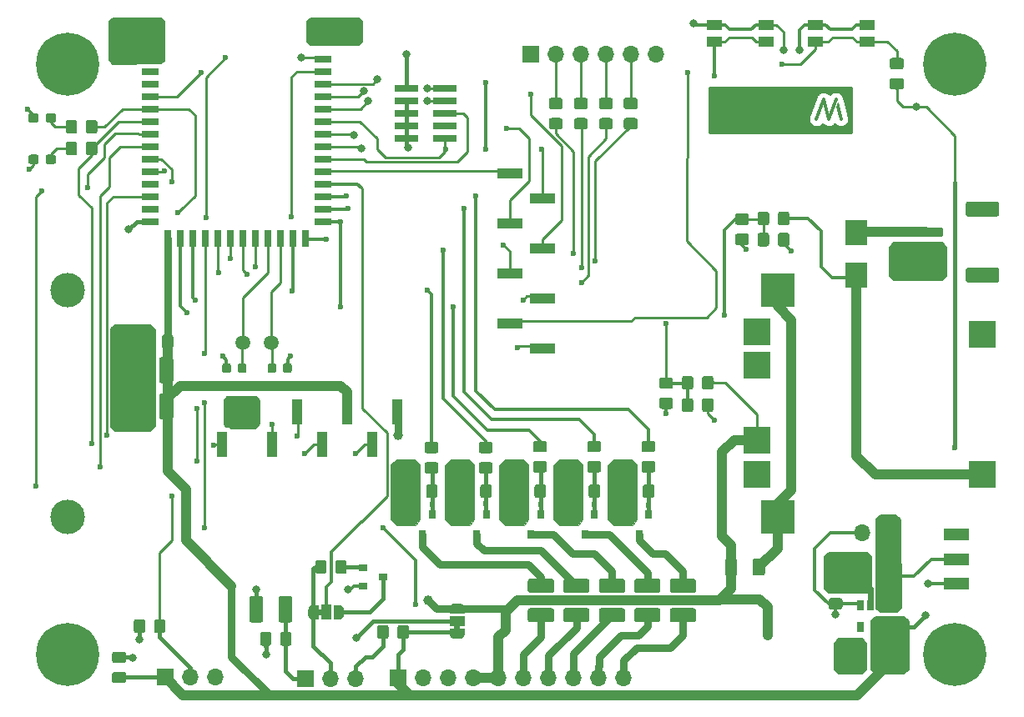
<source format=gbr>
G04 #@! TF.GenerationSoftware,KiCad,Pcbnew,(5.1.5-0-10_14)*
G04 #@! TF.CreationDate,2020-04-19T20:25:50+02:00*
G04 #@! TF.ProjectId,inuk-base,696e756b-2d62-4617-9365-2e6b69636164,rev?*
G04 #@! TF.SameCoordinates,Original*
G04 #@! TF.FileFunction,Copper,L1,Top*
G04 #@! TF.FilePolarity,Positive*
%FSLAX46Y46*%
G04 Gerber Fmt 4.6, Leading zero omitted, Abs format (unit mm)*
G04 Created by KiCad (PCBNEW (5.1.5-0-10_14)) date 2020-04-19 20:25:50*
%MOMM*%
%LPD*%
G04 APERTURE LIST*
%ADD10C,0.350000*%
%ADD11C,0.100000*%
%ADD12R,2.300000X2.500000*%
%ADD13O,1.700000X1.700000*%
%ADD14R,1.700000X1.700000*%
%ADD15R,1.000000X2.510000*%
%ADD16R,2.510000X1.000000*%
%ADD17R,1.550000X1.000000*%
%ADD18R,2.500000X1.250000*%
%ADD19C,1.500000*%
%ADD20R,1.500000X1.000000*%
%ADD21R,1.000000X1.500000*%
%ADD22R,0.900000X0.800000*%
%ADD23R,2.800000X2.800000*%
%ADD24R,1.800000X0.700000*%
%ADD25R,0.700000X1.800000*%
%ADD26R,0.650000X1.060000*%
%ADD27R,0.800000X0.900000*%
%ADD28C,0.800000*%
%ADD29C,6.400000*%
%ADD30R,3.500000X3.500000*%
%ADD31C,3.500000*%
%ADD32R,2.400000X0.740000*%
%ADD33C,0.600000*%
%ADD34C,1.000000*%
%ADD35C,0.250000*%
%ADD36C,0.300000*%
%ADD37C,0.600000*%
%ADD38C,0.400000*%
%ADD39C,1.000000*%
%ADD40C,0.800000*%
%ADD41C,0.200000*%
%ADD42C,0.254000*%
G04 APERTURE END LIST*
D10*
X137190000Y-85610000D02*
X137940000Y-83610000D01*
X138140000Y-84390000D02*
X138440000Y-85610000D01*
D11*
G36*
X138300000Y-84510000D02*
G01*
X138060000Y-84600000D01*
X138000000Y-84380000D01*
X138170000Y-83920000D01*
X138300000Y-84510000D01*
G37*
X138300000Y-84510000D02*
X138060000Y-84600000D01*
X138000000Y-84380000D01*
X138170000Y-83920000D01*
X138300000Y-84510000D01*
D10*
X136690000Y-83610000D02*
X137190000Y-85610000D01*
X135940000Y-85610000D02*
X136690000Y-83610000D01*
D11*
G36*
X99200000Y-137500000D02*
G01*
X99200000Y-137000000D01*
X99800000Y-137000000D01*
X99800000Y-137500000D01*
X99200000Y-137500000D01*
G37*
G36*
X85300000Y-135400000D02*
G01*
X85800000Y-135400000D01*
X85800000Y-136000000D01*
X85300000Y-136000000D01*
X85300000Y-135400000D01*
G37*
D12*
X140000000Y-97150000D03*
X140000000Y-101450000D03*
G04 #@! TA.AperFunction,SMDPad,CuDef*
D11*
G36*
X128874505Y-97251204D02*
G01*
X128898773Y-97254804D01*
X128922572Y-97260765D01*
X128945671Y-97269030D01*
X128967850Y-97279520D01*
X128988893Y-97292132D01*
X129008599Y-97306747D01*
X129026777Y-97323223D01*
X129043253Y-97341401D01*
X129057868Y-97361107D01*
X129070480Y-97382150D01*
X129080970Y-97404329D01*
X129089235Y-97427428D01*
X129095196Y-97451227D01*
X129098796Y-97475495D01*
X129100000Y-97499999D01*
X129100000Y-98150001D01*
X129098796Y-98174505D01*
X129095196Y-98198773D01*
X129089235Y-98222572D01*
X129080970Y-98245671D01*
X129070480Y-98267850D01*
X129057868Y-98288893D01*
X129043253Y-98308599D01*
X129026777Y-98326777D01*
X129008599Y-98343253D01*
X128988893Y-98357868D01*
X128967850Y-98370480D01*
X128945671Y-98380970D01*
X128922572Y-98389235D01*
X128898773Y-98395196D01*
X128874505Y-98398796D01*
X128850001Y-98400000D01*
X127949999Y-98400000D01*
X127925495Y-98398796D01*
X127901227Y-98395196D01*
X127877428Y-98389235D01*
X127854329Y-98380970D01*
X127832150Y-98370480D01*
X127811107Y-98357868D01*
X127791401Y-98343253D01*
X127773223Y-98326777D01*
X127756747Y-98308599D01*
X127742132Y-98288893D01*
X127729520Y-98267850D01*
X127719030Y-98245671D01*
X127710765Y-98222572D01*
X127704804Y-98198773D01*
X127701204Y-98174505D01*
X127700000Y-98150001D01*
X127700000Y-97499999D01*
X127701204Y-97475495D01*
X127704804Y-97451227D01*
X127710765Y-97427428D01*
X127719030Y-97404329D01*
X127729520Y-97382150D01*
X127742132Y-97361107D01*
X127756747Y-97341401D01*
X127773223Y-97323223D01*
X127791401Y-97306747D01*
X127811107Y-97292132D01*
X127832150Y-97279520D01*
X127854329Y-97269030D01*
X127877428Y-97260765D01*
X127901227Y-97254804D01*
X127925495Y-97251204D01*
X127949999Y-97250000D01*
X128850001Y-97250000D01*
X128874505Y-97251204D01*
G37*
G04 #@! TD.AperFunction*
G04 #@! TA.AperFunction,SMDPad,CuDef*
G36*
X128874505Y-95201204D02*
G01*
X128898773Y-95204804D01*
X128922572Y-95210765D01*
X128945671Y-95219030D01*
X128967850Y-95229520D01*
X128988893Y-95242132D01*
X129008599Y-95256747D01*
X129026777Y-95273223D01*
X129043253Y-95291401D01*
X129057868Y-95311107D01*
X129070480Y-95332150D01*
X129080970Y-95354329D01*
X129089235Y-95377428D01*
X129095196Y-95401227D01*
X129098796Y-95425495D01*
X129100000Y-95449999D01*
X129100000Y-96100001D01*
X129098796Y-96124505D01*
X129095196Y-96148773D01*
X129089235Y-96172572D01*
X129080970Y-96195671D01*
X129070480Y-96217850D01*
X129057868Y-96238893D01*
X129043253Y-96258599D01*
X129026777Y-96276777D01*
X129008599Y-96293253D01*
X128988893Y-96307868D01*
X128967850Y-96320480D01*
X128945671Y-96330970D01*
X128922572Y-96339235D01*
X128898773Y-96345196D01*
X128874505Y-96348796D01*
X128850001Y-96350000D01*
X127949999Y-96350000D01*
X127925495Y-96348796D01*
X127901227Y-96345196D01*
X127877428Y-96339235D01*
X127854329Y-96330970D01*
X127832150Y-96320480D01*
X127811107Y-96307868D01*
X127791401Y-96293253D01*
X127773223Y-96276777D01*
X127756747Y-96258599D01*
X127742132Y-96238893D01*
X127729520Y-96217850D01*
X127719030Y-96195671D01*
X127710765Y-96172572D01*
X127704804Y-96148773D01*
X127701204Y-96124505D01*
X127700000Y-96100001D01*
X127700000Y-95449999D01*
X127701204Y-95425495D01*
X127704804Y-95401227D01*
X127710765Y-95377428D01*
X127719030Y-95354329D01*
X127729520Y-95332150D01*
X127742132Y-95311107D01*
X127756747Y-95291401D01*
X127773223Y-95273223D01*
X127791401Y-95256747D01*
X127811107Y-95242132D01*
X127832150Y-95229520D01*
X127854329Y-95219030D01*
X127877428Y-95210765D01*
X127901227Y-95204804D01*
X127925495Y-95201204D01*
X127949999Y-95200000D01*
X128850001Y-95200000D01*
X128874505Y-95201204D01*
G37*
G04 #@! TD.AperFunction*
D13*
X96090000Y-142390000D03*
X98630000Y-142390000D03*
D14*
X93550000Y-142390000D03*
D13*
X101170000Y-142390000D03*
X103710000Y-142390000D03*
X106250000Y-142390000D03*
X108790000Y-142390000D03*
X111330000Y-142390000D03*
X113870000Y-142390000D03*
X116410000Y-142390000D03*
D15*
X75610000Y-118655000D03*
X80690000Y-118655000D03*
X85770000Y-118655000D03*
X90850000Y-118655000D03*
X78150000Y-115345000D03*
X83230000Y-115345000D03*
X88310000Y-115345000D03*
X93390000Y-115345000D03*
D16*
X108155000Y-108890000D03*
X108155000Y-103810000D03*
X108155000Y-98730000D03*
X108155000Y-93650000D03*
X104845000Y-106350000D03*
X104845000Y-101270000D03*
X104845000Y-96190000D03*
X104845000Y-91110000D03*
G04 #@! TA.AperFunction,SMDPad,CuDef*
D11*
G36*
X70474505Y-107501204D02*
G01*
X70498773Y-107504804D01*
X70522572Y-107510765D01*
X70545671Y-107519030D01*
X70567850Y-107529520D01*
X70588893Y-107542132D01*
X70608599Y-107556747D01*
X70626777Y-107573223D01*
X70643253Y-107591401D01*
X70657868Y-107611107D01*
X70670480Y-107632150D01*
X70680970Y-107654329D01*
X70689235Y-107677428D01*
X70695196Y-107701227D01*
X70698796Y-107725495D01*
X70700000Y-107749999D01*
X70700000Y-108650001D01*
X70698796Y-108674505D01*
X70695196Y-108698773D01*
X70689235Y-108722572D01*
X70680970Y-108745671D01*
X70670480Y-108767850D01*
X70657868Y-108788893D01*
X70643253Y-108808599D01*
X70626777Y-108826777D01*
X70608599Y-108843253D01*
X70588893Y-108857868D01*
X70567850Y-108870480D01*
X70545671Y-108880970D01*
X70522572Y-108889235D01*
X70498773Y-108895196D01*
X70474505Y-108898796D01*
X70450001Y-108900000D01*
X69799999Y-108900000D01*
X69775495Y-108898796D01*
X69751227Y-108895196D01*
X69727428Y-108889235D01*
X69704329Y-108880970D01*
X69682150Y-108870480D01*
X69661107Y-108857868D01*
X69641401Y-108843253D01*
X69623223Y-108826777D01*
X69606747Y-108808599D01*
X69592132Y-108788893D01*
X69579520Y-108767850D01*
X69569030Y-108745671D01*
X69560765Y-108722572D01*
X69554804Y-108698773D01*
X69551204Y-108674505D01*
X69550000Y-108650001D01*
X69550000Y-107749999D01*
X69551204Y-107725495D01*
X69554804Y-107701227D01*
X69560765Y-107677428D01*
X69569030Y-107654329D01*
X69579520Y-107632150D01*
X69592132Y-107611107D01*
X69606747Y-107591401D01*
X69623223Y-107573223D01*
X69641401Y-107556747D01*
X69661107Y-107542132D01*
X69682150Y-107529520D01*
X69704329Y-107519030D01*
X69727428Y-107510765D01*
X69751227Y-107504804D01*
X69775495Y-107501204D01*
X69799999Y-107500000D01*
X70450001Y-107500000D01*
X70474505Y-107501204D01*
G37*
G04 #@! TD.AperFunction*
G04 #@! TA.AperFunction,SMDPad,CuDef*
G36*
X68424505Y-107501204D02*
G01*
X68448773Y-107504804D01*
X68472572Y-107510765D01*
X68495671Y-107519030D01*
X68517850Y-107529520D01*
X68538893Y-107542132D01*
X68558599Y-107556747D01*
X68576777Y-107573223D01*
X68593253Y-107591401D01*
X68607868Y-107611107D01*
X68620480Y-107632150D01*
X68630970Y-107654329D01*
X68639235Y-107677428D01*
X68645196Y-107701227D01*
X68648796Y-107725495D01*
X68650000Y-107749999D01*
X68650000Y-108650001D01*
X68648796Y-108674505D01*
X68645196Y-108698773D01*
X68639235Y-108722572D01*
X68630970Y-108745671D01*
X68620480Y-108767850D01*
X68607868Y-108788893D01*
X68593253Y-108808599D01*
X68576777Y-108826777D01*
X68558599Y-108843253D01*
X68538893Y-108857868D01*
X68517850Y-108870480D01*
X68495671Y-108880970D01*
X68472572Y-108889235D01*
X68448773Y-108895196D01*
X68424505Y-108898796D01*
X68400001Y-108900000D01*
X67749999Y-108900000D01*
X67725495Y-108898796D01*
X67701227Y-108895196D01*
X67677428Y-108889235D01*
X67654329Y-108880970D01*
X67632150Y-108870480D01*
X67611107Y-108857868D01*
X67591401Y-108843253D01*
X67573223Y-108826777D01*
X67556747Y-108808599D01*
X67542132Y-108788893D01*
X67529520Y-108767850D01*
X67519030Y-108745671D01*
X67510765Y-108722572D01*
X67504804Y-108698773D01*
X67501204Y-108674505D01*
X67500000Y-108650001D01*
X67500000Y-107749999D01*
X67501204Y-107725495D01*
X67504804Y-107701227D01*
X67510765Y-107677428D01*
X67519030Y-107654329D01*
X67529520Y-107632150D01*
X67542132Y-107611107D01*
X67556747Y-107591401D01*
X67573223Y-107573223D01*
X67591401Y-107556747D01*
X67611107Y-107542132D01*
X67632150Y-107529520D01*
X67654329Y-107519030D01*
X67677428Y-107510765D01*
X67701227Y-107504804D01*
X67725495Y-107501204D01*
X67749999Y-107500000D01*
X68400001Y-107500000D01*
X68424505Y-107501204D01*
G37*
G04 #@! TD.AperFunction*
G04 #@! TA.AperFunction,SMDPad,CuDef*
G36*
X67499504Y-109776204D02*
G01*
X67523773Y-109779804D01*
X67547571Y-109785765D01*
X67570671Y-109794030D01*
X67592849Y-109804520D01*
X67613893Y-109817133D01*
X67633598Y-109831747D01*
X67651777Y-109848223D01*
X67668253Y-109866402D01*
X67682867Y-109886107D01*
X67695480Y-109907151D01*
X67705970Y-109929329D01*
X67714235Y-109952429D01*
X67720196Y-109976227D01*
X67723796Y-110000496D01*
X67725000Y-110025000D01*
X67725000Y-112175000D01*
X67723796Y-112199504D01*
X67720196Y-112223773D01*
X67714235Y-112247571D01*
X67705970Y-112270671D01*
X67695480Y-112292849D01*
X67682867Y-112313893D01*
X67668253Y-112333598D01*
X67651777Y-112351777D01*
X67633598Y-112368253D01*
X67613893Y-112382867D01*
X67592849Y-112395480D01*
X67570671Y-112405970D01*
X67547571Y-112414235D01*
X67523773Y-112420196D01*
X67499504Y-112423796D01*
X67475000Y-112425000D01*
X66550000Y-112425000D01*
X66525496Y-112423796D01*
X66501227Y-112420196D01*
X66477429Y-112414235D01*
X66454329Y-112405970D01*
X66432151Y-112395480D01*
X66411107Y-112382867D01*
X66391402Y-112368253D01*
X66373223Y-112351777D01*
X66356747Y-112333598D01*
X66342133Y-112313893D01*
X66329520Y-112292849D01*
X66319030Y-112270671D01*
X66310765Y-112247571D01*
X66304804Y-112223773D01*
X66301204Y-112199504D01*
X66300000Y-112175000D01*
X66300000Y-110025000D01*
X66301204Y-110000496D01*
X66304804Y-109976227D01*
X66310765Y-109952429D01*
X66319030Y-109929329D01*
X66329520Y-109907151D01*
X66342133Y-109886107D01*
X66356747Y-109866402D01*
X66373223Y-109848223D01*
X66391402Y-109831747D01*
X66411107Y-109817133D01*
X66432151Y-109804520D01*
X66454329Y-109794030D01*
X66477429Y-109785765D01*
X66501227Y-109779804D01*
X66525496Y-109776204D01*
X66550000Y-109775000D01*
X67475000Y-109775000D01*
X67499504Y-109776204D01*
G37*
G04 #@! TD.AperFunction*
G04 #@! TA.AperFunction,SMDPad,CuDef*
G36*
X70474504Y-109776204D02*
G01*
X70498773Y-109779804D01*
X70522571Y-109785765D01*
X70545671Y-109794030D01*
X70567849Y-109804520D01*
X70588893Y-109817133D01*
X70608598Y-109831747D01*
X70626777Y-109848223D01*
X70643253Y-109866402D01*
X70657867Y-109886107D01*
X70670480Y-109907151D01*
X70680970Y-109929329D01*
X70689235Y-109952429D01*
X70695196Y-109976227D01*
X70698796Y-110000496D01*
X70700000Y-110025000D01*
X70700000Y-112175000D01*
X70698796Y-112199504D01*
X70695196Y-112223773D01*
X70689235Y-112247571D01*
X70680970Y-112270671D01*
X70670480Y-112292849D01*
X70657867Y-112313893D01*
X70643253Y-112333598D01*
X70626777Y-112351777D01*
X70608598Y-112368253D01*
X70588893Y-112382867D01*
X70567849Y-112395480D01*
X70545671Y-112405970D01*
X70522571Y-112414235D01*
X70498773Y-112420196D01*
X70474504Y-112423796D01*
X70450000Y-112425000D01*
X69525000Y-112425000D01*
X69500496Y-112423796D01*
X69476227Y-112420196D01*
X69452429Y-112414235D01*
X69429329Y-112405970D01*
X69407151Y-112395480D01*
X69386107Y-112382867D01*
X69366402Y-112368253D01*
X69348223Y-112351777D01*
X69331747Y-112333598D01*
X69317133Y-112313893D01*
X69304520Y-112292849D01*
X69294030Y-112270671D01*
X69285765Y-112247571D01*
X69279804Y-112223773D01*
X69276204Y-112199504D01*
X69275000Y-112175000D01*
X69275000Y-110025000D01*
X69276204Y-110000496D01*
X69279804Y-109976227D01*
X69285765Y-109952429D01*
X69294030Y-109929329D01*
X69304520Y-109907151D01*
X69317133Y-109886107D01*
X69331747Y-109866402D01*
X69348223Y-109848223D01*
X69366402Y-109831747D01*
X69386107Y-109817133D01*
X69407151Y-109804520D01*
X69429329Y-109794030D01*
X69452429Y-109785765D01*
X69476227Y-109779804D01*
X69500496Y-109776204D01*
X69525000Y-109775000D01*
X70450000Y-109775000D01*
X70474504Y-109776204D01*
G37*
G04 #@! TD.AperFunction*
G04 #@! TA.AperFunction,SMDPad,CuDef*
G36*
X67499504Y-113476204D02*
G01*
X67523773Y-113479804D01*
X67547571Y-113485765D01*
X67570671Y-113494030D01*
X67592849Y-113504520D01*
X67613893Y-113517133D01*
X67633598Y-113531747D01*
X67651777Y-113548223D01*
X67668253Y-113566402D01*
X67682867Y-113586107D01*
X67695480Y-113607151D01*
X67705970Y-113629329D01*
X67714235Y-113652429D01*
X67720196Y-113676227D01*
X67723796Y-113700496D01*
X67725000Y-113725000D01*
X67725000Y-115875000D01*
X67723796Y-115899504D01*
X67720196Y-115923773D01*
X67714235Y-115947571D01*
X67705970Y-115970671D01*
X67695480Y-115992849D01*
X67682867Y-116013893D01*
X67668253Y-116033598D01*
X67651777Y-116051777D01*
X67633598Y-116068253D01*
X67613893Y-116082867D01*
X67592849Y-116095480D01*
X67570671Y-116105970D01*
X67547571Y-116114235D01*
X67523773Y-116120196D01*
X67499504Y-116123796D01*
X67475000Y-116125000D01*
X66550000Y-116125000D01*
X66525496Y-116123796D01*
X66501227Y-116120196D01*
X66477429Y-116114235D01*
X66454329Y-116105970D01*
X66432151Y-116095480D01*
X66411107Y-116082867D01*
X66391402Y-116068253D01*
X66373223Y-116051777D01*
X66356747Y-116033598D01*
X66342133Y-116013893D01*
X66329520Y-115992849D01*
X66319030Y-115970671D01*
X66310765Y-115947571D01*
X66304804Y-115923773D01*
X66301204Y-115899504D01*
X66300000Y-115875000D01*
X66300000Y-113725000D01*
X66301204Y-113700496D01*
X66304804Y-113676227D01*
X66310765Y-113652429D01*
X66319030Y-113629329D01*
X66329520Y-113607151D01*
X66342133Y-113586107D01*
X66356747Y-113566402D01*
X66373223Y-113548223D01*
X66391402Y-113531747D01*
X66411107Y-113517133D01*
X66432151Y-113504520D01*
X66454329Y-113494030D01*
X66477429Y-113485765D01*
X66501227Y-113479804D01*
X66525496Y-113476204D01*
X66550000Y-113475000D01*
X67475000Y-113475000D01*
X67499504Y-113476204D01*
G37*
G04 #@! TD.AperFunction*
G04 #@! TA.AperFunction,SMDPad,CuDef*
G36*
X70474504Y-113476204D02*
G01*
X70498773Y-113479804D01*
X70522571Y-113485765D01*
X70545671Y-113494030D01*
X70567849Y-113504520D01*
X70588893Y-113517133D01*
X70608598Y-113531747D01*
X70626777Y-113548223D01*
X70643253Y-113566402D01*
X70657867Y-113586107D01*
X70670480Y-113607151D01*
X70680970Y-113629329D01*
X70689235Y-113652429D01*
X70695196Y-113676227D01*
X70698796Y-113700496D01*
X70700000Y-113725000D01*
X70700000Y-115875000D01*
X70698796Y-115899504D01*
X70695196Y-115923773D01*
X70689235Y-115947571D01*
X70680970Y-115970671D01*
X70670480Y-115992849D01*
X70657867Y-116013893D01*
X70643253Y-116033598D01*
X70626777Y-116051777D01*
X70608598Y-116068253D01*
X70588893Y-116082867D01*
X70567849Y-116095480D01*
X70545671Y-116105970D01*
X70522571Y-116114235D01*
X70498773Y-116120196D01*
X70474504Y-116123796D01*
X70450000Y-116125000D01*
X69525000Y-116125000D01*
X69500496Y-116123796D01*
X69476227Y-116120196D01*
X69452429Y-116114235D01*
X69429329Y-116105970D01*
X69407151Y-116095480D01*
X69386107Y-116082867D01*
X69366402Y-116068253D01*
X69348223Y-116051777D01*
X69331747Y-116033598D01*
X69317133Y-116013893D01*
X69304520Y-115992849D01*
X69294030Y-115970671D01*
X69285765Y-115947571D01*
X69279804Y-115923773D01*
X69276204Y-115899504D01*
X69275000Y-115875000D01*
X69275000Y-113725000D01*
X69276204Y-113700496D01*
X69279804Y-113676227D01*
X69285765Y-113652429D01*
X69294030Y-113629329D01*
X69304520Y-113607151D01*
X69317133Y-113586107D01*
X69331747Y-113566402D01*
X69348223Y-113548223D01*
X69366402Y-113531747D01*
X69386107Y-113517133D01*
X69407151Y-113504520D01*
X69429329Y-113494030D01*
X69452429Y-113485765D01*
X69476227Y-113479804D01*
X69500496Y-113476204D01*
X69525000Y-113475000D01*
X70450000Y-113475000D01*
X70474504Y-113476204D01*
G37*
G04 #@! TD.AperFunction*
G04 #@! TA.AperFunction,SMDPad,CuDef*
G36*
X80952691Y-110426053D02*
G01*
X80973926Y-110429203D01*
X80994750Y-110434419D01*
X81014962Y-110441651D01*
X81034368Y-110450830D01*
X81052781Y-110461866D01*
X81070024Y-110474654D01*
X81085930Y-110489070D01*
X81100346Y-110504976D01*
X81113134Y-110522219D01*
X81124170Y-110540632D01*
X81133349Y-110560038D01*
X81140581Y-110580250D01*
X81145797Y-110601074D01*
X81148947Y-110622309D01*
X81150000Y-110643750D01*
X81150000Y-111156250D01*
X81148947Y-111177691D01*
X81145797Y-111198926D01*
X81140581Y-111219750D01*
X81133349Y-111239962D01*
X81124170Y-111259368D01*
X81113134Y-111277781D01*
X81100346Y-111295024D01*
X81085930Y-111310930D01*
X81070024Y-111325346D01*
X81052781Y-111338134D01*
X81034368Y-111349170D01*
X81014962Y-111358349D01*
X80994750Y-111365581D01*
X80973926Y-111370797D01*
X80952691Y-111373947D01*
X80931250Y-111375000D01*
X80493750Y-111375000D01*
X80472309Y-111373947D01*
X80451074Y-111370797D01*
X80430250Y-111365581D01*
X80410038Y-111358349D01*
X80390632Y-111349170D01*
X80372219Y-111338134D01*
X80354976Y-111325346D01*
X80339070Y-111310930D01*
X80324654Y-111295024D01*
X80311866Y-111277781D01*
X80300830Y-111259368D01*
X80291651Y-111239962D01*
X80284419Y-111219750D01*
X80279203Y-111198926D01*
X80276053Y-111177691D01*
X80275000Y-111156250D01*
X80275000Y-110643750D01*
X80276053Y-110622309D01*
X80279203Y-110601074D01*
X80284419Y-110580250D01*
X80291651Y-110560038D01*
X80300830Y-110540632D01*
X80311866Y-110522219D01*
X80324654Y-110504976D01*
X80339070Y-110489070D01*
X80354976Y-110474654D01*
X80372219Y-110461866D01*
X80390632Y-110450830D01*
X80410038Y-110441651D01*
X80430250Y-110434419D01*
X80451074Y-110429203D01*
X80472309Y-110426053D01*
X80493750Y-110425000D01*
X80931250Y-110425000D01*
X80952691Y-110426053D01*
G37*
G04 #@! TD.AperFunction*
G04 #@! TA.AperFunction,SMDPad,CuDef*
G36*
X82527691Y-110426053D02*
G01*
X82548926Y-110429203D01*
X82569750Y-110434419D01*
X82589962Y-110441651D01*
X82609368Y-110450830D01*
X82627781Y-110461866D01*
X82645024Y-110474654D01*
X82660930Y-110489070D01*
X82675346Y-110504976D01*
X82688134Y-110522219D01*
X82699170Y-110540632D01*
X82708349Y-110560038D01*
X82715581Y-110580250D01*
X82720797Y-110601074D01*
X82723947Y-110622309D01*
X82725000Y-110643750D01*
X82725000Y-111156250D01*
X82723947Y-111177691D01*
X82720797Y-111198926D01*
X82715581Y-111219750D01*
X82708349Y-111239962D01*
X82699170Y-111259368D01*
X82688134Y-111277781D01*
X82675346Y-111295024D01*
X82660930Y-111310930D01*
X82645024Y-111325346D01*
X82627781Y-111338134D01*
X82609368Y-111349170D01*
X82589962Y-111358349D01*
X82569750Y-111365581D01*
X82548926Y-111370797D01*
X82527691Y-111373947D01*
X82506250Y-111375000D01*
X82068750Y-111375000D01*
X82047309Y-111373947D01*
X82026074Y-111370797D01*
X82005250Y-111365581D01*
X81985038Y-111358349D01*
X81965632Y-111349170D01*
X81947219Y-111338134D01*
X81929976Y-111325346D01*
X81914070Y-111310930D01*
X81899654Y-111295024D01*
X81886866Y-111277781D01*
X81875830Y-111259368D01*
X81866651Y-111239962D01*
X81859419Y-111219750D01*
X81854203Y-111198926D01*
X81851053Y-111177691D01*
X81850000Y-111156250D01*
X81850000Y-110643750D01*
X81851053Y-110622309D01*
X81854203Y-110601074D01*
X81859419Y-110580250D01*
X81866651Y-110560038D01*
X81875830Y-110540632D01*
X81886866Y-110522219D01*
X81899654Y-110504976D01*
X81914070Y-110489070D01*
X81929976Y-110474654D01*
X81947219Y-110461866D01*
X81965632Y-110450830D01*
X81985038Y-110441651D01*
X82005250Y-110434419D01*
X82026074Y-110429203D01*
X82047309Y-110426053D01*
X82068750Y-110425000D01*
X82506250Y-110425000D01*
X82527691Y-110426053D01*
G37*
G04 #@! TD.AperFunction*
G04 #@! TA.AperFunction,SMDPad,CuDef*
G36*
X77927691Y-110426053D02*
G01*
X77948926Y-110429203D01*
X77969750Y-110434419D01*
X77989962Y-110441651D01*
X78009368Y-110450830D01*
X78027781Y-110461866D01*
X78045024Y-110474654D01*
X78060930Y-110489070D01*
X78075346Y-110504976D01*
X78088134Y-110522219D01*
X78099170Y-110540632D01*
X78108349Y-110560038D01*
X78115581Y-110580250D01*
X78120797Y-110601074D01*
X78123947Y-110622309D01*
X78125000Y-110643750D01*
X78125000Y-111156250D01*
X78123947Y-111177691D01*
X78120797Y-111198926D01*
X78115581Y-111219750D01*
X78108349Y-111239962D01*
X78099170Y-111259368D01*
X78088134Y-111277781D01*
X78075346Y-111295024D01*
X78060930Y-111310930D01*
X78045024Y-111325346D01*
X78027781Y-111338134D01*
X78009368Y-111349170D01*
X77989962Y-111358349D01*
X77969750Y-111365581D01*
X77948926Y-111370797D01*
X77927691Y-111373947D01*
X77906250Y-111375000D01*
X77468750Y-111375000D01*
X77447309Y-111373947D01*
X77426074Y-111370797D01*
X77405250Y-111365581D01*
X77385038Y-111358349D01*
X77365632Y-111349170D01*
X77347219Y-111338134D01*
X77329976Y-111325346D01*
X77314070Y-111310930D01*
X77299654Y-111295024D01*
X77286866Y-111277781D01*
X77275830Y-111259368D01*
X77266651Y-111239962D01*
X77259419Y-111219750D01*
X77254203Y-111198926D01*
X77251053Y-111177691D01*
X77250000Y-111156250D01*
X77250000Y-110643750D01*
X77251053Y-110622309D01*
X77254203Y-110601074D01*
X77259419Y-110580250D01*
X77266651Y-110560038D01*
X77275830Y-110540632D01*
X77286866Y-110522219D01*
X77299654Y-110504976D01*
X77314070Y-110489070D01*
X77329976Y-110474654D01*
X77347219Y-110461866D01*
X77365632Y-110450830D01*
X77385038Y-110441651D01*
X77405250Y-110434419D01*
X77426074Y-110429203D01*
X77447309Y-110426053D01*
X77468750Y-110425000D01*
X77906250Y-110425000D01*
X77927691Y-110426053D01*
G37*
G04 #@! TD.AperFunction*
G04 #@! TA.AperFunction,SMDPad,CuDef*
G36*
X76352691Y-110426053D02*
G01*
X76373926Y-110429203D01*
X76394750Y-110434419D01*
X76414962Y-110441651D01*
X76434368Y-110450830D01*
X76452781Y-110461866D01*
X76470024Y-110474654D01*
X76485930Y-110489070D01*
X76500346Y-110504976D01*
X76513134Y-110522219D01*
X76524170Y-110540632D01*
X76533349Y-110560038D01*
X76540581Y-110580250D01*
X76545797Y-110601074D01*
X76548947Y-110622309D01*
X76550000Y-110643750D01*
X76550000Y-111156250D01*
X76548947Y-111177691D01*
X76545797Y-111198926D01*
X76540581Y-111219750D01*
X76533349Y-111239962D01*
X76524170Y-111259368D01*
X76513134Y-111277781D01*
X76500346Y-111295024D01*
X76485930Y-111310930D01*
X76470024Y-111325346D01*
X76452781Y-111338134D01*
X76434368Y-111349170D01*
X76414962Y-111358349D01*
X76394750Y-111365581D01*
X76373926Y-111370797D01*
X76352691Y-111373947D01*
X76331250Y-111375000D01*
X75893750Y-111375000D01*
X75872309Y-111373947D01*
X75851074Y-111370797D01*
X75830250Y-111365581D01*
X75810038Y-111358349D01*
X75790632Y-111349170D01*
X75772219Y-111338134D01*
X75754976Y-111325346D01*
X75739070Y-111310930D01*
X75724654Y-111295024D01*
X75711866Y-111277781D01*
X75700830Y-111259368D01*
X75691651Y-111239962D01*
X75684419Y-111219750D01*
X75679203Y-111198926D01*
X75676053Y-111177691D01*
X75675000Y-111156250D01*
X75675000Y-110643750D01*
X75676053Y-110622309D01*
X75679203Y-110601074D01*
X75684419Y-110580250D01*
X75691651Y-110560038D01*
X75700830Y-110540632D01*
X75711866Y-110522219D01*
X75724654Y-110504976D01*
X75739070Y-110489070D01*
X75754976Y-110474654D01*
X75772219Y-110461866D01*
X75790632Y-110450830D01*
X75810038Y-110441651D01*
X75830250Y-110434419D01*
X75851074Y-110429203D01*
X75872309Y-110426053D01*
X75893750Y-110425000D01*
X76331250Y-110425000D01*
X76352691Y-110426053D01*
G37*
G04 #@! TD.AperFunction*
D17*
X141075000Y-76050000D03*
X135825000Y-76050000D03*
X135825000Y-77750000D03*
X141075000Y-77750000D03*
X130875000Y-76050000D03*
X125625000Y-76050000D03*
X125625000Y-77750000D03*
X130875000Y-77750000D03*
G04 #@! TA.AperFunction,SMDPad,CuDef*
D11*
G36*
X154274504Y-94001204D02*
G01*
X154298773Y-94004804D01*
X154322571Y-94010765D01*
X154345671Y-94019030D01*
X154367849Y-94029520D01*
X154388893Y-94042133D01*
X154408598Y-94056747D01*
X154426777Y-94073223D01*
X154443253Y-94091402D01*
X154457867Y-94111107D01*
X154470480Y-94132151D01*
X154480970Y-94154329D01*
X154489235Y-94177429D01*
X154495196Y-94201227D01*
X154498796Y-94225496D01*
X154500000Y-94250000D01*
X154500000Y-95250000D01*
X154498796Y-95274504D01*
X154495196Y-95298773D01*
X154489235Y-95322571D01*
X154480970Y-95345671D01*
X154470480Y-95367849D01*
X154457867Y-95388893D01*
X154443253Y-95408598D01*
X154426777Y-95426777D01*
X154408598Y-95443253D01*
X154388893Y-95457867D01*
X154367849Y-95470480D01*
X154345671Y-95480970D01*
X154322571Y-95489235D01*
X154298773Y-95495196D01*
X154274504Y-95498796D01*
X154250000Y-95500000D01*
X151350000Y-95500000D01*
X151325496Y-95498796D01*
X151301227Y-95495196D01*
X151277429Y-95489235D01*
X151254329Y-95480970D01*
X151232151Y-95470480D01*
X151211107Y-95457867D01*
X151191402Y-95443253D01*
X151173223Y-95426777D01*
X151156747Y-95408598D01*
X151142133Y-95388893D01*
X151129520Y-95367849D01*
X151119030Y-95345671D01*
X151110765Y-95322571D01*
X151104804Y-95298773D01*
X151101204Y-95274504D01*
X151100000Y-95250000D01*
X151100000Y-94250000D01*
X151101204Y-94225496D01*
X151104804Y-94201227D01*
X151110765Y-94177429D01*
X151119030Y-94154329D01*
X151129520Y-94132151D01*
X151142133Y-94111107D01*
X151156747Y-94091402D01*
X151173223Y-94073223D01*
X151191402Y-94056747D01*
X151211107Y-94042133D01*
X151232151Y-94029520D01*
X151254329Y-94019030D01*
X151277429Y-94010765D01*
X151301227Y-94004804D01*
X151325496Y-94001204D01*
X151350000Y-94000000D01*
X154250000Y-94000000D01*
X154274504Y-94001204D01*
G37*
G04 #@! TD.AperFunction*
G04 #@! TA.AperFunction,SMDPad,CuDef*
G36*
X154274504Y-100701204D02*
G01*
X154298773Y-100704804D01*
X154322571Y-100710765D01*
X154345671Y-100719030D01*
X154367849Y-100729520D01*
X154388893Y-100742133D01*
X154408598Y-100756747D01*
X154426777Y-100773223D01*
X154443253Y-100791402D01*
X154457867Y-100811107D01*
X154470480Y-100832151D01*
X154480970Y-100854329D01*
X154489235Y-100877429D01*
X154495196Y-100901227D01*
X154498796Y-100925496D01*
X154500000Y-100950000D01*
X154500000Y-101950000D01*
X154498796Y-101974504D01*
X154495196Y-101998773D01*
X154489235Y-102022571D01*
X154480970Y-102045671D01*
X154470480Y-102067849D01*
X154457867Y-102088893D01*
X154443253Y-102108598D01*
X154426777Y-102126777D01*
X154408598Y-102143253D01*
X154388893Y-102157867D01*
X154367849Y-102170480D01*
X154345671Y-102180970D01*
X154322571Y-102189235D01*
X154298773Y-102195196D01*
X154274504Y-102198796D01*
X154250000Y-102200000D01*
X151350000Y-102200000D01*
X151325496Y-102198796D01*
X151301227Y-102195196D01*
X151277429Y-102189235D01*
X151254329Y-102180970D01*
X151232151Y-102170480D01*
X151211107Y-102157867D01*
X151191402Y-102143253D01*
X151173223Y-102126777D01*
X151156747Y-102108598D01*
X151142133Y-102088893D01*
X151129520Y-102067849D01*
X151119030Y-102045671D01*
X151110765Y-102022571D01*
X151104804Y-101998773D01*
X151101204Y-101974504D01*
X151100000Y-101950000D01*
X151100000Y-100950000D01*
X151101204Y-100925496D01*
X151104804Y-100901227D01*
X151110765Y-100877429D01*
X151119030Y-100854329D01*
X151129520Y-100832151D01*
X151142133Y-100811107D01*
X151156747Y-100791402D01*
X151173223Y-100773223D01*
X151191402Y-100756747D01*
X151211107Y-100742133D01*
X151232151Y-100729520D01*
X151254329Y-100719030D01*
X151277429Y-100710765D01*
X151301227Y-100704804D01*
X151325496Y-100701204D01*
X151350000Y-100700000D01*
X154250000Y-100700000D01*
X154274504Y-100701204D01*
G37*
G04 #@! TD.AperFunction*
G04 #@! TA.AperFunction,SMDPad,CuDef*
G36*
X148574504Y-96601204D02*
G01*
X148598773Y-96604804D01*
X148622571Y-96610765D01*
X148645671Y-96619030D01*
X148667849Y-96629520D01*
X148688893Y-96642133D01*
X148708598Y-96656747D01*
X148726777Y-96673223D01*
X148743253Y-96691402D01*
X148757867Y-96711107D01*
X148770480Y-96732151D01*
X148780970Y-96754329D01*
X148789235Y-96777429D01*
X148795196Y-96801227D01*
X148798796Y-96825496D01*
X148800000Y-96850000D01*
X148800000Y-97350000D01*
X148798796Y-97374504D01*
X148795196Y-97398773D01*
X148789235Y-97422571D01*
X148780970Y-97445671D01*
X148770480Y-97467849D01*
X148757867Y-97488893D01*
X148743253Y-97508598D01*
X148726777Y-97526777D01*
X148708598Y-97543253D01*
X148688893Y-97557867D01*
X148667849Y-97570480D01*
X148645671Y-97580970D01*
X148622571Y-97589235D01*
X148598773Y-97595196D01*
X148574504Y-97598796D01*
X148550000Y-97600000D01*
X145550000Y-97600000D01*
X145525496Y-97598796D01*
X145501227Y-97595196D01*
X145477429Y-97589235D01*
X145454329Y-97580970D01*
X145432151Y-97570480D01*
X145411107Y-97557867D01*
X145391402Y-97543253D01*
X145373223Y-97526777D01*
X145356747Y-97508598D01*
X145342133Y-97488893D01*
X145329520Y-97467849D01*
X145319030Y-97445671D01*
X145310765Y-97422571D01*
X145304804Y-97398773D01*
X145301204Y-97374504D01*
X145300000Y-97350000D01*
X145300000Y-96850000D01*
X145301204Y-96825496D01*
X145304804Y-96801227D01*
X145310765Y-96777429D01*
X145319030Y-96754329D01*
X145329520Y-96732151D01*
X145342133Y-96711107D01*
X145356747Y-96691402D01*
X145373223Y-96673223D01*
X145391402Y-96656747D01*
X145411107Y-96642133D01*
X145432151Y-96629520D01*
X145454329Y-96619030D01*
X145477429Y-96610765D01*
X145501227Y-96604804D01*
X145525496Y-96601204D01*
X145550000Y-96600000D01*
X148550000Y-96600000D01*
X148574504Y-96601204D01*
G37*
G04 #@! TD.AperFunction*
G04 #@! TA.AperFunction,SMDPad,CuDef*
G36*
X148574504Y-98601204D02*
G01*
X148598773Y-98604804D01*
X148622571Y-98610765D01*
X148645671Y-98619030D01*
X148667849Y-98629520D01*
X148688893Y-98642133D01*
X148708598Y-98656747D01*
X148726777Y-98673223D01*
X148743253Y-98691402D01*
X148757867Y-98711107D01*
X148770480Y-98732151D01*
X148780970Y-98754329D01*
X148789235Y-98777429D01*
X148795196Y-98801227D01*
X148798796Y-98825496D01*
X148800000Y-98850000D01*
X148800000Y-99350000D01*
X148798796Y-99374504D01*
X148795196Y-99398773D01*
X148789235Y-99422571D01*
X148780970Y-99445671D01*
X148770480Y-99467849D01*
X148757867Y-99488893D01*
X148743253Y-99508598D01*
X148726777Y-99526777D01*
X148708598Y-99543253D01*
X148688893Y-99557867D01*
X148667849Y-99570480D01*
X148645671Y-99580970D01*
X148622571Y-99589235D01*
X148598773Y-99595196D01*
X148574504Y-99598796D01*
X148550000Y-99600000D01*
X145550000Y-99600000D01*
X145525496Y-99598796D01*
X145501227Y-99595196D01*
X145477429Y-99589235D01*
X145454329Y-99580970D01*
X145432151Y-99570480D01*
X145411107Y-99557867D01*
X145391402Y-99543253D01*
X145373223Y-99526777D01*
X145356747Y-99508598D01*
X145342133Y-99488893D01*
X145329520Y-99467849D01*
X145319030Y-99445671D01*
X145310765Y-99422571D01*
X145304804Y-99398773D01*
X145301204Y-99374504D01*
X145300000Y-99350000D01*
X145300000Y-98850000D01*
X145301204Y-98825496D01*
X145304804Y-98801227D01*
X145310765Y-98777429D01*
X145319030Y-98754329D01*
X145329520Y-98732151D01*
X145342133Y-98711107D01*
X145356747Y-98691402D01*
X145373223Y-98673223D01*
X145391402Y-98656747D01*
X145411107Y-98642133D01*
X145432151Y-98629520D01*
X145454329Y-98619030D01*
X145477429Y-98610765D01*
X145501227Y-98604804D01*
X145525496Y-98601204D01*
X145550000Y-98600000D01*
X148550000Y-98600000D01*
X148574504Y-98601204D01*
G37*
G04 #@! TD.AperFunction*
D18*
X150150000Y-127800000D03*
X150150000Y-130300000D03*
X150150000Y-132800000D03*
D13*
X140560000Y-127600000D03*
D14*
X143100000Y-127600000D03*
D19*
X80650000Y-108300000D03*
X77750000Y-108300000D03*
G04 #@! TA.AperFunction,SMDPad,CuDef*
D11*
G36*
X144574505Y-79401204D02*
G01*
X144598773Y-79404804D01*
X144622572Y-79410765D01*
X144645671Y-79419030D01*
X144667850Y-79429520D01*
X144688893Y-79442132D01*
X144708599Y-79456747D01*
X144726777Y-79473223D01*
X144743253Y-79491401D01*
X144757868Y-79511107D01*
X144770480Y-79532150D01*
X144780970Y-79554329D01*
X144789235Y-79577428D01*
X144795196Y-79601227D01*
X144798796Y-79625495D01*
X144800000Y-79649999D01*
X144800000Y-80300001D01*
X144798796Y-80324505D01*
X144795196Y-80348773D01*
X144789235Y-80372572D01*
X144780970Y-80395671D01*
X144770480Y-80417850D01*
X144757868Y-80438893D01*
X144743253Y-80458599D01*
X144726777Y-80476777D01*
X144708599Y-80493253D01*
X144688893Y-80507868D01*
X144667850Y-80520480D01*
X144645671Y-80530970D01*
X144622572Y-80539235D01*
X144598773Y-80545196D01*
X144574505Y-80548796D01*
X144550001Y-80550000D01*
X143649999Y-80550000D01*
X143625495Y-80548796D01*
X143601227Y-80545196D01*
X143577428Y-80539235D01*
X143554329Y-80530970D01*
X143532150Y-80520480D01*
X143511107Y-80507868D01*
X143491401Y-80493253D01*
X143473223Y-80476777D01*
X143456747Y-80458599D01*
X143442132Y-80438893D01*
X143429520Y-80417850D01*
X143419030Y-80395671D01*
X143410765Y-80372572D01*
X143404804Y-80348773D01*
X143401204Y-80324505D01*
X143400000Y-80300001D01*
X143400000Y-79649999D01*
X143401204Y-79625495D01*
X143404804Y-79601227D01*
X143410765Y-79577428D01*
X143419030Y-79554329D01*
X143429520Y-79532150D01*
X143442132Y-79511107D01*
X143456747Y-79491401D01*
X143473223Y-79473223D01*
X143491401Y-79456747D01*
X143511107Y-79442132D01*
X143532150Y-79429520D01*
X143554329Y-79419030D01*
X143577428Y-79410765D01*
X143601227Y-79404804D01*
X143625495Y-79401204D01*
X143649999Y-79400000D01*
X144550001Y-79400000D01*
X144574505Y-79401204D01*
G37*
G04 #@! TD.AperFunction*
G04 #@! TA.AperFunction,SMDPad,CuDef*
G36*
X144574505Y-81451204D02*
G01*
X144598773Y-81454804D01*
X144622572Y-81460765D01*
X144645671Y-81469030D01*
X144667850Y-81479520D01*
X144688893Y-81492132D01*
X144708599Y-81506747D01*
X144726777Y-81523223D01*
X144743253Y-81541401D01*
X144757868Y-81561107D01*
X144770480Y-81582150D01*
X144780970Y-81604329D01*
X144789235Y-81627428D01*
X144795196Y-81651227D01*
X144798796Y-81675495D01*
X144800000Y-81699999D01*
X144800000Y-82350001D01*
X144798796Y-82374505D01*
X144795196Y-82398773D01*
X144789235Y-82422572D01*
X144780970Y-82445671D01*
X144770480Y-82467850D01*
X144757868Y-82488893D01*
X144743253Y-82508599D01*
X144726777Y-82526777D01*
X144708599Y-82543253D01*
X144688893Y-82557868D01*
X144667850Y-82570480D01*
X144645671Y-82580970D01*
X144622572Y-82589235D01*
X144598773Y-82595196D01*
X144574505Y-82598796D01*
X144550001Y-82600000D01*
X143649999Y-82600000D01*
X143625495Y-82598796D01*
X143601227Y-82595196D01*
X143577428Y-82589235D01*
X143554329Y-82580970D01*
X143532150Y-82570480D01*
X143511107Y-82557868D01*
X143491401Y-82543253D01*
X143473223Y-82526777D01*
X143456747Y-82508599D01*
X143442132Y-82488893D01*
X143429520Y-82467850D01*
X143419030Y-82445671D01*
X143410765Y-82422572D01*
X143404804Y-82398773D01*
X143401204Y-82374505D01*
X143400000Y-82350001D01*
X143400000Y-81699999D01*
X143401204Y-81675495D01*
X143404804Y-81651227D01*
X143410765Y-81627428D01*
X143419030Y-81604329D01*
X143429520Y-81582150D01*
X143442132Y-81561107D01*
X143456747Y-81541401D01*
X143473223Y-81523223D01*
X143491401Y-81506747D01*
X143511107Y-81492132D01*
X143532150Y-81479520D01*
X143554329Y-81469030D01*
X143577428Y-81460765D01*
X143601227Y-81454804D01*
X143625495Y-81451204D01*
X143649999Y-81450000D01*
X144550001Y-81450000D01*
X144574505Y-81451204D01*
G37*
G04 #@! TD.AperFunction*
G04 #@! TA.AperFunction,SMDPad,CuDef*
G36*
X60724505Y-87901204D02*
G01*
X60748773Y-87904804D01*
X60772572Y-87910765D01*
X60795671Y-87919030D01*
X60817850Y-87929520D01*
X60838893Y-87942132D01*
X60858599Y-87956747D01*
X60876777Y-87973223D01*
X60893253Y-87991401D01*
X60907868Y-88011107D01*
X60920480Y-88032150D01*
X60930970Y-88054329D01*
X60939235Y-88077428D01*
X60945196Y-88101227D01*
X60948796Y-88125495D01*
X60950000Y-88149999D01*
X60950000Y-89050001D01*
X60948796Y-89074505D01*
X60945196Y-89098773D01*
X60939235Y-89122572D01*
X60930970Y-89145671D01*
X60920480Y-89167850D01*
X60907868Y-89188893D01*
X60893253Y-89208599D01*
X60876777Y-89226777D01*
X60858599Y-89243253D01*
X60838893Y-89257868D01*
X60817850Y-89270480D01*
X60795671Y-89280970D01*
X60772572Y-89289235D01*
X60748773Y-89295196D01*
X60724505Y-89298796D01*
X60700001Y-89300000D01*
X60049999Y-89300000D01*
X60025495Y-89298796D01*
X60001227Y-89295196D01*
X59977428Y-89289235D01*
X59954329Y-89280970D01*
X59932150Y-89270480D01*
X59911107Y-89257868D01*
X59891401Y-89243253D01*
X59873223Y-89226777D01*
X59856747Y-89208599D01*
X59842132Y-89188893D01*
X59829520Y-89167850D01*
X59819030Y-89145671D01*
X59810765Y-89122572D01*
X59804804Y-89098773D01*
X59801204Y-89074505D01*
X59800000Y-89050001D01*
X59800000Y-88149999D01*
X59801204Y-88125495D01*
X59804804Y-88101227D01*
X59810765Y-88077428D01*
X59819030Y-88054329D01*
X59829520Y-88032150D01*
X59842132Y-88011107D01*
X59856747Y-87991401D01*
X59873223Y-87973223D01*
X59891401Y-87956747D01*
X59911107Y-87942132D01*
X59932150Y-87929520D01*
X59954329Y-87919030D01*
X59977428Y-87910765D01*
X60001227Y-87904804D01*
X60025495Y-87901204D01*
X60049999Y-87900000D01*
X60700001Y-87900000D01*
X60724505Y-87901204D01*
G37*
G04 #@! TD.AperFunction*
G04 #@! TA.AperFunction,SMDPad,CuDef*
G36*
X62774505Y-87901204D02*
G01*
X62798773Y-87904804D01*
X62822572Y-87910765D01*
X62845671Y-87919030D01*
X62867850Y-87929520D01*
X62888893Y-87942132D01*
X62908599Y-87956747D01*
X62926777Y-87973223D01*
X62943253Y-87991401D01*
X62957868Y-88011107D01*
X62970480Y-88032150D01*
X62980970Y-88054329D01*
X62989235Y-88077428D01*
X62995196Y-88101227D01*
X62998796Y-88125495D01*
X63000000Y-88149999D01*
X63000000Y-89050001D01*
X62998796Y-89074505D01*
X62995196Y-89098773D01*
X62989235Y-89122572D01*
X62980970Y-89145671D01*
X62970480Y-89167850D01*
X62957868Y-89188893D01*
X62943253Y-89208599D01*
X62926777Y-89226777D01*
X62908599Y-89243253D01*
X62888893Y-89257868D01*
X62867850Y-89270480D01*
X62845671Y-89280970D01*
X62822572Y-89289235D01*
X62798773Y-89295196D01*
X62774505Y-89298796D01*
X62750001Y-89300000D01*
X62099999Y-89300000D01*
X62075495Y-89298796D01*
X62051227Y-89295196D01*
X62027428Y-89289235D01*
X62004329Y-89280970D01*
X61982150Y-89270480D01*
X61961107Y-89257868D01*
X61941401Y-89243253D01*
X61923223Y-89226777D01*
X61906747Y-89208599D01*
X61892132Y-89188893D01*
X61879520Y-89167850D01*
X61869030Y-89145671D01*
X61860765Y-89122572D01*
X61854804Y-89098773D01*
X61851204Y-89074505D01*
X61850000Y-89050001D01*
X61850000Y-88149999D01*
X61851204Y-88125495D01*
X61854804Y-88101227D01*
X61860765Y-88077428D01*
X61869030Y-88054329D01*
X61879520Y-88032150D01*
X61892132Y-88011107D01*
X61906747Y-87991401D01*
X61923223Y-87973223D01*
X61941401Y-87956747D01*
X61961107Y-87942132D01*
X61982150Y-87929520D01*
X62004329Y-87919030D01*
X62027428Y-87910765D01*
X62051227Y-87904804D01*
X62075495Y-87901204D01*
X62099999Y-87900000D01*
X62750001Y-87900000D01*
X62774505Y-87901204D01*
G37*
G04 #@! TD.AperFunction*
G04 #@! TA.AperFunction,SMDPad,CuDef*
G36*
X60724505Y-85701204D02*
G01*
X60748773Y-85704804D01*
X60772572Y-85710765D01*
X60795671Y-85719030D01*
X60817850Y-85729520D01*
X60838893Y-85742132D01*
X60858599Y-85756747D01*
X60876777Y-85773223D01*
X60893253Y-85791401D01*
X60907868Y-85811107D01*
X60920480Y-85832150D01*
X60930970Y-85854329D01*
X60939235Y-85877428D01*
X60945196Y-85901227D01*
X60948796Y-85925495D01*
X60950000Y-85949999D01*
X60950000Y-86850001D01*
X60948796Y-86874505D01*
X60945196Y-86898773D01*
X60939235Y-86922572D01*
X60930970Y-86945671D01*
X60920480Y-86967850D01*
X60907868Y-86988893D01*
X60893253Y-87008599D01*
X60876777Y-87026777D01*
X60858599Y-87043253D01*
X60838893Y-87057868D01*
X60817850Y-87070480D01*
X60795671Y-87080970D01*
X60772572Y-87089235D01*
X60748773Y-87095196D01*
X60724505Y-87098796D01*
X60700001Y-87100000D01*
X60049999Y-87100000D01*
X60025495Y-87098796D01*
X60001227Y-87095196D01*
X59977428Y-87089235D01*
X59954329Y-87080970D01*
X59932150Y-87070480D01*
X59911107Y-87057868D01*
X59891401Y-87043253D01*
X59873223Y-87026777D01*
X59856747Y-87008599D01*
X59842132Y-86988893D01*
X59829520Y-86967850D01*
X59819030Y-86945671D01*
X59810765Y-86922572D01*
X59804804Y-86898773D01*
X59801204Y-86874505D01*
X59800000Y-86850001D01*
X59800000Y-85949999D01*
X59801204Y-85925495D01*
X59804804Y-85901227D01*
X59810765Y-85877428D01*
X59819030Y-85854329D01*
X59829520Y-85832150D01*
X59842132Y-85811107D01*
X59856747Y-85791401D01*
X59873223Y-85773223D01*
X59891401Y-85756747D01*
X59911107Y-85742132D01*
X59932150Y-85729520D01*
X59954329Y-85719030D01*
X59977428Y-85710765D01*
X60001227Y-85704804D01*
X60025495Y-85701204D01*
X60049999Y-85700000D01*
X60700001Y-85700000D01*
X60724505Y-85701204D01*
G37*
G04 #@! TD.AperFunction*
G04 #@! TA.AperFunction,SMDPad,CuDef*
G36*
X62774505Y-85701204D02*
G01*
X62798773Y-85704804D01*
X62822572Y-85710765D01*
X62845671Y-85719030D01*
X62867850Y-85729520D01*
X62888893Y-85742132D01*
X62908599Y-85756747D01*
X62926777Y-85773223D01*
X62943253Y-85791401D01*
X62957868Y-85811107D01*
X62970480Y-85832150D01*
X62980970Y-85854329D01*
X62989235Y-85877428D01*
X62995196Y-85901227D01*
X62998796Y-85925495D01*
X63000000Y-85949999D01*
X63000000Y-86850001D01*
X62998796Y-86874505D01*
X62995196Y-86898773D01*
X62989235Y-86922572D01*
X62980970Y-86945671D01*
X62970480Y-86967850D01*
X62957868Y-86988893D01*
X62943253Y-87008599D01*
X62926777Y-87026777D01*
X62908599Y-87043253D01*
X62888893Y-87057868D01*
X62867850Y-87070480D01*
X62845671Y-87080970D01*
X62822572Y-87089235D01*
X62798773Y-87095196D01*
X62774505Y-87098796D01*
X62750001Y-87100000D01*
X62099999Y-87100000D01*
X62075495Y-87098796D01*
X62051227Y-87095196D01*
X62027428Y-87089235D01*
X62004329Y-87080970D01*
X61982150Y-87070480D01*
X61961107Y-87057868D01*
X61941401Y-87043253D01*
X61923223Y-87026777D01*
X61906747Y-87008599D01*
X61892132Y-86988893D01*
X61879520Y-86967850D01*
X61869030Y-86945671D01*
X61860765Y-86922572D01*
X61854804Y-86898773D01*
X61851204Y-86874505D01*
X61850000Y-86850001D01*
X61850000Y-85949999D01*
X61851204Y-85925495D01*
X61854804Y-85901227D01*
X61860765Y-85877428D01*
X61869030Y-85854329D01*
X61879520Y-85832150D01*
X61892132Y-85811107D01*
X61906747Y-85791401D01*
X61923223Y-85773223D01*
X61941401Y-85756747D01*
X61961107Y-85742132D01*
X61982150Y-85729520D01*
X62004329Y-85719030D01*
X62027428Y-85710765D01*
X62051227Y-85704804D01*
X62075495Y-85701204D01*
X62099999Y-85700000D01*
X62750001Y-85700000D01*
X62774505Y-85701204D01*
G37*
G04 #@! TD.AperFunction*
G04 #@! TA.AperFunction,SMDPad,CuDef*
G36*
X58585779Y-89226144D02*
G01*
X58608834Y-89229563D01*
X58631443Y-89235227D01*
X58653387Y-89243079D01*
X58674457Y-89253044D01*
X58694448Y-89265026D01*
X58713168Y-89278910D01*
X58730438Y-89294562D01*
X58746090Y-89311832D01*
X58759974Y-89330552D01*
X58771956Y-89350543D01*
X58781921Y-89371613D01*
X58789773Y-89393557D01*
X58795437Y-89416166D01*
X58798856Y-89439221D01*
X58800000Y-89462500D01*
X58800000Y-89937500D01*
X58798856Y-89960779D01*
X58795437Y-89983834D01*
X58789773Y-90006443D01*
X58781921Y-90028387D01*
X58771956Y-90049457D01*
X58759974Y-90069448D01*
X58746090Y-90088168D01*
X58730438Y-90105438D01*
X58713168Y-90121090D01*
X58694448Y-90134974D01*
X58674457Y-90146956D01*
X58653387Y-90156921D01*
X58631443Y-90164773D01*
X58608834Y-90170437D01*
X58585779Y-90173856D01*
X58562500Y-90175000D01*
X57987500Y-90175000D01*
X57964221Y-90173856D01*
X57941166Y-90170437D01*
X57918557Y-90164773D01*
X57896613Y-90156921D01*
X57875543Y-90146956D01*
X57855552Y-90134974D01*
X57836832Y-90121090D01*
X57819562Y-90105438D01*
X57803910Y-90088168D01*
X57790026Y-90069448D01*
X57778044Y-90049457D01*
X57768079Y-90028387D01*
X57760227Y-90006443D01*
X57754563Y-89983834D01*
X57751144Y-89960779D01*
X57750000Y-89937500D01*
X57750000Y-89462500D01*
X57751144Y-89439221D01*
X57754563Y-89416166D01*
X57760227Y-89393557D01*
X57768079Y-89371613D01*
X57778044Y-89350543D01*
X57790026Y-89330552D01*
X57803910Y-89311832D01*
X57819562Y-89294562D01*
X57836832Y-89278910D01*
X57855552Y-89265026D01*
X57875543Y-89253044D01*
X57896613Y-89243079D01*
X57918557Y-89235227D01*
X57941166Y-89229563D01*
X57964221Y-89226144D01*
X57987500Y-89225000D01*
X58562500Y-89225000D01*
X58585779Y-89226144D01*
G37*
G04 #@! TD.AperFunction*
G04 #@! TA.AperFunction,SMDPad,CuDef*
G36*
X56835779Y-89226144D02*
G01*
X56858834Y-89229563D01*
X56881443Y-89235227D01*
X56903387Y-89243079D01*
X56924457Y-89253044D01*
X56944448Y-89265026D01*
X56963168Y-89278910D01*
X56980438Y-89294562D01*
X56996090Y-89311832D01*
X57009974Y-89330552D01*
X57021956Y-89350543D01*
X57031921Y-89371613D01*
X57039773Y-89393557D01*
X57045437Y-89416166D01*
X57048856Y-89439221D01*
X57050000Y-89462500D01*
X57050000Y-89937500D01*
X57048856Y-89960779D01*
X57045437Y-89983834D01*
X57039773Y-90006443D01*
X57031921Y-90028387D01*
X57021956Y-90049457D01*
X57009974Y-90069448D01*
X56996090Y-90088168D01*
X56980438Y-90105438D01*
X56963168Y-90121090D01*
X56944448Y-90134974D01*
X56924457Y-90146956D01*
X56903387Y-90156921D01*
X56881443Y-90164773D01*
X56858834Y-90170437D01*
X56835779Y-90173856D01*
X56812500Y-90175000D01*
X56237500Y-90175000D01*
X56214221Y-90173856D01*
X56191166Y-90170437D01*
X56168557Y-90164773D01*
X56146613Y-90156921D01*
X56125543Y-90146956D01*
X56105552Y-90134974D01*
X56086832Y-90121090D01*
X56069562Y-90105438D01*
X56053910Y-90088168D01*
X56040026Y-90069448D01*
X56028044Y-90049457D01*
X56018079Y-90028387D01*
X56010227Y-90006443D01*
X56004563Y-89983834D01*
X56001144Y-89960779D01*
X56000000Y-89937500D01*
X56000000Y-89462500D01*
X56001144Y-89439221D01*
X56004563Y-89416166D01*
X56010227Y-89393557D01*
X56018079Y-89371613D01*
X56028044Y-89350543D01*
X56040026Y-89330552D01*
X56053910Y-89311832D01*
X56069562Y-89294562D01*
X56086832Y-89278910D01*
X56105552Y-89265026D01*
X56125543Y-89253044D01*
X56146613Y-89243079D01*
X56168557Y-89235227D01*
X56191166Y-89229563D01*
X56214221Y-89226144D01*
X56237500Y-89225000D01*
X56812500Y-89225000D01*
X56835779Y-89226144D01*
G37*
G04 #@! TD.AperFunction*
G04 #@! TA.AperFunction,SMDPad,CuDef*
G36*
X58585779Y-85026144D02*
G01*
X58608834Y-85029563D01*
X58631443Y-85035227D01*
X58653387Y-85043079D01*
X58674457Y-85053044D01*
X58694448Y-85065026D01*
X58713168Y-85078910D01*
X58730438Y-85094562D01*
X58746090Y-85111832D01*
X58759974Y-85130552D01*
X58771956Y-85150543D01*
X58781921Y-85171613D01*
X58789773Y-85193557D01*
X58795437Y-85216166D01*
X58798856Y-85239221D01*
X58800000Y-85262500D01*
X58800000Y-85737500D01*
X58798856Y-85760779D01*
X58795437Y-85783834D01*
X58789773Y-85806443D01*
X58781921Y-85828387D01*
X58771956Y-85849457D01*
X58759974Y-85869448D01*
X58746090Y-85888168D01*
X58730438Y-85905438D01*
X58713168Y-85921090D01*
X58694448Y-85934974D01*
X58674457Y-85946956D01*
X58653387Y-85956921D01*
X58631443Y-85964773D01*
X58608834Y-85970437D01*
X58585779Y-85973856D01*
X58562500Y-85975000D01*
X57987500Y-85975000D01*
X57964221Y-85973856D01*
X57941166Y-85970437D01*
X57918557Y-85964773D01*
X57896613Y-85956921D01*
X57875543Y-85946956D01*
X57855552Y-85934974D01*
X57836832Y-85921090D01*
X57819562Y-85905438D01*
X57803910Y-85888168D01*
X57790026Y-85869448D01*
X57778044Y-85849457D01*
X57768079Y-85828387D01*
X57760227Y-85806443D01*
X57754563Y-85783834D01*
X57751144Y-85760779D01*
X57750000Y-85737500D01*
X57750000Y-85262500D01*
X57751144Y-85239221D01*
X57754563Y-85216166D01*
X57760227Y-85193557D01*
X57768079Y-85171613D01*
X57778044Y-85150543D01*
X57790026Y-85130552D01*
X57803910Y-85111832D01*
X57819562Y-85094562D01*
X57836832Y-85078910D01*
X57855552Y-85065026D01*
X57875543Y-85053044D01*
X57896613Y-85043079D01*
X57918557Y-85035227D01*
X57941166Y-85029563D01*
X57964221Y-85026144D01*
X57987500Y-85025000D01*
X58562500Y-85025000D01*
X58585779Y-85026144D01*
G37*
G04 #@! TD.AperFunction*
G04 #@! TA.AperFunction,SMDPad,CuDef*
G36*
X56835779Y-85026144D02*
G01*
X56858834Y-85029563D01*
X56881443Y-85035227D01*
X56903387Y-85043079D01*
X56924457Y-85053044D01*
X56944448Y-85065026D01*
X56963168Y-85078910D01*
X56980438Y-85094562D01*
X56996090Y-85111832D01*
X57009974Y-85130552D01*
X57021956Y-85150543D01*
X57031921Y-85171613D01*
X57039773Y-85193557D01*
X57045437Y-85216166D01*
X57048856Y-85239221D01*
X57050000Y-85262500D01*
X57050000Y-85737500D01*
X57048856Y-85760779D01*
X57045437Y-85783834D01*
X57039773Y-85806443D01*
X57031921Y-85828387D01*
X57021956Y-85849457D01*
X57009974Y-85869448D01*
X56996090Y-85888168D01*
X56980438Y-85905438D01*
X56963168Y-85921090D01*
X56944448Y-85934974D01*
X56924457Y-85946956D01*
X56903387Y-85956921D01*
X56881443Y-85964773D01*
X56858834Y-85970437D01*
X56835779Y-85973856D01*
X56812500Y-85975000D01*
X56237500Y-85975000D01*
X56214221Y-85973856D01*
X56191166Y-85970437D01*
X56168557Y-85964773D01*
X56146613Y-85956921D01*
X56125543Y-85946956D01*
X56105552Y-85934974D01*
X56086832Y-85921090D01*
X56069562Y-85905438D01*
X56053910Y-85888168D01*
X56040026Y-85869448D01*
X56028044Y-85849457D01*
X56018079Y-85828387D01*
X56010227Y-85806443D01*
X56004563Y-85783834D01*
X56001144Y-85760779D01*
X56000000Y-85737500D01*
X56000000Y-85262500D01*
X56001144Y-85239221D01*
X56004563Y-85216166D01*
X56010227Y-85193557D01*
X56018079Y-85171613D01*
X56028044Y-85150543D01*
X56040026Y-85130552D01*
X56053910Y-85111832D01*
X56069562Y-85094562D01*
X56086832Y-85078910D01*
X56105552Y-85065026D01*
X56125543Y-85053044D01*
X56146613Y-85043079D01*
X56168557Y-85035227D01*
X56191166Y-85029563D01*
X56214221Y-85026144D01*
X56237500Y-85025000D01*
X56812500Y-85025000D01*
X56835779Y-85026144D01*
G37*
G04 #@! TD.AperFunction*
G04 #@! TA.AperFunction,SMDPad,CuDef*
G36*
X100250000Y-137350000D02*
G01*
X100250000Y-137900000D01*
X100249398Y-137900000D01*
X100249398Y-137924534D01*
X100244588Y-137973365D01*
X100235016Y-138021490D01*
X100220772Y-138068445D01*
X100201995Y-138113778D01*
X100178864Y-138157051D01*
X100151604Y-138197850D01*
X100120476Y-138235779D01*
X100085779Y-138270476D01*
X100047850Y-138301604D01*
X100007051Y-138328864D01*
X99963778Y-138351995D01*
X99918445Y-138370772D01*
X99871490Y-138385016D01*
X99823365Y-138394588D01*
X99774534Y-138399398D01*
X99750000Y-138399398D01*
X99750000Y-138400000D01*
X99250000Y-138400000D01*
X99250000Y-138399398D01*
X99225466Y-138399398D01*
X99176635Y-138394588D01*
X99128510Y-138385016D01*
X99081555Y-138370772D01*
X99036222Y-138351995D01*
X98992949Y-138328864D01*
X98952150Y-138301604D01*
X98914221Y-138270476D01*
X98879524Y-138235779D01*
X98848396Y-138197850D01*
X98821136Y-138157051D01*
X98798005Y-138113778D01*
X98779228Y-138068445D01*
X98764984Y-138021490D01*
X98755412Y-137973365D01*
X98750602Y-137924534D01*
X98750602Y-137900000D01*
X98750000Y-137900000D01*
X98750000Y-137350000D01*
X100250000Y-137350000D01*
G37*
G04 #@! TD.AperFunction*
D20*
X99500000Y-136600000D03*
G04 #@! TA.AperFunction,SMDPad,CuDef*
D11*
G36*
X98750602Y-135300000D02*
G01*
X98750602Y-135275466D01*
X98755412Y-135226635D01*
X98764984Y-135178510D01*
X98779228Y-135131555D01*
X98798005Y-135086222D01*
X98821136Y-135042949D01*
X98848396Y-135002150D01*
X98879524Y-134964221D01*
X98914221Y-134929524D01*
X98952150Y-134898396D01*
X98992949Y-134871136D01*
X99036222Y-134848005D01*
X99081555Y-134829228D01*
X99128510Y-134814984D01*
X99176635Y-134805412D01*
X99225466Y-134800602D01*
X99250000Y-134800602D01*
X99250000Y-134800000D01*
X99750000Y-134800000D01*
X99750000Y-134800602D01*
X99774534Y-134800602D01*
X99823365Y-134805412D01*
X99871490Y-134814984D01*
X99918445Y-134829228D01*
X99963778Y-134848005D01*
X100007051Y-134871136D01*
X100047850Y-134898396D01*
X100085779Y-134929524D01*
X100120476Y-134964221D01*
X100151604Y-135002150D01*
X100178864Y-135042949D01*
X100201995Y-135086222D01*
X100220772Y-135131555D01*
X100235016Y-135178510D01*
X100244588Y-135226635D01*
X100249398Y-135275466D01*
X100249398Y-135300000D01*
X100250000Y-135300000D01*
X100250000Y-135850000D01*
X98750000Y-135850000D01*
X98750000Y-135300000D01*
X98750602Y-135300000D01*
G37*
G04 #@! TD.AperFunction*
G04 #@! TA.AperFunction,SMDPad,CuDef*
G36*
X85450000Y-136450000D02*
G01*
X84900000Y-136450000D01*
X84900000Y-136449398D01*
X84875466Y-136449398D01*
X84826635Y-136444588D01*
X84778510Y-136435016D01*
X84731555Y-136420772D01*
X84686222Y-136401995D01*
X84642949Y-136378864D01*
X84602150Y-136351604D01*
X84564221Y-136320476D01*
X84529524Y-136285779D01*
X84498396Y-136247850D01*
X84471136Y-136207051D01*
X84448005Y-136163778D01*
X84429228Y-136118445D01*
X84414984Y-136071490D01*
X84405412Y-136023365D01*
X84400602Y-135974534D01*
X84400602Y-135950000D01*
X84400000Y-135950000D01*
X84400000Y-135450000D01*
X84400602Y-135450000D01*
X84400602Y-135425466D01*
X84405412Y-135376635D01*
X84414984Y-135328510D01*
X84429228Y-135281555D01*
X84448005Y-135236222D01*
X84471136Y-135192949D01*
X84498396Y-135152150D01*
X84529524Y-135114221D01*
X84564221Y-135079524D01*
X84602150Y-135048396D01*
X84642949Y-135021136D01*
X84686222Y-134998005D01*
X84731555Y-134979228D01*
X84778510Y-134964984D01*
X84826635Y-134955412D01*
X84875466Y-134950602D01*
X84900000Y-134950602D01*
X84900000Y-134950000D01*
X85450000Y-134950000D01*
X85450000Y-136450000D01*
G37*
G04 #@! TD.AperFunction*
D21*
X86200000Y-135700000D03*
G04 #@! TA.AperFunction,SMDPad,CuDef*
D11*
G36*
X87500000Y-134950602D02*
G01*
X87524534Y-134950602D01*
X87573365Y-134955412D01*
X87621490Y-134964984D01*
X87668445Y-134979228D01*
X87713778Y-134998005D01*
X87757051Y-135021136D01*
X87797850Y-135048396D01*
X87835779Y-135079524D01*
X87870476Y-135114221D01*
X87901604Y-135152150D01*
X87928864Y-135192949D01*
X87951995Y-135236222D01*
X87970772Y-135281555D01*
X87985016Y-135328510D01*
X87994588Y-135376635D01*
X87999398Y-135425466D01*
X87999398Y-135450000D01*
X88000000Y-135450000D01*
X88000000Y-135950000D01*
X87999398Y-135950000D01*
X87999398Y-135974534D01*
X87994588Y-136023365D01*
X87985016Y-136071490D01*
X87970772Y-136118445D01*
X87951995Y-136163778D01*
X87928864Y-136207051D01*
X87901604Y-136247850D01*
X87870476Y-136285779D01*
X87835779Y-136320476D01*
X87797850Y-136351604D01*
X87757051Y-136378864D01*
X87713778Y-136401995D01*
X87668445Y-136420772D01*
X87621490Y-136435016D01*
X87573365Y-136444588D01*
X87524534Y-136449398D01*
X87500000Y-136449398D01*
X87500000Y-136450000D01*
X86950000Y-136450000D01*
X86950000Y-134950000D01*
X87500000Y-134950000D01*
X87500000Y-134950602D01*
G37*
G04 #@! TD.AperFunction*
G04 #@! TA.AperFunction,SMDPad,CuDef*
G36*
X67624505Y-136401204D02*
G01*
X67648773Y-136404804D01*
X67672572Y-136410765D01*
X67695671Y-136419030D01*
X67717850Y-136429520D01*
X67738893Y-136442132D01*
X67758599Y-136456747D01*
X67776777Y-136473223D01*
X67793253Y-136491401D01*
X67807868Y-136511107D01*
X67820480Y-136532150D01*
X67830970Y-136554329D01*
X67839235Y-136577428D01*
X67845196Y-136601227D01*
X67848796Y-136625495D01*
X67850000Y-136649999D01*
X67850000Y-137550001D01*
X67848796Y-137574505D01*
X67845196Y-137598773D01*
X67839235Y-137622572D01*
X67830970Y-137645671D01*
X67820480Y-137667850D01*
X67807868Y-137688893D01*
X67793253Y-137708599D01*
X67776777Y-137726777D01*
X67758599Y-137743253D01*
X67738893Y-137757868D01*
X67717850Y-137770480D01*
X67695671Y-137780970D01*
X67672572Y-137789235D01*
X67648773Y-137795196D01*
X67624505Y-137798796D01*
X67600001Y-137800000D01*
X66949999Y-137800000D01*
X66925495Y-137798796D01*
X66901227Y-137795196D01*
X66877428Y-137789235D01*
X66854329Y-137780970D01*
X66832150Y-137770480D01*
X66811107Y-137757868D01*
X66791401Y-137743253D01*
X66773223Y-137726777D01*
X66756747Y-137708599D01*
X66742132Y-137688893D01*
X66729520Y-137667850D01*
X66719030Y-137645671D01*
X66710765Y-137622572D01*
X66704804Y-137598773D01*
X66701204Y-137574505D01*
X66700000Y-137550001D01*
X66700000Y-136649999D01*
X66701204Y-136625495D01*
X66704804Y-136601227D01*
X66710765Y-136577428D01*
X66719030Y-136554329D01*
X66729520Y-136532150D01*
X66742132Y-136511107D01*
X66756747Y-136491401D01*
X66773223Y-136473223D01*
X66791401Y-136456747D01*
X66811107Y-136442132D01*
X66832150Y-136429520D01*
X66854329Y-136419030D01*
X66877428Y-136410765D01*
X66901227Y-136404804D01*
X66925495Y-136401204D01*
X66949999Y-136400000D01*
X67600001Y-136400000D01*
X67624505Y-136401204D01*
G37*
G04 #@! TD.AperFunction*
G04 #@! TA.AperFunction,SMDPad,CuDef*
G36*
X69674505Y-136401204D02*
G01*
X69698773Y-136404804D01*
X69722572Y-136410765D01*
X69745671Y-136419030D01*
X69767850Y-136429520D01*
X69788893Y-136442132D01*
X69808599Y-136456747D01*
X69826777Y-136473223D01*
X69843253Y-136491401D01*
X69857868Y-136511107D01*
X69870480Y-136532150D01*
X69880970Y-136554329D01*
X69889235Y-136577428D01*
X69895196Y-136601227D01*
X69898796Y-136625495D01*
X69900000Y-136649999D01*
X69900000Y-137550001D01*
X69898796Y-137574505D01*
X69895196Y-137598773D01*
X69889235Y-137622572D01*
X69880970Y-137645671D01*
X69870480Y-137667850D01*
X69857868Y-137688893D01*
X69843253Y-137708599D01*
X69826777Y-137726777D01*
X69808599Y-137743253D01*
X69788893Y-137757868D01*
X69767850Y-137770480D01*
X69745671Y-137780970D01*
X69722572Y-137789235D01*
X69698773Y-137795196D01*
X69674505Y-137798796D01*
X69650001Y-137800000D01*
X68999999Y-137800000D01*
X68975495Y-137798796D01*
X68951227Y-137795196D01*
X68927428Y-137789235D01*
X68904329Y-137780970D01*
X68882150Y-137770480D01*
X68861107Y-137757868D01*
X68841401Y-137743253D01*
X68823223Y-137726777D01*
X68806747Y-137708599D01*
X68792132Y-137688893D01*
X68779520Y-137667850D01*
X68769030Y-137645671D01*
X68760765Y-137622572D01*
X68754804Y-137598773D01*
X68751204Y-137574505D01*
X68750000Y-137550001D01*
X68750000Y-136649999D01*
X68751204Y-136625495D01*
X68754804Y-136601227D01*
X68760765Y-136577428D01*
X68769030Y-136554329D01*
X68779520Y-136532150D01*
X68792132Y-136511107D01*
X68806747Y-136491401D01*
X68823223Y-136473223D01*
X68841401Y-136456747D01*
X68861107Y-136442132D01*
X68882150Y-136429520D01*
X68904329Y-136419030D01*
X68927428Y-136410765D01*
X68951227Y-136404804D01*
X68975495Y-136401204D01*
X68999999Y-136400000D01*
X69650001Y-136400000D01*
X69674505Y-136401204D01*
G37*
G04 #@! TD.AperFunction*
G04 #@! TA.AperFunction,SMDPad,CuDef*
G36*
X86024505Y-130401204D02*
G01*
X86048773Y-130404804D01*
X86072572Y-130410765D01*
X86095671Y-130419030D01*
X86117850Y-130429520D01*
X86138893Y-130442132D01*
X86158599Y-130456747D01*
X86176777Y-130473223D01*
X86193253Y-130491401D01*
X86207868Y-130511107D01*
X86220480Y-130532150D01*
X86230970Y-130554329D01*
X86239235Y-130577428D01*
X86245196Y-130601227D01*
X86248796Y-130625495D01*
X86250000Y-130649999D01*
X86250000Y-131550001D01*
X86248796Y-131574505D01*
X86245196Y-131598773D01*
X86239235Y-131622572D01*
X86230970Y-131645671D01*
X86220480Y-131667850D01*
X86207868Y-131688893D01*
X86193253Y-131708599D01*
X86176777Y-131726777D01*
X86158599Y-131743253D01*
X86138893Y-131757868D01*
X86117850Y-131770480D01*
X86095671Y-131780970D01*
X86072572Y-131789235D01*
X86048773Y-131795196D01*
X86024505Y-131798796D01*
X86000001Y-131800000D01*
X85349999Y-131800000D01*
X85325495Y-131798796D01*
X85301227Y-131795196D01*
X85277428Y-131789235D01*
X85254329Y-131780970D01*
X85232150Y-131770480D01*
X85211107Y-131757868D01*
X85191401Y-131743253D01*
X85173223Y-131726777D01*
X85156747Y-131708599D01*
X85142132Y-131688893D01*
X85129520Y-131667850D01*
X85119030Y-131645671D01*
X85110765Y-131622572D01*
X85104804Y-131598773D01*
X85101204Y-131574505D01*
X85100000Y-131550001D01*
X85100000Y-130649999D01*
X85101204Y-130625495D01*
X85104804Y-130601227D01*
X85110765Y-130577428D01*
X85119030Y-130554329D01*
X85129520Y-130532150D01*
X85142132Y-130511107D01*
X85156747Y-130491401D01*
X85173223Y-130473223D01*
X85191401Y-130456747D01*
X85211107Y-130442132D01*
X85232150Y-130429520D01*
X85254329Y-130419030D01*
X85277428Y-130410765D01*
X85301227Y-130404804D01*
X85325495Y-130401204D01*
X85349999Y-130400000D01*
X86000001Y-130400000D01*
X86024505Y-130401204D01*
G37*
G04 #@! TD.AperFunction*
G04 #@! TA.AperFunction,SMDPad,CuDef*
G36*
X88074505Y-130401204D02*
G01*
X88098773Y-130404804D01*
X88122572Y-130410765D01*
X88145671Y-130419030D01*
X88167850Y-130429520D01*
X88188893Y-130442132D01*
X88208599Y-130456747D01*
X88226777Y-130473223D01*
X88243253Y-130491401D01*
X88257868Y-130511107D01*
X88270480Y-130532150D01*
X88280970Y-130554329D01*
X88289235Y-130577428D01*
X88295196Y-130601227D01*
X88298796Y-130625495D01*
X88300000Y-130649999D01*
X88300000Y-131550001D01*
X88298796Y-131574505D01*
X88295196Y-131598773D01*
X88289235Y-131622572D01*
X88280970Y-131645671D01*
X88270480Y-131667850D01*
X88257868Y-131688893D01*
X88243253Y-131708599D01*
X88226777Y-131726777D01*
X88208599Y-131743253D01*
X88188893Y-131757868D01*
X88167850Y-131770480D01*
X88145671Y-131780970D01*
X88122572Y-131789235D01*
X88098773Y-131795196D01*
X88074505Y-131798796D01*
X88050001Y-131800000D01*
X87399999Y-131800000D01*
X87375495Y-131798796D01*
X87351227Y-131795196D01*
X87327428Y-131789235D01*
X87304329Y-131780970D01*
X87282150Y-131770480D01*
X87261107Y-131757868D01*
X87241401Y-131743253D01*
X87223223Y-131726777D01*
X87206747Y-131708599D01*
X87192132Y-131688893D01*
X87179520Y-131667850D01*
X87169030Y-131645671D01*
X87160765Y-131622572D01*
X87154804Y-131598773D01*
X87151204Y-131574505D01*
X87150000Y-131550001D01*
X87150000Y-130649999D01*
X87151204Y-130625495D01*
X87154804Y-130601227D01*
X87160765Y-130577428D01*
X87169030Y-130554329D01*
X87179520Y-130532150D01*
X87192132Y-130511107D01*
X87206747Y-130491401D01*
X87223223Y-130473223D01*
X87241401Y-130456747D01*
X87261107Y-130442132D01*
X87282150Y-130429520D01*
X87304329Y-130419030D01*
X87327428Y-130410765D01*
X87351227Y-130404804D01*
X87375495Y-130401204D01*
X87399999Y-130400000D01*
X88050001Y-130400000D01*
X88074505Y-130401204D01*
G37*
G04 #@! TD.AperFunction*
D22*
X91950000Y-132100000D03*
X89950000Y-133050000D03*
X89950000Y-131150000D03*
D13*
X89180000Y-142400000D03*
X86640000Y-142400000D03*
D14*
X84100000Y-142400000D03*
D13*
X74940000Y-142300000D03*
X72400000Y-142300000D03*
D14*
X69860000Y-142300000D03*
G04 #@! TA.AperFunction,SMDPad,CuDef*
D11*
G36*
X82474505Y-137701204D02*
G01*
X82498773Y-137704804D01*
X82522572Y-137710765D01*
X82545671Y-137719030D01*
X82567850Y-137729520D01*
X82588893Y-137742132D01*
X82608599Y-137756747D01*
X82626777Y-137773223D01*
X82643253Y-137791401D01*
X82657868Y-137811107D01*
X82670480Y-137832150D01*
X82680970Y-137854329D01*
X82689235Y-137877428D01*
X82695196Y-137901227D01*
X82698796Y-137925495D01*
X82700000Y-137949999D01*
X82700000Y-138850001D01*
X82698796Y-138874505D01*
X82695196Y-138898773D01*
X82689235Y-138922572D01*
X82680970Y-138945671D01*
X82670480Y-138967850D01*
X82657868Y-138988893D01*
X82643253Y-139008599D01*
X82626777Y-139026777D01*
X82608599Y-139043253D01*
X82588893Y-139057868D01*
X82567850Y-139070480D01*
X82545671Y-139080970D01*
X82522572Y-139089235D01*
X82498773Y-139095196D01*
X82474505Y-139098796D01*
X82450001Y-139100000D01*
X81799999Y-139100000D01*
X81775495Y-139098796D01*
X81751227Y-139095196D01*
X81727428Y-139089235D01*
X81704329Y-139080970D01*
X81682150Y-139070480D01*
X81661107Y-139057868D01*
X81641401Y-139043253D01*
X81623223Y-139026777D01*
X81606747Y-139008599D01*
X81592132Y-138988893D01*
X81579520Y-138967850D01*
X81569030Y-138945671D01*
X81560765Y-138922572D01*
X81554804Y-138898773D01*
X81551204Y-138874505D01*
X81550000Y-138850001D01*
X81550000Y-137949999D01*
X81551204Y-137925495D01*
X81554804Y-137901227D01*
X81560765Y-137877428D01*
X81569030Y-137854329D01*
X81579520Y-137832150D01*
X81592132Y-137811107D01*
X81606747Y-137791401D01*
X81623223Y-137773223D01*
X81641401Y-137756747D01*
X81661107Y-137742132D01*
X81682150Y-137729520D01*
X81704329Y-137719030D01*
X81727428Y-137710765D01*
X81751227Y-137704804D01*
X81775495Y-137701204D01*
X81799999Y-137700000D01*
X82450001Y-137700000D01*
X82474505Y-137701204D01*
G37*
G04 #@! TD.AperFunction*
G04 #@! TA.AperFunction,SMDPad,CuDef*
G36*
X80424505Y-137701204D02*
G01*
X80448773Y-137704804D01*
X80472572Y-137710765D01*
X80495671Y-137719030D01*
X80517850Y-137729520D01*
X80538893Y-137742132D01*
X80558599Y-137756747D01*
X80576777Y-137773223D01*
X80593253Y-137791401D01*
X80607868Y-137811107D01*
X80620480Y-137832150D01*
X80630970Y-137854329D01*
X80639235Y-137877428D01*
X80645196Y-137901227D01*
X80648796Y-137925495D01*
X80650000Y-137949999D01*
X80650000Y-138850001D01*
X80648796Y-138874505D01*
X80645196Y-138898773D01*
X80639235Y-138922572D01*
X80630970Y-138945671D01*
X80620480Y-138967850D01*
X80607868Y-138988893D01*
X80593253Y-139008599D01*
X80576777Y-139026777D01*
X80558599Y-139043253D01*
X80538893Y-139057868D01*
X80517850Y-139070480D01*
X80495671Y-139080970D01*
X80472572Y-139089235D01*
X80448773Y-139095196D01*
X80424505Y-139098796D01*
X80400001Y-139100000D01*
X79749999Y-139100000D01*
X79725495Y-139098796D01*
X79701227Y-139095196D01*
X79677428Y-139089235D01*
X79654329Y-139080970D01*
X79632150Y-139070480D01*
X79611107Y-139057868D01*
X79591401Y-139043253D01*
X79573223Y-139026777D01*
X79556747Y-139008599D01*
X79542132Y-138988893D01*
X79529520Y-138967850D01*
X79519030Y-138945671D01*
X79510765Y-138922572D01*
X79504804Y-138898773D01*
X79501204Y-138874505D01*
X79500000Y-138850001D01*
X79500000Y-137949999D01*
X79501204Y-137925495D01*
X79504804Y-137901227D01*
X79510765Y-137877428D01*
X79519030Y-137854329D01*
X79529520Y-137832150D01*
X79542132Y-137811107D01*
X79556747Y-137791401D01*
X79573223Y-137773223D01*
X79591401Y-137756747D01*
X79611107Y-137742132D01*
X79632150Y-137729520D01*
X79654329Y-137719030D01*
X79677428Y-137710765D01*
X79701227Y-137704804D01*
X79725495Y-137701204D01*
X79749999Y-137700000D01*
X80400001Y-137700000D01*
X80424505Y-137701204D01*
G37*
G04 #@! TD.AperFunction*
G04 #@! TA.AperFunction,SMDPad,CuDef*
G36*
X65674505Y-141751204D02*
G01*
X65698773Y-141754804D01*
X65722572Y-141760765D01*
X65745671Y-141769030D01*
X65767850Y-141779520D01*
X65788893Y-141792132D01*
X65808599Y-141806747D01*
X65826777Y-141823223D01*
X65843253Y-141841401D01*
X65857868Y-141861107D01*
X65870480Y-141882150D01*
X65880970Y-141904329D01*
X65889235Y-141927428D01*
X65895196Y-141951227D01*
X65898796Y-141975495D01*
X65900000Y-141999999D01*
X65900000Y-142650001D01*
X65898796Y-142674505D01*
X65895196Y-142698773D01*
X65889235Y-142722572D01*
X65880970Y-142745671D01*
X65870480Y-142767850D01*
X65857868Y-142788893D01*
X65843253Y-142808599D01*
X65826777Y-142826777D01*
X65808599Y-142843253D01*
X65788893Y-142857868D01*
X65767850Y-142870480D01*
X65745671Y-142880970D01*
X65722572Y-142889235D01*
X65698773Y-142895196D01*
X65674505Y-142898796D01*
X65650001Y-142900000D01*
X64749999Y-142900000D01*
X64725495Y-142898796D01*
X64701227Y-142895196D01*
X64677428Y-142889235D01*
X64654329Y-142880970D01*
X64632150Y-142870480D01*
X64611107Y-142857868D01*
X64591401Y-142843253D01*
X64573223Y-142826777D01*
X64556747Y-142808599D01*
X64542132Y-142788893D01*
X64529520Y-142767850D01*
X64519030Y-142745671D01*
X64510765Y-142722572D01*
X64504804Y-142698773D01*
X64501204Y-142674505D01*
X64500000Y-142650001D01*
X64500000Y-141999999D01*
X64501204Y-141975495D01*
X64504804Y-141951227D01*
X64510765Y-141927428D01*
X64519030Y-141904329D01*
X64529520Y-141882150D01*
X64542132Y-141861107D01*
X64556747Y-141841401D01*
X64573223Y-141823223D01*
X64591401Y-141806747D01*
X64611107Y-141792132D01*
X64632150Y-141779520D01*
X64654329Y-141769030D01*
X64677428Y-141760765D01*
X64701227Y-141754804D01*
X64725495Y-141751204D01*
X64749999Y-141750000D01*
X65650001Y-141750000D01*
X65674505Y-141751204D01*
G37*
G04 #@! TD.AperFunction*
G04 #@! TA.AperFunction,SMDPad,CuDef*
G36*
X65674505Y-139701204D02*
G01*
X65698773Y-139704804D01*
X65722572Y-139710765D01*
X65745671Y-139719030D01*
X65767850Y-139729520D01*
X65788893Y-139742132D01*
X65808599Y-139756747D01*
X65826777Y-139773223D01*
X65843253Y-139791401D01*
X65857868Y-139811107D01*
X65870480Y-139832150D01*
X65880970Y-139854329D01*
X65889235Y-139877428D01*
X65895196Y-139901227D01*
X65898796Y-139925495D01*
X65900000Y-139949999D01*
X65900000Y-140600001D01*
X65898796Y-140624505D01*
X65895196Y-140648773D01*
X65889235Y-140672572D01*
X65880970Y-140695671D01*
X65870480Y-140717850D01*
X65857868Y-140738893D01*
X65843253Y-140758599D01*
X65826777Y-140776777D01*
X65808599Y-140793253D01*
X65788893Y-140807868D01*
X65767850Y-140820480D01*
X65745671Y-140830970D01*
X65722572Y-140839235D01*
X65698773Y-140845196D01*
X65674505Y-140848796D01*
X65650001Y-140850000D01*
X64749999Y-140850000D01*
X64725495Y-140848796D01*
X64701227Y-140845196D01*
X64677428Y-140839235D01*
X64654329Y-140830970D01*
X64632150Y-140820480D01*
X64611107Y-140807868D01*
X64591401Y-140793253D01*
X64573223Y-140776777D01*
X64556747Y-140758599D01*
X64542132Y-140738893D01*
X64529520Y-140717850D01*
X64519030Y-140695671D01*
X64510765Y-140672572D01*
X64504804Y-140648773D01*
X64501204Y-140624505D01*
X64500000Y-140600001D01*
X64500000Y-139949999D01*
X64501204Y-139925495D01*
X64504804Y-139901227D01*
X64510765Y-139877428D01*
X64519030Y-139854329D01*
X64529520Y-139832150D01*
X64542132Y-139811107D01*
X64556747Y-139791401D01*
X64573223Y-139773223D01*
X64591401Y-139756747D01*
X64611107Y-139742132D01*
X64632150Y-139729520D01*
X64654329Y-139719030D01*
X64677428Y-139710765D01*
X64701227Y-139704804D01*
X64725495Y-139701204D01*
X64749999Y-139700000D01*
X65650001Y-139700000D01*
X65674505Y-139701204D01*
G37*
G04 #@! TD.AperFunction*
G04 #@! TA.AperFunction,SMDPad,CuDef*
G36*
X79599504Y-134076204D02*
G01*
X79623773Y-134079804D01*
X79647571Y-134085765D01*
X79670671Y-134094030D01*
X79692849Y-134104520D01*
X79713893Y-134117133D01*
X79733598Y-134131747D01*
X79751777Y-134148223D01*
X79768253Y-134166402D01*
X79782867Y-134186107D01*
X79795480Y-134207151D01*
X79805970Y-134229329D01*
X79814235Y-134252429D01*
X79820196Y-134276227D01*
X79823796Y-134300496D01*
X79825000Y-134325000D01*
X79825000Y-136475000D01*
X79823796Y-136499504D01*
X79820196Y-136523773D01*
X79814235Y-136547571D01*
X79805970Y-136570671D01*
X79795480Y-136592849D01*
X79782867Y-136613893D01*
X79768253Y-136633598D01*
X79751777Y-136651777D01*
X79733598Y-136668253D01*
X79713893Y-136682867D01*
X79692849Y-136695480D01*
X79670671Y-136705970D01*
X79647571Y-136714235D01*
X79623773Y-136720196D01*
X79599504Y-136723796D01*
X79575000Y-136725000D01*
X78650000Y-136725000D01*
X78625496Y-136723796D01*
X78601227Y-136720196D01*
X78577429Y-136714235D01*
X78554329Y-136705970D01*
X78532151Y-136695480D01*
X78511107Y-136682867D01*
X78491402Y-136668253D01*
X78473223Y-136651777D01*
X78456747Y-136633598D01*
X78442133Y-136613893D01*
X78429520Y-136592849D01*
X78419030Y-136570671D01*
X78410765Y-136547571D01*
X78404804Y-136523773D01*
X78401204Y-136499504D01*
X78400000Y-136475000D01*
X78400000Y-134325000D01*
X78401204Y-134300496D01*
X78404804Y-134276227D01*
X78410765Y-134252429D01*
X78419030Y-134229329D01*
X78429520Y-134207151D01*
X78442133Y-134186107D01*
X78456747Y-134166402D01*
X78473223Y-134148223D01*
X78491402Y-134131747D01*
X78511107Y-134117133D01*
X78532151Y-134104520D01*
X78554329Y-134094030D01*
X78577429Y-134085765D01*
X78601227Y-134079804D01*
X78625496Y-134076204D01*
X78650000Y-134075000D01*
X79575000Y-134075000D01*
X79599504Y-134076204D01*
G37*
G04 #@! TD.AperFunction*
G04 #@! TA.AperFunction,SMDPad,CuDef*
G36*
X82574504Y-134076204D02*
G01*
X82598773Y-134079804D01*
X82622571Y-134085765D01*
X82645671Y-134094030D01*
X82667849Y-134104520D01*
X82688893Y-134117133D01*
X82708598Y-134131747D01*
X82726777Y-134148223D01*
X82743253Y-134166402D01*
X82757867Y-134186107D01*
X82770480Y-134207151D01*
X82780970Y-134229329D01*
X82789235Y-134252429D01*
X82795196Y-134276227D01*
X82798796Y-134300496D01*
X82800000Y-134325000D01*
X82800000Y-136475000D01*
X82798796Y-136499504D01*
X82795196Y-136523773D01*
X82789235Y-136547571D01*
X82780970Y-136570671D01*
X82770480Y-136592849D01*
X82757867Y-136613893D01*
X82743253Y-136633598D01*
X82726777Y-136651777D01*
X82708598Y-136668253D01*
X82688893Y-136682867D01*
X82667849Y-136695480D01*
X82645671Y-136705970D01*
X82622571Y-136714235D01*
X82598773Y-136720196D01*
X82574504Y-136723796D01*
X82550000Y-136725000D01*
X81625000Y-136725000D01*
X81600496Y-136723796D01*
X81576227Y-136720196D01*
X81552429Y-136714235D01*
X81529329Y-136705970D01*
X81507151Y-136695480D01*
X81486107Y-136682867D01*
X81466402Y-136668253D01*
X81448223Y-136651777D01*
X81431747Y-136633598D01*
X81417133Y-136613893D01*
X81404520Y-136592849D01*
X81394030Y-136570671D01*
X81385765Y-136547571D01*
X81379804Y-136523773D01*
X81376204Y-136499504D01*
X81375000Y-136475000D01*
X81375000Y-134325000D01*
X81376204Y-134300496D01*
X81379804Y-134276227D01*
X81385765Y-134252429D01*
X81394030Y-134229329D01*
X81404520Y-134207151D01*
X81417133Y-134186107D01*
X81431747Y-134166402D01*
X81448223Y-134148223D01*
X81466402Y-134131747D01*
X81486107Y-134117133D01*
X81507151Y-134104520D01*
X81529329Y-134094030D01*
X81552429Y-134085765D01*
X81576227Y-134079804D01*
X81600496Y-134076204D01*
X81625000Y-134075000D01*
X82550000Y-134075000D01*
X82574504Y-134076204D01*
G37*
G04 #@! TD.AperFunction*
D23*
X129900000Y-110600000D03*
X129900000Y-118200000D03*
X129900000Y-107200000D03*
X129900000Y-121700000D03*
X152800000Y-107500000D03*
X152800000Y-121700000D03*
D24*
X85850000Y-75680000D03*
X85850000Y-76950000D03*
X85850000Y-79490000D03*
X85850000Y-80760000D03*
X85850000Y-82030000D03*
X85850000Y-83300000D03*
X85850000Y-84570000D03*
X85850000Y-85840000D03*
X85850000Y-87110000D03*
X85850000Y-88380000D03*
X85850000Y-89650000D03*
X85850000Y-90920000D03*
X85850000Y-92190000D03*
X85850000Y-93460000D03*
X85850000Y-94730000D03*
X85850000Y-96000000D03*
D25*
X84085000Y-97750000D03*
X82815000Y-97750000D03*
X81545000Y-97750000D03*
X80275000Y-97750000D03*
X79005000Y-97750000D03*
X77735000Y-97750000D03*
X76465000Y-97750000D03*
X75195000Y-97750000D03*
X73925000Y-97750000D03*
X72655000Y-97750000D03*
X71385000Y-97750000D03*
X70115000Y-97750000D03*
D24*
X68350000Y-96000000D03*
X68350000Y-94730000D03*
X68350000Y-93460000D03*
X68350000Y-92190000D03*
X68350000Y-90920000D03*
X68350000Y-89650000D03*
X68350000Y-88380000D03*
X68350000Y-87110000D03*
X68350000Y-85840000D03*
X68350000Y-84570000D03*
X68350000Y-83300000D03*
X68350000Y-82030000D03*
X68350000Y-80760000D03*
X68350000Y-79490000D03*
X68350000Y-76950000D03*
X68350000Y-75680000D03*
G04 #@! TA.AperFunction,SMDPad,CuDef*
D11*
G36*
X92324505Y-137001204D02*
G01*
X92348773Y-137004804D01*
X92372572Y-137010765D01*
X92395671Y-137019030D01*
X92417850Y-137029520D01*
X92438893Y-137042132D01*
X92458599Y-137056747D01*
X92476777Y-137073223D01*
X92493253Y-137091401D01*
X92507868Y-137111107D01*
X92520480Y-137132150D01*
X92530970Y-137154329D01*
X92539235Y-137177428D01*
X92545196Y-137201227D01*
X92548796Y-137225495D01*
X92550000Y-137249999D01*
X92550000Y-138150001D01*
X92548796Y-138174505D01*
X92545196Y-138198773D01*
X92539235Y-138222572D01*
X92530970Y-138245671D01*
X92520480Y-138267850D01*
X92507868Y-138288893D01*
X92493253Y-138308599D01*
X92476777Y-138326777D01*
X92458599Y-138343253D01*
X92438893Y-138357868D01*
X92417850Y-138370480D01*
X92395671Y-138380970D01*
X92372572Y-138389235D01*
X92348773Y-138395196D01*
X92324505Y-138398796D01*
X92300001Y-138400000D01*
X91649999Y-138400000D01*
X91625495Y-138398796D01*
X91601227Y-138395196D01*
X91577428Y-138389235D01*
X91554329Y-138380970D01*
X91532150Y-138370480D01*
X91511107Y-138357868D01*
X91491401Y-138343253D01*
X91473223Y-138326777D01*
X91456747Y-138308599D01*
X91442132Y-138288893D01*
X91429520Y-138267850D01*
X91419030Y-138245671D01*
X91410765Y-138222572D01*
X91404804Y-138198773D01*
X91401204Y-138174505D01*
X91400000Y-138150001D01*
X91400000Y-137249999D01*
X91401204Y-137225495D01*
X91404804Y-137201227D01*
X91410765Y-137177428D01*
X91419030Y-137154329D01*
X91429520Y-137132150D01*
X91442132Y-137111107D01*
X91456747Y-137091401D01*
X91473223Y-137073223D01*
X91491401Y-137056747D01*
X91511107Y-137042132D01*
X91532150Y-137029520D01*
X91554329Y-137019030D01*
X91577428Y-137010765D01*
X91601227Y-137004804D01*
X91625495Y-137001204D01*
X91649999Y-137000000D01*
X92300001Y-137000000D01*
X92324505Y-137001204D01*
G37*
G04 #@! TD.AperFunction*
G04 #@! TA.AperFunction,SMDPad,CuDef*
G36*
X94374505Y-137001204D02*
G01*
X94398773Y-137004804D01*
X94422572Y-137010765D01*
X94445671Y-137019030D01*
X94467850Y-137029520D01*
X94488893Y-137042132D01*
X94508599Y-137056747D01*
X94526777Y-137073223D01*
X94543253Y-137091401D01*
X94557868Y-137111107D01*
X94570480Y-137132150D01*
X94580970Y-137154329D01*
X94589235Y-137177428D01*
X94595196Y-137201227D01*
X94598796Y-137225495D01*
X94600000Y-137249999D01*
X94600000Y-138150001D01*
X94598796Y-138174505D01*
X94595196Y-138198773D01*
X94589235Y-138222572D01*
X94580970Y-138245671D01*
X94570480Y-138267850D01*
X94557868Y-138288893D01*
X94543253Y-138308599D01*
X94526777Y-138326777D01*
X94508599Y-138343253D01*
X94488893Y-138357868D01*
X94467850Y-138370480D01*
X94445671Y-138380970D01*
X94422572Y-138389235D01*
X94398773Y-138395196D01*
X94374505Y-138398796D01*
X94350001Y-138400000D01*
X93699999Y-138400000D01*
X93675495Y-138398796D01*
X93651227Y-138395196D01*
X93627428Y-138389235D01*
X93604329Y-138380970D01*
X93582150Y-138370480D01*
X93561107Y-138357868D01*
X93541401Y-138343253D01*
X93523223Y-138326777D01*
X93506747Y-138308599D01*
X93492132Y-138288893D01*
X93479520Y-138267850D01*
X93469030Y-138245671D01*
X93460765Y-138222572D01*
X93454804Y-138198773D01*
X93451204Y-138174505D01*
X93450000Y-138150001D01*
X93450000Y-137249999D01*
X93451204Y-137225495D01*
X93454804Y-137201227D01*
X93460765Y-137177428D01*
X93469030Y-137154329D01*
X93479520Y-137132150D01*
X93492132Y-137111107D01*
X93506747Y-137091401D01*
X93523223Y-137073223D01*
X93541401Y-137056747D01*
X93561107Y-137042132D01*
X93582150Y-137029520D01*
X93604329Y-137019030D01*
X93627428Y-137010765D01*
X93651227Y-137004804D01*
X93675495Y-137001204D01*
X93699999Y-137000000D01*
X94350001Y-137000000D01*
X94374505Y-137001204D01*
G37*
G04 #@! TD.AperFunction*
D26*
X142350000Y-137150000D03*
X140450000Y-137150000D03*
X140450000Y-134950000D03*
X141400000Y-134950000D03*
X142350000Y-134950000D03*
G04 #@! TA.AperFunction,SMDPad,CuDef*
D11*
G36*
X123499504Y-132301204D02*
G01*
X123523773Y-132304804D01*
X123547571Y-132310765D01*
X123570671Y-132319030D01*
X123592849Y-132329520D01*
X123613893Y-132342133D01*
X123633598Y-132356747D01*
X123651777Y-132373223D01*
X123668253Y-132391402D01*
X123682867Y-132411107D01*
X123695480Y-132432151D01*
X123705970Y-132454329D01*
X123714235Y-132477429D01*
X123720196Y-132501227D01*
X123723796Y-132525496D01*
X123725000Y-132550000D01*
X123725000Y-133475000D01*
X123723796Y-133499504D01*
X123720196Y-133523773D01*
X123714235Y-133547571D01*
X123705970Y-133570671D01*
X123695480Y-133592849D01*
X123682867Y-133613893D01*
X123668253Y-133633598D01*
X123651777Y-133651777D01*
X123633598Y-133668253D01*
X123613893Y-133682867D01*
X123592849Y-133695480D01*
X123570671Y-133705970D01*
X123547571Y-133714235D01*
X123523773Y-133720196D01*
X123499504Y-133723796D01*
X123475000Y-133725000D01*
X121325000Y-133725000D01*
X121300496Y-133723796D01*
X121276227Y-133720196D01*
X121252429Y-133714235D01*
X121229329Y-133705970D01*
X121207151Y-133695480D01*
X121186107Y-133682867D01*
X121166402Y-133668253D01*
X121148223Y-133651777D01*
X121131747Y-133633598D01*
X121117133Y-133613893D01*
X121104520Y-133592849D01*
X121094030Y-133570671D01*
X121085765Y-133547571D01*
X121079804Y-133523773D01*
X121076204Y-133499504D01*
X121075000Y-133475000D01*
X121075000Y-132550000D01*
X121076204Y-132525496D01*
X121079804Y-132501227D01*
X121085765Y-132477429D01*
X121094030Y-132454329D01*
X121104520Y-132432151D01*
X121117133Y-132411107D01*
X121131747Y-132391402D01*
X121148223Y-132373223D01*
X121166402Y-132356747D01*
X121186107Y-132342133D01*
X121207151Y-132329520D01*
X121229329Y-132319030D01*
X121252429Y-132310765D01*
X121276227Y-132304804D01*
X121300496Y-132301204D01*
X121325000Y-132300000D01*
X123475000Y-132300000D01*
X123499504Y-132301204D01*
G37*
G04 #@! TD.AperFunction*
G04 #@! TA.AperFunction,SMDPad,CuDef*
G36*
X123499504Y-135276204D02*
G01*
X123523773Y-135279804D01*
X123547571Y-135285765D01*
X123570671Y-135294030D01*
X123592849Y-135304520D01*
X123613893Y-135317133D01*
X123633598Y-135331747D01*
X123651777Y-135348223D01*
X123668253Y-135366402D01*
X123682867Y-135386107D01*
X123695480Y-135407151D01*
X123705970Y-135429329D01*
X123714235Y-135452429D01*
X123720196Y-135476227D01*
X123723796Y-135500496D01*
X123725000Y-135525000D01*
X123725000Y-136450000D01*
X123723796Y-136474504D01*
X123720196Y-136498773D01*
X123714235Y-136522571D01*
X123705970Y-136545671D01*
X123695480Y-136567849D01*
X123682867Y-136588893D01*
X123668253Y-136608598D01*
X123651777Y-136626777D01*
X123633598Y-136643253D01*
X123613893Y-136657867D01*
X123592849Y-136670480D01*
X123570671Y-136680970D01*
X123547571Y-136689235D01*
X123523773Y-136695196D01*
X123499504Y-136698796D01*
X123475000Y-136700000D01*
X121325000Y-136700000D01*
X121300496Y-136698796D01*
X121276227Y-136695196D01*
X121252429Y-136689235D01*
X121229329Y-136680970D01*
X121207151Y-136670480D01*
X121186107Y-136657867D01*
X121166402Y-136643253D01*
X121148223Y-136626777D01*
X121131747Y-136608598D01*
X121117133Y-136588893D01*
X121104520Y-136567849D01*
X121094030Y-136545671D01*
X121085765Y-136522571D01*
X121079804Y-136498773D01*
X121076204Y-136474504D01*
X121075000Y-136450000D01*
X121075000Y-135525000D01*
X121076204Y-135500496D01*
X121079804Y-135476227D01*
X121085765Y-135452429D01*
X121094030Y-135429329D01*
X121104520Y-135407151D01*
X121117133Y-135386107D01*
X121131747Y-135366402D01*
X121148223Y-135348223D01*
X121166402Y-135331747D01*
X121186107Y-135317133D01*
X121207151Y-135304520D01*
X121229329Y-135294030D01*
X121252429Y-135285765D01*
X121276227Y-135279804D01*
X121300496Y-135276204D01*
X121325000Y-135275000D01*
X123475000Y-135275000D01*
X123499504Y-135276204D01*
G37*
G04 #@! TD.AperFunction*
G04 #@! TA.AperFunction,SMDPad,CuDef*
G36*
X119899504Y-132301204D02*
G01*
X119923773Y-132304804D01*
X119947571Y-132310765D01*
X119970671Y-132319030D01*
X119992849Y-132329520D01*
X120013893Y-132342133D01*
X120033598Y-132356747D01*
X120051777Y-132373223D01*
X120068253Y-132391402D01*
X120082867Y-132411107D01*
X120095480Y-132432151D01*
X120105970Y-132454329D01*
X120114235Y-132477429D01*
X120120196Y-132501227D01*
X120123796Y-132525496D01*
X120125000Y-132550000D01*
X120125000Y-133475000D01*
X120123796Y-133499504D01*
X120120196Y-133523773D01*
X120114235Y-133547571D01*
X120105970Y-133570671D01*
X120095480Y-133592849D01*
X120082867Y-133613893D01*
X120068253Y-133633598D01*
X120051777Y-133651777D01*
X120033598Y-133668253D01*
X120013893Y-133682867D01*
X119992849Y-133695480D01*
X119970671Y-133705970D01*
X119947571Y-133714235D01*
X119923773Y-133720196D01*
X119899504Y-133723796D01*
X119875000Y-133725000D01*
X117725000Y-133725000D01*
X117700496Y-133723796D01*
X117676227Y-133720196D01*
X117652429Y-133714235D01*
X117629329Y-133705970D01*
X117607151Y-133695480D01*
X117586107Y-133682867D01*
X117566402Y-133668253D01*
X117548223Y-133651777D01*
X117531747Y-133633598D01*
X117517133Y-133613893D01*
X117504520Y-133592849D01*
X117494030Y-133570671D01*
X117485765Y-133547571D01*
X117479804Y-133523773D01*
X117476204Y-133499504D01*
X117475000Y-133475000D01*
X117475000Y-132550000D01*
X117476204Y-132525496D01*
X117479804Y-132501227D01*
X117485765Y-132477429D01*
X117494030Y-132454329D01*
X117504520Y-132432151D01*
X117517133Y-132411107D01*
X117531747Y-132391402D01*
X117548223Y-132373223D01*
X117566402Y-132356747D01*
X117586107Y-132342133D01*
X117607151Y-132329520D01*
X117629329Y-132319030D01*
X117652429Y-132310765D01*
X117676227Y-132304804D01*
X117700496Y-132301204D01*
X117725000Y-132300000D01*
X119875000Y-132300000D01*
X119899504Y-132301204D01*
G37*
G04 #@! TD.AperFunction*
G04 #@! TA.AperFunction,SMDPad,CuDef*
G36*
X119899504Y-135276204D02*
G01*
X119923773Y-135279804D01*
X119947571Y-135285765D01*
X119970671Y-135294030D01*
X119992849Y-135304520D01*
X120013893Y-135317133D01*
X120033598Y-135331747D01*
X120051777Y-135348223D01*
X120068253Y-135366402D01*
X120082867Y-135386107D01*
X120095480Y-135407151D01*
X120105970Y-135429329D01*
X120114235Y-135452429D01*
X120120196Y-135476227D01*
X120123796Y-135500496D01*
X120125000Y-135525000D01*
X120125000Y-136450000D01*
X120123796Y-136474504D01*
X120120196Y-136498773D01*
X120114235Y-136522571D01*
X120105970Y-136545671D01*
X120095480Y-136567849D01*
X120082867Y-136588893D01*
X120068253Y-136608598D01*
X120051777Y-136626777D01*
X120033598Y-136643253D01*
X120013893Y-136657867D01*
X119992849Y-136670480D01*
X119970671Y-136680970D01*
X119947571Y-136689235D01*
X119923773Y-136695196D01*
X119899504Y-136698796D01*
X119875000Y-136700000D01*
X117725000Y-136700000D01*
X117700496Y-136698796D01*
X117676227Y-136695196D01*
X117652429Y-136689235D01*
X117629329Y-136680970D01*
X117607151Y-136670480D01*
X117586107Y-136657867D01*
X117566402Y-136643253D01*
X117548223Y-136626777D01*
X117531747Y-136608598D01*
X117517133Y-136588893D01*
X117504520Y-136567849D01*
X117494030Y-136545671D01*
X117485765Y-136522571D01*
X117479804Y-136498773D01*
X117476204Y-136474504D01*
X117475000Y-136450000D01*
X117475000Y-135525000D01*
X117476204Y-135500496D01*
X117479804Y-135476227D01*
X117485765Y-135452429D01*
X117494030Y-135429329D01*
X117504520Y-135407151D01*
X117517133Y-135386107D01*
X117531747Y-135366402D01*
X117548223Y-135348223D01*
X117566402Y-135331747D01*
X117586107Y-135317133D01*
X117607151Y-135304520D01*
X117629329Y-135294030D01*
X117652429Y-135285765D01*
X117676227Y-135279804D01*
X117700496Y-135276204D01*
X117725000Y-135275000D01*
X119875000Y-135275000D01*
X119899504Y-135276204D01*
G37*
G04 #@! TD.AperFunction*
G04 #@! TA.AperFunction,SMDPad,CuDef*
G36*
X116299504Y-132301204D02*
G01*
X116323773Y-132304804D01*
X116347571Y-132310765D01*
X116370671Y-132319030D01*
X116392849Y-132329520D01*
X116413893Y-132342133D01*
X116433598Y-132356747D01*
X116451777Y-132373223D01*
X116468253Y-132391402D01*
X116482867Y-132411107D01*
X116495480Y-132432151D01*
X116505970Y-132454329D01*
X116514235Y-132477429D01*
X116520196Y-132501227D01*
X116523796Y-132525496D01*
X116525000Y-132550000D01*
X116525000Y-133475000D01*
X116523796Y-133499504D01*
X116520196Y-133523773D01*
X116514235Y-133547571D01*
X116505970Y-133570671D01*
X116495480Y-133592849D01*
X116482867Y-133613893D01*
X116468253Y-133633598D01*
X116451777Y-133651777D01*
X116433598Y-133668253D01*
X116413893Y-133682867D01*
X116392849Y-133695480D01*
X116370671Y-133705970D01*
X116347571Y-133714235D01*
X116323773Y-133720196D01*
X116299504Y-133723796D01*
X116275000Y-133725000D01*
X114125000Y-133725000D01*
X114100496Y-133723796D01*
X114076227Y-133720196D01*
X114052429Y-133714235D01*
X114029329Y-133705970D01*
X114007151Y-133695480D01*
X113986107Y-133682867D01*
X113966402Y-133668253D01*
X113948223Y-133651777D01*
X113931747Y-133633598D01*
X113917133Y-133613893D01*
X113904520Y-133592849D01*
X113894030Y-133570671D01*
X113885765Y-133547571D01*
X113879804Y-133523773D01*
X113876204Y-133499504D01*
X113875000Y-133475000D01*
X113875000Y-132550000D01*
X113876204Y-132525496D01*
X113879804Y-132501227D01*
X113885765Y-132477429D01*
X113894030Y-132454329D01*
X113904520Y-132432151D01*
X113917133Y-132411107D01*
X113931747Y-132391402D01*
X113948223Y-132373223D01*
X113966402Y-132356747D01*
X113986107Y-132342133D01*
X114007151Y-132329520D01*
X114029329Y-132319030D01*
X114052429Y-132310765D01*
X114076227Y-132304804D01*
X114100496Y-132301204D01*
X114125000Y-132300000D01*
X116275000Y-132300000D01*
X116299504Y-132301204D01*
G37*
G04 #@! TD.AperFunction*
G04 #@! TA.AperFunction,SMDPad,CuDef*
G36*
X116299504Y-135276204D02*
G01*
X116323773Y-135279804D01*
X116347571Y-135285765D01*
X116370671Y-135294030D01*
X116392849Y-135304520D01*
X116413893Y-135317133D01*
X116433598Y-135331747D01*
X116451777Y-135348223D01*
X116468253Y-135366402D01*
X116482867Y-135386107D01*
X116495480Y-135407151D01*
X116505970Y-135429329D01*
X116514235Y-135452429D01*
X116520196Y-135476227D01*
X116523796Y-135500496D01*
X116525000Y-135525000D01*
X116525000Y-136450000D01*
X116523796Y-136474504D01*
X116520196Y-136498773D01*
X116514235Y-136522571D01*
X116505970Y-136545671D01*
X116495480Y-136567849D01*
X116482867Y-136588893D01*
X116468253Y-136608598D01*
X116451777Y-136626777D01*
X116433598Y-136643253D01*
X116413893Y-136657867D01*
X116392849Y-136670480D01*
X116370671Y-136680970D01*
X116347571Y-136689235D01*
X116323773Y-136695196D01*
X116299504Y-136698796D01*
X116275000Y-136700000D01*
X114125000Y-136700000D01*
X114100496Y-136698796D01*
X114076227Y-136695196D01*
X114052429Y-136689235D01*
X114029329Y-136680970D01*
X114007151Y-136670480D01*
X113986107Y-136657867D01*
X113966402Y-136643253D01*
X113948223Y-136626777D01*
X113931747Y-136608598D01*
X113917133Y-136588893D01*
X113904520Y-136567849D01*
X113894030Y-136545671D01*
X113885765Y-136522571D01*
X113879804Y-136498773D01*
X113876204Y-136474504D01*
X113875000Y-136450000D01*
X113875000Y-135525000D01*
X113876204Y-135500496D01*
X113879804Y-135476227D01*
X113885765Y-135452429D01*
X113894030Y-135429329D01*
X113904520Y-135407151D01*
X113917133Y-135386107D01*
X113931747Y-135366402D01*
X113948223Y-135348223D01*
X113966402Y-135331747D01*
X113986107Y-135317133D01*
X114007151Y-135304520D01*
X114029329Y-135294030D01*
X114052429Y-135285765D01*
X114076227Y-135279804D01*
X114100496Y-135276204D01*
X114125000Y-135275000D01*
X116275000Y-135275000D01*
X116299504Y-135276204D01*
G37*
G04 #@! TD.AperFunction*
G04 #@! TA.AperFunction,SMDPad,CuDef*
G36*
X117224505Y-122701204D02*
G01*
X117248773Y-122704804D01*
X117272572Y-122710765D01*
X117295671Y-122719030D01*
X117317850Y-122729520D01*
X117338893Y-122742132D01*
X117358599Y-122756747D01*
X117376777Y-122773223D01*
X117393253Y-122791401D01*
X117407868Y-122811107D01*
X117420480Y-122832150D01*
X117430970Y-122854329D01*
X117439235Y-122877428D01*
X117445196Y-122901227D01*
X117448796Y-122925495D01*
X117450000Y-122949999D01*
X117450000Y-123850001D01*
X117448796Y-123874505D01*
X117445196Y-123898773D01*
X117439235Y-123922572D01*
X117430970Y-123945671D01*
X117420480Y-123967850D01*
X117407868Y-123988893D01*
X117393253Y-124008599D01*
X117376777Y-124026777D01*
X117358599Y-124043253D01*
X117338893Y-124057868D01*
X117317850Y-124070480D01*
X117295671Y-124080970D01*
X117272572Y-124089235D01*
X117248773Y-124095196D01*
X117224505Y-124098796D01*
X117200001Y-124100000D01*
X116549999Y-124100000D01*
X116525495Y-124098796D01*
X116501227Y-124095196D01*
X116477428Y-124089235D01*
X116454329Y-124080970D01*
X116432150Y-124070480D01*
X116411107Y-124057868D01*
X116391401Y-124043253D01*
X116373223Y-124026777D01*
X116356747Y-124008599D01*
X116342132Y-123988893D01*
X116329520Y-123967850D01*
X116319030Y-123945671D01*
X116310765Y-123922572D01*
X116304804Y-123898773D01*
X116301204Y-123874505D01*
X116300000Y-123850001D01*
X116300000Y-122949999D01*
X116301204Y-122925495D01*
X116304804Y-122901227D01*
X116310765Y-122877428D01*
X116319030Y-122854329D01*
X116329520Y-122832150D01*
X116342132Y-122811107D01*
X116356747Y-122791401D01*
X116373223Y-122773223D01*
X116391401Y-122756747D01*
X116411107Y-122742132D01*
X116432150Y-122729520D01*
X116454329Y-122719030D01*
X116477428Y-122710765D01*
X116501227Y-122704804D01*
X116525495Y-122701204D01*
X116549999Y-122700000D01*
X117200001Y-122700000D01*
X117224505Y-122701204D01*
G37*
G04 #@! TD.AperFunction*
G04 #@! TA.AperFunction,SMDPad,CuDef*
G36*
X119274505Y-122701204D02*
G01*
X119298773Y-122704804D01*
X119322572Y-122710765D01*
X119345671Y-122719030D01*
X119367850Y-122729520D01*
X119388893Y-122742132D01*
X119408599Y-122756747D01*
X119426777Y-122773223D01*
X119443253Y-122791401D01*
X119457868Y-122811107D01*
X119470480Y-122832150D01*
X119480970Y-122854329D01*
X119489235Y-122877428D01*
X119495196Y-122901227D01*
X119498796Y-122925495D01*
X119500000Y-122949999D01*
X119500000Y-123850001D01*
X119498796Y-123874505D01*
X119495196Y-123898773D01*
X119489235Y-123922572D01*
X119480970Y-123945671D01*
X119470480Y-123967850D01*
X119457868Y-123988893D01*
X119443253Y-124008599D01*
X119426777Y-124026777D01*
X119408599Y-124043253D01*
X119388893Y-124057868D01*
X119367850Y-124070480D01*
X119345671Y-124080970D01*
X119322572Y-124089235D01*
X119298773Y-124095196D01*
X119274505Y-124098796D01*
X119250001Y-124100000D01*
X118599999Y-124100000D01*
X118575495Y-124098796D01*
X118551227Y-124095196D01*
X118527428Y-124089235D01*
X118504329Y-124080970D01*
X118482150Y-124070480D01*
X118461107Y-124057868D01*
X118441401Y-124043253D01*
X118423223Y-124026777D01*
X118406747Y-124008599D01*
X118392132Y-123988893D01*
X118379520Y-123967850D01*
X118369030Y-123945671D01*
X118360765Y-123922572D01*
X118354804Y-123898773D01*
X118351204Y-123874505D01*
X118350000Y-123850001D01*
X118350000Y-122949999D01*
X118351204Y-122925495D01*
X118354804Y-122901227D01*
X118360765Y-122877428D01*
X118369030Y-122854329D01*
X118379520Y-122832150D01*
X118392132Y-122811107D01*
X118406747Y-122791401D01*
X118423223Y-122773223D01*
X118441401Y-122756747D01*
X118461107Y-122742132D01*
X118482150Y-122729520D01*
X118504329Y-122719030D01*
X118527428Y-122710765D01*
X118551227Y-122704804D01*
X118575495Y-122701204D01*
X118599999Y-122700000D01*
X119250001Y-122700000D01*
X119274505Y-122701204D01*
G37*
G04 #@! TD.AperFunction*
G04 #@! TA.AperFunction,SMDPad,CuDef*
G36*
X112699504Y-132301204D02*
G01*
X112723773Y-132304804D01*
X112747571Y-132310765D01*
X112770671Y-132319030D01*
X112792849Y-132329520D01*
X112813893Y-132342133D01*
X112833598Y-132356747D01*
X112851777Y-132373223D01*
X112868253Y-132391402D01*
X112882867Y-132411107D01*
X112895480Y-132432151D01*
X112905970Y-132454329D01*
X112914235Y-132477429D01*
X112920196Y-132501227D01*
X112923796Y-132525496D01*
X112925000Y-132550000D01*
X112925000Y-133475000D01*
X112923796Y-133499504D01*
X112920196Y-133523773D01*
X112914235Y-133547571D01*
X112905970Y-133570671D01*
X112895480Y-133592849D01*
X112882867Y-133613893D01*
X112868253Y-133633598D01*
X112851777Y-133651777D01*
X112833598Y-133668253D01*
X112813893Y-133682867D01*
X112792849Y-133695480D01*
X112770671Y-133705970D01*
X112747571Y-133714235D01*
X112723773Y-133720196D01*
X112699504Y-133723796D01*
X112675000Y-133725000D01*
X110525000Y-133725000D01*
X110500496Y-133723796D01*
X110476227Y-133720196D01*
X110452429Y-133714235D01*
X110429329Y-133705970D01*
X110407151Y-133695480D01*
X110386107Y-133682867D01*
X110366402Y-133668253D01*
X110348223Y-133651777D01*
X110331747Y-133633598D01*
X110317133Y-133613893D01*
X110304520Y-133592849D01*
X110294030Y-133570671D01*
X110285765Y-133547571D01*
X110279804Y-133523773D01*
X110276204Y-133499504D01*
X110275000Y-133475000D01*
X110275000Y-132550000D01*
X110276204Y-132525496D01*
X110279804Y-132501227D01*
X110285765Y-132477429D01*
X110294030Y-132454329D01*
X110304520Y-132432151D01*
X110317133Y-132411107D01*
X110331747Y-132391402D01*
X110348223Y-132373223D01*
X110366402Y-132356747D01*
X110386107Y-132342133D01*
X110407151Y-132329520D01*
X110429329Y-132319030D01*
X110452429Y-132310765D01*
X110476227Y-132304804D01*
X110500496Y-132301204D01*
X110525000Y-132300000D01*
X112675000Y-132300000D01*
X112699504Y-132301204D01*
G37*
G04 #@! TD.AperFunction*
G04 #@! TA.AperFunction,SMDPad,CuDef*
G36*
X112699504Y-135276204D02*
G01*
X112723773Y-135279804D01*
X112747571Y-135285765D01*
X112770671Y-135294030D01*
X112792849Y-135304520D01*
X112813893Y-135317133D01*
X112833598Y-135331747D01*
X112851777Y-135348223D01*
X112868253Y-135366402D01*
X112882867Y-135386107D01*
X112895480Y-135407151D01*
X112905970Y-135429329D01*
X112914235Y-135452429D01*
X112920196Y-135476227D01*
X112923796Y-135500496D01*
X112925000Y-135525000D01*
X112925000Y-136450000D01*
X112923796Y-136474504D01*
X112920196Y-136498773D01*
X112914235Y-136522571D01*
X112905970Y-136545671D01*
X112895480Y-136567849D01*
X112882867Y-136588893D01*
X112868253Y-136608598D01*
X112851777Y-136626777D01*
X112833598Y-136643253D01*
X112813893Y-136657867D01*
X112792849Y-136670480D01*
X112770671Y-136680970D01*
X112747571Y-136689235D01*
X112723773Y-136695196D01*
X112699504Y-136698796D01*
X112675000Y-136700000D01*
X110525000Y-136700000D01*
X110500496Y-136698796D01*
X110476227Y-136695196D01*
X110452429Y-136689235D01*
X110429329Y-136680970D01*
X110407151Y-136670480D01*
X110386107Y-136657867D01*
X110366402Y-136643253D01*
X110348223Y-136626777D01*
X110331747Y-136608598D01*
X110317133Y-136588893D01*
X110304520Y-136567849D01*
X110294030Y-136545671D01*
X110285765Y-136522571D01*
X110279804Y-136498773D01*
X110276204Y-136474504D01*
X110275000Y-136450000D01*
X110275000Y-135525000D01*
X110276204Y-135500496D01*
X110279804Y-135476227D01*
X110285765Y-135452429D01*
X110294030Y-135429329D01*
X110304520Y-135407151D01*
X110317133Y-135386107D01*
X110331747Y-135366402D01*
X110348223Y-135348223D01*
X110366402Y-135331747D01*
X110386107Y-135317133D01*
X110407151Y-135304520D01*
X110429329Y-135294030D01*
X110452429Y-135285765D01*
X110476227Y-135279804D01*
X110500496Y-135276204D01*
X110525000Y-135275000D01*
X112675000Y-135275000D01*
X112699504Y-135276204D01*
G37*
G04 #@! TD.AperFunction*
G04 #@! TA.AperFunction,SMDPad,CuDef*
G36*
X111724505Y-122701204D02*
G01*
X111748773Y-122704804D01*
X111772572Y-122710765D01*
X111795671Y-122719030D01*
X111817850Y-122729520D01*
X111838893Y-122742132D01*
X111858599Y-122756747D01*
X111876777Y-122773223D01*
X111893253Y-122791401D01*
X111907868Y-122811107D01*
X111920480Y-122832150D01*
X111930970Y-122854329D01*
X111939235Y-122877428D01*
X111945196Y-122901227D01*
X111948796Y-122925495D01*
X111950000Y-122949999D01*
X111950000Y-123850001D01*
X111948796Y-123874505D01*
X111945196Y-123898773D01*
X111939235Y-123922572D01*
X111930970Y-123945671D01*
X111920480Y-123967850D01*
X111907868Y-123988893D01*
X111893253Y-124008599D01*
X111876777Y-124026777D01*
X111858599Y-124043253D01*
X111838893Y-124057868D01*
X111817850Y-124070480D01*
X111795671Y-124080970D01*
X111772572Y-124089235D01*
X111748773Y-124095196D01*
X111724505Y-124098796D01*
X111700001Y-124100000D01*
X111049999Y-124100000D01*
X111025495Y-124098796D01*
X111001227Y-124095196D01*
X110977428Y-124089235D01*
X110954329Y-124080970D01*
X110932150Y-124070480D01*
X110911107Y-124057868D01*
X110891401Y-124043253D01*
X110873223Y-124026777D01*
X110856747Y-124008599D01*
X110842132Y-123988893D01*
X110829520Y-123967850D01*
X110819030Y-123945671D01*
X110810765Y-123922572D01*
X110804804Y-123898773D01*
X110801204Y-123874505D01*
X110800000Y-123850001D01*
X110800000Y-122949999D01*
X110801204Y-122925495D01*
X110804804Y-122901227D01*
X110810765Y-122877428D01*
X110819030Y-122854329D01*
X110829520Y-122832150D01*
X110842132Y-122811107D01*
X110856747Y-122791401D01*
X110873223Y-122773223D01*
X110891401Y-122756747D01*
X110911107Y-122742132D01*
X110932150Y-122729520D01*
X110954329Y-122719030D01*
X110977428Y-122710765D01*
X111001227Y-122704804D01*
X111025495Y-122701204D01*
X111049999Y-122700000D01*
X111700001Y-122700000D01*
X111724505Y-122701204D01*
G37*
G04 #@! TD.AperFunction*
G04 #@! TA.AperFunction,SMDPad,CuDef*
G36*
X113774505Y-122701204D02*
G01*
X113798773Y-122704804D01*
X113822572Y-122710765D01*
X113845671Y-122719030D01*
X113867850Y-122729520D01*
X113888893Y-122742132D01*
X113908599Y-122756747D01*
X113926777Y-122773223D01*
X113943253Y-122791401D01*
X113957868Y-122811107D01*
X113970480Y-122832150D01*
X113980970Y-122854329D01*
X113989235Y-122877428D01*
X113995196Y-122901227D01*
X113998796Y-122925495D01*
X114000000Y-122949999D01*
X114000000Y-123850001D01*
X113998796Y-123874505D01*
X113995196Y-123898773D01*
X113989235Y-123922572D01*
X113980970Y-123945671D01*
X113970480Y-123967850D01*
X113957868Y-123988893D01*
X113943253Y-124008599D01*
X113926777Y-124026777D01*
X113908599Y-124043253D01*
X113888893Y-124057868D01*
X113867850Y-124070480D01*
X113845671Y-124080970D01*
X113822572Y-124089235D01*
X113798773Y-124095196D01*
X113774505Y-124098796D01*
X113750001Y-124100000D01*
X113099999Y-124100000D01*
X113075495Y-124098796D01*
X113051227Y-124095196D01*
X113027428Y-124089235D01*
X113004329Y-124080970D01*
X112982150Y-124070480D01*
X112961107Y-124057868D01*
X112941401Y-124043253D01*
X112923223Y-124026777D01*
X112906747Y-124008599D01*
X112892132Y-123988893D01*
X112879520Y-123967850D01*
X112869030Y-123945671D01*
X112860765Y-123922572D01*
X112854804Y-123898773D01*
X112851204Y-123874505D01*
X112850000Y-123850001D01*
X112850000Y-122949999D01*
X112851204Y-122925495D01*
X112854804Y-122901227D01*
X112860765Y-122877428D01*
X112869030Y-122854329D01*
X112879520Y-122832150D01*
X112892132Y-122811107D01*
X112906747Y-122791401D01*
X112923223Y-122773223D01*
X112941401Y-122756747D01*
X112961107Y-122742132D01*
X112982150Y-122729520D01*
X113004329Y-122719030D01*
X113027428Y-122710765D01*
X113051227Y-122704804D01*
X113075495Y-122701204D01*
X113099999Y-122700000D01*
X113750001Y-122700000D01*
X113774505Y-122701204D01*
G37*
G04 #@! TD.AperFunction*
G04 #@! TA.AperFunction,SMDPad,CuDef*
G36*
X109099504Y-132301204D02*
G01*
X109123773Y-132304804D01*
X109147571Y-132310765D01*
X109170671Y-132319030D01*
X109192849Y-132329520D01*
X109213893Y-132342133D01*
X109233598Y-132356747D01*
X109251777Y-132373223D01*
X109268253Y-132391402D01*
X109282867Y-132411107D01*
X109295480Y-132432151D01*
X109305970Y-132454329D01*
X109314235Y-132477429D01*
X109320196Y-132501227D01*
X109323796Y-132525496D01*
X109325000Y-132550000D01*
X109325000Y-133475000D01*
X109323796Y-133499504D01*
X109320196Y-133523773D01*
X109314235Y-133547571D01*
X109305970Y-133570671D01*
X109295480Y-133592849D01*
X109282867Y-133613893D01*
X109268253Y-133633598D01*
X109251777Y-133651777D01*
X109233598Y-133668253D01*
X109213893Y-133682867D01*
X109192849Y-133695480D01*
X109170671Y-133705970D01*
X109147571Y-133714235D01*
X109123773Y-133720196D01*
X109099504Y-133723796D01*
X109075000Y-133725000D01*
X106925000Y-133725000D01*
X106900496Y-133723796D01*
X106876227Y-133720196D01*
X106852429Y-133714235D01*
X106829329Y-133705970D01*
X106807151Y-133695480D01*
X106786107Y-133682867D01*
X106766402Y-133668253D01*
X106748223Y-133651777D01*
X106731747Y-133633598D01*
X106717133Y-133613893D01*
X106704520Y-133592849D01*
X106694030Y-133570671D01*
X106685765Y-133547571D01*
X106679804Y-133523773D01*
X106676204Y-133499504D01*
X106675000Y-133475000D01*
X106675000Y-132550000D01*
X106676204Y-132525496D01*
X106679804Y-132501227D01*
X106685765Y-132477429D01*
X106694030Y-132454329D01*
X106704520Y-132432151D01*
X106717133Y-132411107D01*
X106731747Y-132391402D01*
X106748223Y-132373223D01*
X106766402Y-132356747D01*
X106786107Y-132342133D01*
X106807151Y-132329520D01*
X106829329Y-132319030D01*
X106852429Y-132310765D01*
X106876227Y-132304804D01*
X106900496Y-132301204D01*
X106925000Y-132300000D01*
X109075000Y-132300000D01*
X109099504Y-132301204D01*
G37*
G04 #@! TD.AperFunction*
G04 #@! TA.AperFunction,SMDPad,CuDef*
G36*
X109099504Y-135276204D02*
G01*
X109123773Y-135279804D01*
X109147571Y-135285765D01*
X109170671Y-135294030D01*
X109192849Y-135304520D01*
X109213893Y-135317133D01*
X109233598Y-135331747D01*
X109251777Y-135348223D01*
X109268253Y-135366402D01*
X109282867Y-135386107D01*
X109295480Y-135407151D01*
X109305970Y-135429329D01*
X109314235Y-135452429D01*
X109320196Y-135476227D01*
X109323796Y-135500496D01*
X109325000Y-135525000D01*
X109325000Y-136450000D01*
X109323796Y-136474504D01*
X109320196Y-136498773D01*
X109314235Y-136522571D01*
X109305970Y-136545671D01*
X109295480Y-136567849D01*
X109282867Y-136588893D01*
X109268253Y-136608598D01*
X109251777Y-136626777D01*
X109233598Y-136643253D01*
X109213893Y-136657867D01*
X109192849Y-136670480D01*
X109170671Y-136680970D01*
X109147571Y-136689235D01*
X109123773Y-136695196D01*
X109099504Y-136698796D01*
X109075000Y-136700000D01*
X106925000Y-136700000D01*
X106900496Y-136698796D01*
X106876227Y-136695196D01*
X106852429Y-136689235D01*
X106829329Y-136680970D01*
X106807151Y-136670480D01*
X106786107Y-136657867D01*
X106766402Y-136643253D01*
X106748223Y-136626777D01*
X106731747Y-136608598D01*
X106717133Y-136588893D01*
X106704520Y-136567849D01*
X106694030Y-136545671D01*
X106685765Y-136522571D01*
X106679804Y-136498773D01*
X106676204Y-136474504D01*
X106675000Y-136450000D01*
X106675000Y-135525000D01*
X106676204Y-135500496D01*
X106679804Y-135476227D01*
X106685765Y-135452429D01*
X106694030Y-135429329D01*
X106704520Y-135407151D01*
X106717133Y-135386107D01*
X106731747Y-135366402D01*
X106748223Y-135348223D01*
X106766402Y-135331747D01*
X106786107Y-135317133D01*
X106807151Y-135304520D01*
X106829329Y-135294030D01*
X106852429Y-135285765D01*
X106876227Y-135279804D01*
X106900496Y-135276204D01*
X106925000Y-135275000D01*
X109075000Y-135275000D01*
X109099504Y-135276204D01*
G37*
G04 #@! TD.AperFunction*
G04 #@! TA.AperFunction,SMDPad,CuDef*
G36*
X106224505Y-122701204D02*
G01*
X106248773Y-122704804D01*
X106272572Y-122710765D01*
X106295671Y-122719030D01*
X106317850Y-122729520D01*
X106338893Y-122742132D01*
X106358599Y-122756747D01*
X106376777Y-122773223D01*
X106393253Y-122791401D01*
X106407868Y-122811107D01*
X106420480Y-122832150D01*
X106430970Y-122854329D01*
X106439235Y-122877428D01*
X106445196Y-122901227D01*
X106448796Y-122925495D01*
X106450000Y-122949999D01*
X106450000Y-123850001D01*
X106448796Y-123874505D01*
X106445196Y-123898773D01*
X106439235Y-123922572D01*
X106430970Y-123945671D01*
X106420480Y-123967850D01*
X106407868Y-123988893D01*
X106393253Y-124008599D01*
X106376777Y-124026777D01*
X106358599Y-124043253D01*
X106338893Y-124057868D01*
X106317850Y-124070480D01*
X106295671Y-124080970D01*
X106272572Y-124089235D01*
X106248773Y-124095196D01*
X106224505Y-124098796D01*
X106200001Y-124100000D01*
X105549999Y-124100000D01*
X105525495Y-124098796D01*
X105501227Y-124095196D01*
X105477428Y-124089235D01*
X105454329Y-124080970D01*
X105432150Y-124070480D01*
X105411107Y-124057868D01*
X105391401Y-124043253D01*
X105373223Y-124026777D01*
X105356747Y-124008599D01*
X105342132Y-123988893D01*
X105329520Y-123967850D01*
X105319030Y-123945671D01*
X105310765Y-123922572D01*
X105304804Y-123898773D01*
X105301204Y-123874505D01*
X105300000Y-123850001D01*
X105300000Y-122949999D01*
X105301204Y-122925495D01*
X105304804Y-122901227D01*
X105310765Y-122877428D01*
X105319030Y-122854329D01*
X105329520Y-122832150D01*
X105342132Y-122811107D01*
X105356747Y-122791401D01*
X105373223Y-122773223D01*
X105391401Y-122756747D01*
X105411107Y-122742132D01*
X105432150Y-122729520D01*
X105454329Y-122719030D01*
X105477428Y-122710765D01*
X105501227Y-122704804D01*
X105525495Y-122701204D01*
X105549999Y-122700000D01*
X106200001Y-122700000D01*
X106224505Y-122701204D01*
G37*
G04 #@! TD.AperFunction*
G04 #@! TA.AperFunction,SMDPad,CuDef*
G36*
X108274505Y-122701204D02*
G01*
X108298773Y-122704804D01*
X108322572Y-122710765D01*
X108345671Y-122719030D01*
X108367850Y-122729520D01*
X108388893Y-122742132D01*
X108408599Y-122756747D01*
X108426777Y-122773223D01*
X108443253Y-122791401D01*
X108457868Y-122811107D01*
X108470480Y-122832150D01*
X108480970Y-122854329D01*
X108489235Y-122877428D01*
X108495196Y-122901227D01*
X108498796Y-122925495D01*
X108500000Y-122949999D01*
X108500000Y-123850001D01*
X108498796Y-123874505D01*
X108495196Y-123898773D01*
X108489235Y-123922572D01*
X108480970Y-123945671D01*
X108470480Y-123967850D01*
X108457868Y-123988893D01*
X108443253Y-124008599D01*
X108426777Y-124026777D01*
X108408599Y-124043253D01*
X108388893Y-124057868D01*
X108367850Y-124070480D01*
X108345671Y-124080970D01*
X108322572Y-124089235D01*
X108298773Y-124095196D01*
X108274505Y-124098796D01*
X108250001Y-124100000D01*
X107599999Y-124100000D01*
X107575495Y-124098796D01*
X107551227Y-124095196D01*
X107527428Y-124089235D01*
X107504329Y-124080970D01*
X107482150Y-124070480D01*
X107461107Y-124057868D01*
X107441401Y-124043253D01*
X107423223Y-124026777D01*
X107406747Y-124008599D01*
X107392132Y-123988893D01*
X107379520Y-123967850D01*
X107369030Y-123945671D01*
X107360765Y-123922572D01*
X107354804Y-123898773D01*
X107351204Y-123874505D01*
X107350000Y-123850001D01*
X107350000Y-122949999D01*
X107351204Y-122925495D01*
X107354804Y-122901227D01*
X107360765Y-122877428D01*
X107369030Y-122854329D01*
X107379520Y-122832150D01*
X107392132Y-122811107D01*
X107406747Y-122791401D01*
X107423223Y-122773223D01*
X107441401Y-122756747D01*
X107461107Y-122742132D01*
X107482150Y-122729520D01*
X107504329Y-122719030D01*
X107527428Y-122710765D01*
X107551227Y-122704804D01*
X107575495Y-122701204D01*
X107599999Y-122700000D01*
X108250001Y-122700000D01*
X108274505Y-122701204D01*
G37*
G04 #@! TD.AperFunction*
G04 #@! TA.AperFunction,SMDPad,CuDef*
G36*
X100724505Y-122701204D02*
G01*
X100748773Y-122704804D01*
X100772572Y-122710765D01*
X100795671Y-122719030D01*
X100817850Y-122729520D01*
X100838893Y-122742132D01*
X100858599Y-122756747D01*
X100876777Y-122773223D01*
X100893253Y-122791401D01*
X100907868Y-122811107D01*
X100920480Y-122832150D01*
X100930970Y-122854329D01*
X100939235Y-122877428D01*
X100945196Y-122901227D01*
X100948796Y-122925495D01*
X100950000Y-122949999D01*
X100950000Y-123850001D01*
X100948796Y-123874505D01*
X100945196Y-123898773D01*
X100939235Y-123922572D01*
X100930970Y-123945671D01*
X100920480Y-123967850D01*
X100907868Y-123988893D01*
X100893253Y-124008599D01*
X100876777Y-124026777D01*
X100858599Y-124043253D01*
X100838893Y-124057868D01*
X100817850Y-124070480D01*
X100795671Y-124080970D01*
X100772572Y-124089235D01*
X100748773Y-124095196D01*
X100724505Y-124098796D01*
X100700001Y-124100000D01*
X100049999Y-124100000D01*
X100025495Y-124098796D01*
X100001227Y-124095196D01*
X99977428Y-124089235D01*
X99954329Y-124080970D01*
X99932150Y-124070480D01*
X99911107Y-124057868D01*
X99891401Y-124043253D01*
X99873223Y-124026777D01*
X99856747Y-124008599D01*
X99842132Y-123988893D01*
X99829520Y-123967850D01*
X99819030Y-123945671D01*
X99810765Y-123922572D01*
X99804804Y-123898773D01*
X99801204Y-123874505D01*
X99800000Y-123850001D01*
X99800000Y-122949999D01*
X99801204Y-122925495D01*
X99804804Y-122901227D01*
X99810765Y-122877428D01*
X99819030Y-122854329D01*
X99829520Y-122832150D01*
X99842132Y-122811107D01*
X99856747Y-122791401D01*
X99873223Y-122773223D01*
X99891401Y-122756747D01*
X99911107Y-122742132D01*
X99932150Y-122729520D01*
X99954329Y-122719030D01*
X99977428Y-122710765D01*
X100001227Y-122704804D01*
X100025495Y-122701204D01*
X100049999Y-122700000D01*
X100700001Y-122700000D01*
X100724505Y-122701204D01*
G37*
G04 #@! TD.AperFunction*
G04 #@! TA.AperFunction,SMDPad,CuDef*
G36*
X102774505Y-122701204D02*
G01*
X102798773Y-122704804D01*
X102822572Y-122710765D01*
X102845671Y-122719030D01*
X102867850Y-122729520D01*
X102888893Y-122742132D01*
X102908599Y-122756747D01*
X102926777Y-122773223D01*
X102943253Y-122791401D01*
X102957868Y-122811107D01*
X102970480Y-122832150D01*
X102980970Y-122854329D01*
X102989235Y-122877428D01*
X102995196Y-122901227D01*
X102998796Y-122925495D01*
X103000000Y-122949999D01*
X103000000Y-123850001D01*
X102998796Y-123874505D01*
X102995196Y-123898773D01*
X102989235Y-123922572D01*
X102980970Y-123945671D01*
X102970480Y-123967850D01*
X102957868Y-123988893D01*
X102943253Y-124008599D01*
X102926777Y-124026777D01*
X102908599Y-124043253D01*
X102888893Y-124057868D01*
X102867850Y-124070480D01*
X102845671Y-124080970D01*
X102822572Y-124089235D01*
X102798773Y-124095196D01*
X102774505Y-124098796D01*
X102750001Y-124100000D01*
X102099999Y-124100000D01*
X102075495Y-124098796D01*
X102051227Y-124095196D01*
X102027428Y-124089235D01*
X102004329Y-124080970D01*
X101982150Y-124070480D01*
X101961107Y-124057868D01*
X101941401Y-124043253D01*
X101923223Y-124026777D01*
X101906747Y-124008599D01*
X101892132Y-123988893D01*
X101879520Y-123967850D01*
X101869030Y-123945671D01*
X101860765Y-123922572D01*
X101854804Y-123898773D01*
X101851204Y-123874505D01*
X101850000Y-123850001D01*
X101850000Y-122949999D01*
X101851204Y-122925495D01*
X101854804Y-122901227D01*
X101860765Y-122877428D01*
X101869030Y-122854329D01*
X101879520Y-122832150D01*
X101892132Y-122811107D01*
X101906747Y-122791401D01*
X101923223Y-122773223D01*
X101941401Y-122756747D01*
X101961107Y-122742132D01*
X101982150Y-122729520D01*
X102004329Y-122719030D01*
X102027428Y-122710765D01*
X102051227Y-122704804D01*
X102075495Y-122701204D01*
X102099999Y-122700000D01*
X102750001Y-122700000D01*
X102774505Y-122701204D01*
G37*
G04 #@! TD.AperFunction*
G04 #@! TA.AperFunction,SMDPad,CuDef*
G36*
X95224505Y-122701204D02*
G01*
X95248773Y-122704804D01*
X95272572Y-122710765D01*
X95295671Y-122719030D01*
X95317850Y-122729520D01*
X95338893Y-122742132D01*
X95358599Y-122756747D01*
X95376777Y-122773223D01*
X95393253Y-122791401D01*
X95407868Y-122811107D01*
X95420480Y-122832150D01*
X95430970Y-122854329D01*
X95439235Y-122877428D01*
X95445196Y-122901227D01*
X95448796Y-122925495D01*
X95450000Y-122949999D01*
X95450000Y-123850001D01*
X95448796Y-123874505D01*
X95445196Y-123898773D01*
X95439235Y-123922572D01*
X95430970Y-123945671D01*
X95420480Y-123967850D01*
X95407868Y-123988893D01*
X95393253Y-124008599D01*
X95376777Y-124026777D01*
X95358599Y-124043253D01*
X95338893Y-124057868D01*
X95317850Y-124070480D01*
X95295671Y-124080970D01*
X95272572Y-124089235D01*
X95248773Y-124095196D01*
X95224505Y-124098796D01*
X95200001Y-124100000D01*
X94549999Y-124100000D01*
X94525495Y-124098796D01*
X94501227Y-124095196D01*
X94477428Y-124089235D01*
X94454329Y-124080970D01*
X94432150Y-124070480D01*
X94411107Y-124057868D01*
X94391401Y-124043253D01*
X94373223Y-124026777D01*
X94356747Y-124008599D01*
X94342132Y-123988893D01*
X94329520Y-123967850D01*
X94319030Y-123945671D01*
X94310765Y-123922572D01*
X94304804Y-123898773D01*
X94301204Y-123874505D01*
X94300000Y-123850001D01*
X94300000Y-122949999D01*
X94301204Y-122925495D01*
X94304804Y-122901227D01*
X94310765Y-122877428D01*
X94319030Y-122854329D01*
X94329520Y-122832150D01*
X94342132Y-122811107D01*
X94356747Y-122791401D01*
X94373223Y-122773223D01*
X94391401Y-122756747D01*
X94411107Y-122742132D01*
X94432150Y-122729520D01*
X94454329Y-122719030D01*
X94477428Y-122710765D01*
X94501227Y-122704804D01*
X94525495Y-122701204D01*
X94549999Y-122700000D01*
X95200001Y-122700000D01*
X95224505Y-122701204D01*
G37*
G04 #@! TD.AperFunction*
G04 #@! TA.AperFunction,SMDPad,CuDef*
G36*
X97274505Y-122701204D02*
G01*
X97298773Y-122704804D01*
X97322572Y-122710765D01*
X97345671Y-122719030D01*
X97367850Y-122729520D01*
X97388893Y-122742132D01*
X97408599Y-122756747D01*
X97426777Y-122773223D01*
X97443253Y-122791401D01*
X97457868Y-122811107D01*
X97470480Y-122832150D01*
X97480970Y-122854329D01*
X97489235Y-122877428D01*
X97495196Y-122901227D01*
X97498796Y-122925495D01*
X97500000Y-122949999D01*
X97500000Y-123850001D01*
X97498796Y-123874505D01*
X97495196Y-123898773D01*
X97489235Y-123922572D01*
X97480970Y-123945671D01*
X97470480Y-123967850D01*
X97457868Y-123988893D01*
X97443253Y-124008599D01*
X97426777Y-124026777D01*
X97408599Y-124043253D01*
X97388893Y-124057868D01*
X97367850Y-124070480D01*
X97345671Y-124080970D01*
X97322572Y-124089235D01*
X97298773Y-124095196D01*
X97274505Y-124098796D01*
X97250001Y-124100000D01*
X96599999Y-124100000D01*
X96575495Y-124098796D01*
X96551227Y-124095196D01*
X96527428Y-124089235D01*
X96504329Y-124080970D01*
X96482150Y-124070480D01*
X96461107Y-124057868D01*
X96441401Y-124043253D01*
X96423223Y-124026777D01*
X96406747Y-124008599D01*
X96392132Y-123988893D01*
X96379520Y-123967850D01*
X96369030Y-123945671D01*
X96360765Y-123922572D01*
X96354804Y-123898773D01*
X96351204Y-123874505D01*
X96350000Y-123850001D01*
X96350000Y-122949999D01*
X96351204Y-122925495D01*
X96354804Y-122901227D01*
X96360765Y-122877428D01*
X96369030Y-122854329D01*
X96379520Y-122832150D01*
X96392132Y-122811107D01*
X96406747Y-122791401D01*
X96423223Y-122773223D01*
X96441401Y-122756747D01*
X96461107Y-122742132D01*
X96482150Y-122729520D01*
X96504329Y-122719030D01*
X96527428Y-122710765D01*
X96551227Y-122704804D01*
X96575495Y-122701204D01*
X96599999Y-122700000D01*
X97250001Y-122700000D01*
X97274505Y-122701204D01*
G37*
G04 #@! TD.AperFunction*
G04 #@! TA.AperFunction,SMDPad,CuDef*
G36*
X119374505Y-118301204D02*
G01*
X119398773Y-118304804D01*
X119422572Y-118310765D01*
X119445671Y-118319030D01*
X119467850Y-118329520D01*
X119488893Y-118342132D01*
X119508599Y-118356747D01*
X119526777Y-118373223D01*
X119543253Y-118391401D01*
X119557868Y-118411107D01*
X119570480Y-118432150D01*
X119580970Y-118454329D01*
X119589235Y-118477428D01*
X119595196Y-118501227D01*
X119598796Y-118525495D01*
X119600000Y-118549999D01*
X119600000Y-119200001D01*
X119598796Y-119224505D01*
X119595196Y-119248773D01*
X119589235Y-119272572D01*
X119580970Y-119295671D01*
X119570480Y-119317850D01*
X119557868Y-119338893D01*
X119543253Y-119358599D01*
X119526777Y-119376777D01*
X119508599Y-119393253D01*
X119488893Y-119407868D01*
X119467850Y-119420480D01*
X119445671Y-119430970D01*
X119422572Y-119439235D01*
X119398773Y-119445196D01*
X119374505Y-119448796D01*
X119350001Y-119450000D01*
X118449999Y-119450000D01*
X118425495Y-119448796D01*
X118401227Y-119445196D01*
X118377428Y-119439235D01*
X118354329Y-119430970D01*
X118332150Y-119420480D01*
X118311107Y-119407868D01*
X118291401Y-119393253D01*
X118273223Y-119376777D01*
X118256747Y-119358599D01*
X118242132Y-119338893D01*
X118229520Y-119317850D01*
X118219030Y-119295671D01*
X118210765Y-119272572D01*
X118204804Y-119248773D01*
X118201204Y-119224505D01*
X118200000Y-119200001D01*
X118200000Y-118549999D01*
X118201204Y-118525495D01*
X118204804Y-118501227D01*
X118210765Y-118477428D01*
X118219030Y-118454329D01*
X118229520Y-118432150D01*
X118242132Y-118411107D01*
X118256747Y-118391401D01*
X118273223Y-118373223D01*
X118291401Y-118356747D01*
X118311107Y-118342132D01*
X118332150Y-118329520D01*
X118354329Y-118319030D01*
X118377428Y-118310765D01*
X118401227Y-118304804D01*
X118425495Y-118301204D01*
X118449999Y-118300000D01*
X119350001Y-118300000D01*
X119374505Y-118301204D01*
G37*
G04 #@! TD.AperFunction*
G04 #@! TA.AperFunction,SMDPad,CuDef*
G36*
X119374505Y-120351204D02*
G01*
X119398773Y-120354804D01*
X119422572Y-120360765D01*
X119445671Y-120369030D01*
X119467850Y-120379520D01*
X119488893Y-120392132D01*
X119508599Y-120406747D01*
X119526777Y-120423223D01*
X119543253Y-120441401D01*
X119557868Y-120461107D01*
X119570480Y-120482150D01*
X119580970Y-120504329D01*
X119589235Y-120527428D01*
X119595196Y-120551227D01*
X119598796Y-120575495D01*
X119600000Y-120599999D01*
X119600000Y-121250001D01*
X119598796Y-121274505D01*
X119595196Y-121298773D01*
X119589235Y-121322572D01*
X119580970Y-121345671D01*
X119570480Y-121367850D01*
X119557868Y-121388893D01*
X119543253Y-121408599D01*
X119526777Y-121426777D01*
X119508599Y-121443253D01*
X119488893Y-121457868D01*
X119467850Y-121470480D01*
X119445671Y-121480970D01*
X119422572Y-121489235D01*
X119398773Y-121495196D01*
X119374505Y-121498796D01*
X119350001Y-121500000D01*
X118449999Y-121500000D01*
X118425495Y-121498796D01*
X118401227Y-121495196D01*
X118377428Y-121489235D01*
X118354329Y-121480970D01*
X118332150Y-121470480D01*
X118311107Y-121457868D01*
X118291401Y-121443253D01*
X118273223Y-121426777D01*
X118256747Y-121408599D01*
X118242132Y-121388893D01*
X118229520Y-121367850D01*
X118219030Y-121345671D01*
X118210765Y-121322572D01*
X118204804Y-121298773D01*
X118201204Y-121274505D01*
X118200000Y-121250001D01*
X118200000Y-120599999D01*
X118201204Y-120575495D01*
X118204804Y-120551227D01*
X118210765Y-120527428D01*
X118219030Y-120504329D01*
X118229520Y-120482150D01*
X118242132Y-120461107D01*
X118256747Y-120441401D01*
X118273223Y-120423223D01*
X118291401Y-120406747D01*
X118311107Y-120392132D01*
X118332150Y-120379520D01*
X118354329Y-120369030D01*
X118377428Y-120360765D01*
X118401227Y-120354804D01*
X118425495Y-120351204D01*
X118449999Y-120350000D01*
X119350001Y-120350000D01*
X119374505Y-120351204D01*
G37*
G04 #@! TD.AperFunction*
G04 #@! TA.AperFunction,SMDPad,CuDef*
G36*
X113874505Y-118301204D02*
G01*
X113898773Y-118304804D01*
X113922572Y-118310765D01*
X113945671Y-118319030D01*
X113967850Y-118329520D01*
X113988893Y-118342132D01*
X114008599Y-118356747D01*
X114026777Y-118373223D01*
X114043253Y-118391401D01*
X114057868Y-118411107D01*
X114070480Y-118432150D01*
X114080970Y-118454329D01*
X114089235Y-118477428D01*
X114095196Y-118501227D01*
X114098796Y-118525495D01*
X114100000Y-118549999D01*
X114100000Y-119200001D01*
X114098796Y-119224505D01*
X114095196Y-119248773D01*
X114089235Y-119272572D01*
X114080970Y-119295671D01*
X114070480Y-119317850D01*
X114057868Y-119338893D01*
X114043253Y-119358599D01*
X114026777Y-119376777D01*
X114008599Y-119393253D01*
X113988893Y-119407868D01*
X113967850Y-119420480D01*
X113945671Y-119430970D01*
X113922572Y-119439235D01*
X113898773Y-119445196D01*
X113874505Y-119448796D01*
X113850001Y-119450000D01*
X112949999Y-119450000D01*
X112925495Y-119448796D01*
X112901227Y-119445196D01*
X112877428Y-119439235D01*
X112854329Y-119430970D01*
X112832150Y-119420480D01*
X112811107Y-119407868D01*
X112791401Y-119393253D01*
X112773223Y-119376777D01*
X112756747Y-119358599D01*
X112742132Y-119338893D01*
X112729520Y-119317850D01*
X112719030Y-119295671D01*
X112710765Y-119272572D01*
X112704804Y-119248773D01*
X112701204Y-119224505D01*
X112700000Y-119200001D01*
X112700000Y-118549999D01*
X112701204Y-118525495D01*
X112704804Y-118501227D01*
X112710765Y-118477428D01*
X112719030Y-118454329D01*
X112729520Y-118432150D01*
X112742132Y-118411107D01*
X112756747Y-118391401D01*
X112773223Y-118373223D01*
X112791401Y-118356747D01*
X112811107Y-118342132D01*
X112832150Y-118329520D01*
X112854329Y-118319030D01*
X112877428Y-118310765D01*
X112901227Y-118304804D01*
X112925495Y-118301204D01*
X112949999Y-118300000D01*
X113850001Y-118300000D01*
X113874505Y-118301204D01*
G37*
G04 #@! TD.AperFunction*
G04 #@! TA.AperFunction,SMDPad,CuDef*
G36*
X113874505Y-120351204D02*
G01*
X113898773Y-120354804D01*
X113922572Y-120360765D01*
X113945671Y-120369030D01*
X113967850Y-120379520D01*
X113988893Y-120392132D01*
X114008599Y-120406747D01*
X114026777Y-120423223D01*
X114043253Y-120441401D01*
X114057868Y-120461107D01*
X114070480Y-120482150D01*
X114080970Y-120504329D01*
X114089235Y-120527428D01*
X114095196Y-120551227D01*
X114098796Y-120575495D01*
X114100000Y-120599999D01*
X114100000Y-121250001D01*
X114098796Y-121274505D01*
X114095196Y-121298773D01*
X114089235Y-121322572D01*
X114080970Y-121345671D01*
X114070480Y-121367850D01*
X114057868Y-121388893D01*
X114043253Y-121408599D01*
X114026777Y-121426777D01*
X114008599Y-121443253D01*
X113988893Y-121457868D01*
X113967850Y-121470480D01*
X113945671Y-121480970D01*
X113922572Y-121489235D01*
X113898773Y-121495196D01*
X113874505Y-121498796D01*
X113850001Y-121500000D01*
X112949999Y-121500000D01*
X112925495Y-121498796D01*
X112901227Y-121495196D01*
X112877428Y-121489235D01*
X112854329Y-121480970D01*
X112832150Y-121470480D01*
X112811107Y-121457868D01*
X112791401Y-121443253D01*
X112773223Y-121426777D01*
X112756747Y-121408599D01*
X112742132Y-121388893D01*
X112729520Y-121367850D01*
X112719030Y-121345671D01*
X112710765Y-121322572D01*
X112704804Y-121298773D01*
X112701204Y-121274505D01*
X112700000Y-121250001D01*
X112700000Y-120599999D01*
X112701204Y-120575495D01*
X112704804Y-120551227D01*
X112710765Y-120527428D01*
X112719030Y-120504329D01*
X112729520Y-120482150D01*
X112742132Y-120461107D01*
X112756747Y-120441401D01*
X112773223Y-120423223D01*
X112791401Y-120406747D01*
X112811107Y-120392132D01*
X112832150Y-120379520D01*
X112854329Y-120369030D01*
X112877428Y-120360765D01*
X112901227Y-120354804D01*
X112925495Y-120351204D01*
X112949999Y-120350000D01*
X113850001Y-120350000D01*
X113874505Y-120351204D01*
G37*
G04 #@! TD.AperFunction*
G04 #@! TA.AperFunction,SMDPad,CuDef*
G36*
X108374505Y-118301204D02*
G01*
X108398773Y-118304804D01*
X108422572Y-118310765D01*
X108445671Y-118319030D01*
X108467850Y-118329520D01*
X108488893Y-118342132D01*
X108508599Y-118356747D01*
X108526777Y-118373223D01*
X108543253Y-118391401D01*
X108557868Y-118411107D01*
X108570480Y-118432150D01*
X108580970Y-118454329D01*
X108589235Y-118477428D01*
X108595196Y-118501227D01*
X108598796Y-118525495D01*
X108600000Y-118549999D01*
X108600000Y-119200001D01*
X108598796Y-119224505D01*
X108595196Y-119248773D01*
X108589235Y-119272572D01*
X108580970Y-119295671D01*
X108570480Y-119317850D01*
X108557868Y-119338893D01*
X108543253Y-119358599D01*
X108526777Y-119376777D01*
X108508599Y-119393253D01*
X108488893Y-119407868D01*
X108467850Y-119420480D01*
X108445671Y-119430970D01*
X108422572Y-119439235D01*
X108398773Y-119445196D01*
X108374505Y-119448796D01*
X108350001Y-119450000D01*
X107449999Y-119450000D01*
X107425495Y-119448796D01*
X107401227Y-119445196D01*
X107377428Y-119439235D01*
X107354329Y-119430970D01*
X107332150Y-119420480D01*
X107311107Y-119407868D01*
X107291401Y-119393253D01*
X107273223Y-119376777D01*
X107256747Y-119358599D01*
X107242132Y-119338893D01*
X107229520Y-119317850D01*
X107219030Y-119295671D01*
X107210765Y-119272572D01*
X107204804Y-119248773D01*
X107201204Y-119224505D01*
X107200000Y-119200001D01*
X107200000Y-118549999D01*
X107201204Y-118525495D01*
X107204804Y-118501227D01*
X107210765Y-118477428D01*
X107219030Y-118454329D01*
X107229520Y-118432150D01*
X107242132Y-118411107D01*
X107256747Y-118391401D01*
X107273223Y-118373223D01*
X107291401Y-118356747D01*
X107311107Y-118342132D01*
X107332150Y-118329520D01*
X107354329Y-118319030D01*
X107377428Y-118310765D01*
X107401227Y-118304804D01*
X107425495Y-118301204D01*
X107449999Y-118300000D01*
X108350001Y-118300000D01*
X108374505Y-118301204D01*
G37*
G04 #@! TD.AperFunction*
G04 #@! TA.AperFunction,SMDPad,CuDef*
G36*
X108374505Y-120351204D02*
G01*
X108398773Y-120354804D01*
X108422572Y-120360765D01*
X108445671Y-120369030D01*
X108467850Y-120379520D01*
X108488893Y-120392132D01*
X108508599Y-120406747D01*
X108526777Y-120423223D01*
X108543253Y-120441401D01*
X108557868Y-120461107D01*
X108570480Y-120482150D01*
X108580970Y-120504329D01*
X108589235Y-120527428D01*
X108595196Y-120551227D01*
X108598796Y-120575495D01*
X108600000Y-120599999D01*
X108600000Y-121250001D01*
X108598796Y-121274505D01*
X108595196Y-121298773D01*
X108589235Y-121322572D01*
X108580970Y-121345671D01*
X108570480Y-121367850D01*
X108557868Y-121388893D01*
X108543253Y-121408599D01*
X108526777Y-121426777D01*
X108508599Y-121443253D01*
X108488893Y-121457868D01*
X108467850Y-121470480D01*
X108445671Y-121480970D01*
X108422572Y-121489235D01*
X108398773Y-121495196D01*
X108374505Y-121498796D01*
X108350001Y-121500000D01*
X107449999Y-121500000D01*
X107425495Y-121498796D01*
X107401227Y-121495196D01*
X107377428Y-121489235D01*
X107354329Y-121480970D01*
X107332150Y-121470480D01*
X107311107Y-121457868D01*
X107291401Y-121443253D01*
X107273223Y-121426777D01*
X107256747Y-121408599D01*
X107242132Y-121388893D01*
X107229520Y-121367850D01*
X107219030Y-121345671D01*
X107210765Y-121322572D01*
X107204804Y-121298773D01*
X107201204Y-121274505D01*
X107200000Y-121250001D01*
X107200000Y-120599999D01*
X107201204Y-120575495D01*
X107204804Y-120551227D01*
X107210765Y-120527428D01*
X107219030Y-120504329D01*
X107229520Y-120482150D01*
X107242132Y-120461107D01*
X107256747Y-120441401D01*
X107273223Y-120423223D01*
X107291401Y-120406747D01*
X107311107Y-120392132D01*
X107332150Y-120379520D01*
X107354329Y-120369030D01*
X107377428Y-120360765D01*
X107401227Y-120354804D01*
X107425495Y-120351204D01*
X107449999Y-120350000D01*
X108350001Y-120350000D01*
X108374505Y-120351204D01*
G37*
G04 #@! TD.AperFunction*
G04 #@! TA.AperFunction,SMDPad,CuDef*
G36*
X102874505Y-118401204D02*
G01*
X102898773Y-118404804D01*
X102922572Y-118410765D01*
X102945671Y-118419030D01*
X102967850Y-118429520D01*
X102988893Y-118442132D01*
X103008599Y-118456747D01*
X103026777Y-118473223D01*
X103043253Y-118491401D01*
X103057868Y-118511107D01*
X103070480Y-118532150D01*
X103080970Y-118554329D01*
X103089235Y-118577428D01*
X103095196Y-118601227D01*
X103098796Y-118625495D01*
X103100000Y-118649999D01*
X103100000Y-119300001D01*
X103098796Y-119324505D01*
X103095196Y-119348773D01*
X103089235Y-119372572D01*
X103080970Y-119395671D01*
X103070480Y-119417850D01*
X103057868Y-119438893D01*
X103043253Y-119458599D01*
X103026777Y-119476777D01*
X103008599Y-119493253D01*
X102988893Y-119507868D01*
X102967850Y-119520480D01*
X102945671Y-119530970D01*
X102922572Y-119539235D01*
X102898773Y-119545196D01*
X102874505Y-119548796D01*
X102850001Y-119550000D01*
X101949999Y-119550000D01*
X101925495Y-119548796D01*
X101901227Y-119545196D01*
X101877428Y-119539235D01*
X101854329Y-119530970D01*
X101832150Y-119520480D01*
X101811107Y-119507868D01*
X101791401Y-119493253D01*
X101773223Y-119476777D01*
X101756747Y-119458599D01*
X101742132Y-119438893D01*
X101729520Y-119417850D01*
X101719030Y-119395671D01*
X101710765Y-119372572D01*
X101704804Y-119348773D01*
X101701204Y-119324505D01*
X101700000Y-119300001D01*
X101700000Y-118649999D01*
X101701204Y-118625495D01*
X101704804Y-118601227D01*
X101710765Y-118577428D01*
X101719030Y-118554329D01*
X101729520Y-118532150D01*
X101742132Y-118511107D01*
X101756747Y-118491401D01*
X101773223Y-118473223D01*
X101791401Y-118456747D01*
X101811107Y-118442132D01*
X101832150Y-118429520D01*
X101854329Y-118419030D01*
X101877428Y-118410765D01*
X101901227Y-118404804D01*
X101925495Y-118401204D01*
X101949999Y-118400000D01*
X102850001Y-118400000D01*
X102874505Y-118401204D01*
G37*
G04 #@! TD.AperFunction*
G04 #@! TA.AperFunction,SMDPad,CuDef*
G36*
X102874505Y-120451204D02*
G01*
X102898773Y-120454804D01*
X102922572Y-120460765D01*
X102945671Y-120469030D01*
X102967850Y-120479520D01*
X102988893Y-120492132D01*
X103008599Y-120506747D01*
X103026777Y-120523223D01*
X103043253Y-120541401D01*
X103057868Y-120561107D01*
X103070480Y-120582150D01*
X103080970Y-120604329D01*
X103089235Y-120627428D01*
X103095196Y-120651227D01*
X103098796Y-120675495D01*
X103100000Y-120699999D01*
X103100000Y-121350001D01*
X103098796Y-121374505D01*
X103095196Y-121398773D01*
X103089235Y-121422572D01*
X103080970Y-121445671D01*
X103070480Y-121467850D01*
X103057868Y-121488893D01*
X103043253Y-121508599D01*
X103026777Y-121526777D01*
X103008599Y-121543253D01*
X102988893Y-121557868D01*
X102967850Y-121570480D01*
X102945671Y-121580970D01*
X102922572Y-121589235D01*
X102898773Y-121595196D01*
X102874505Y-121598796D01*
X102850001Y-121600000D01*
X101949999Y-121600000D01*
X101925495Y-121598796D01*
X101901227Y-121595196D01*
X101877428Y-121589235D01*
X101854329Y-121580970D01*
X101832150Y-121570480D01*
X101811107Y-121557868D01*
X101791401Y-121543253D01*
X101773223Y-121526777D01*
X101756747Y-121508599D01*
X101742132Y-121488893D01*
X101729520Y-121467850D01*
X101719030Y-121445671D01*
X101710765Y-121422572D01*
X101704804Y-121398773D01*
X101701204Y-121374505D01*
X101700000Y-121350001D01*
X101700000Y-120699999D01*
X101701204Y-120675495D01*
X101704804Y-120651227D01*
X101710765Y-120627428D01*
X101719030Y-120604329D01*
X101729520Y-120582150D01*
X101742132Y-120561107D01*
X101756747Y-120541401D01*
X101773223Y-120523223D01*
X101791401Y-120506747D01*
X101811107Y-120492132D01*
X101832150Y-120479520D01*
X101854329Y-120469030D01*
X101877428Y-120460765D01*
X101901227Y-120454804D01*
X101925495Y-120451204D01*
X101949999Y-120450000D01*
X102850001Y-120450000D01*
X102874505Y-120451204D01*
G37*
G04 #@! TD.AperFunction*
G04 #@! TA.AperFunction,SMDPad,CuDef*
G36*
X97374505Y-118401204D02*
G01*
X97398773Y-118404804D01*
X97422572Y-118410765D01*
X97445671Y-118419030D01*
X97467850Y-118429520D01*
X97488893Y-118442132D01*
X97508599Y-118456747D01*
X97526777Y-118473223D01*
X97543253Y-118491401D01*
X97557868Y-118511107D01*
X97570480Y-118532150D01*
X97580970Y-118554329D01*
X97589235Y-118577428D01*
X97595196Y-118601227D01*
X97598796Y-118625495D01*
X97600000Y-118649999D01*
X97600000Y-119300001D01*
X97598796Y-119324505D01*
X97595196Y-119348773D01*
X97589235Y-119372572D01*
X97580970Y-119395671D01*
X97570480Y-119417850D01*
X97557868Y-119438893D01*
X97543253Y-119458599D01*
X97526777Y-119476777D01*
X97508599Y-119493253D01*
X97488893Y-119507868D01*
X97467850Y-119520480D01*
X97445671Y-119530970D01*
X97422572Y-119539235D01*
X97398773Y-119545196D01*
X97374505Y-119548796D01*
X97350001Y-119550000D01*
X96449999Y-119550000D01*
X96425495Y-119548796D01*
X96401227Y-119545196D01*
X96377428Y-119539235D01*
X96354329Y-119530970D01*
X96332150Y-119520480D01*
X96311107Y-119507868D01*
X96291401Y-119493253D01*
X96273223Y-119476777D01*
X96256747Y-119458599D01*
X96242132Y-119438893D01*
X96229520Y-119417850D01*
X96219030Y-119395671D01*
X96210765Y-119372572D01*
X96204804Y-119348773D01*
X96201204Y-119324505D01*
X96200000Y-119300001D01*
X96200000Y-118649999D01*
X96201204Y-118625495D01*
X96204804Y-118601227D01*
X96210765Y-118577428D01*
X96219030Y-118554329D01*
X96229520Y-118532150D01*
X96242132Y-118511107D01*
X96256747Y-118491401D01*
X96273223Y-118473223D01*
X96291401Y-118456747D01*
X96311107Y-118442132D01*
X96332150Y-118429520D01*
X96354329Y-118419030D01*
X96377428Y-118410765D01*
X96401227Y-118404804D01*
X96425495Y-118401204D01*
X96449999Y-118400000D01*
X97350001Y-118400000D01*
X97374505Y-118401204D01*
G37*
G04 #@! TD.AperFunction*
G04 #@! TA.AperFunction,SMDPad,CuDef*
G36*
X97374505Y-120451204D02*
G01*
X97398773Y-120454804D01*
X97422572Y-120460765D01*
X97445671Y-120469030D01*
X97467850Y-120479520D01*
X97488893Y-120492132D01*
X97508599Y-120506747D01*
X97526777Y-120523223D01*
X97543253Y-120541401D01*
X97557868Y-120561107D01*
X97570480Y-120582150D01*
X97580970Y-120604329D01*
X97589235Y-120627428D01*
X97595196Y-120651227D01*
X97598796Y-120675495D01*
X97600000Y-120699999D01*
X97600000Y-121350001D01*
X97598796Y-121374505D01*
X97595196Y-121398773D01*
X97589235Y-121422572D01*
X97580970Y-121445671D01*
X97570480Y-121467850D01*
X97557868Y-121488893D01*
X97543253Y-121508599D01*
X97526777Y-121526777D01*
X97508599Y-121543253D01*
X97488893Y-121557868D01*
X97467850Y-121570480D01*
X97445671Y-121580970D01*
X97422572Y-121589235D01*
X97398773Y-121595196D01*
X97374505Y-121598796D01*
X97350001Y-121600000D01*
X96449999Y-121600000D01*
X96425495Y-121598796D01*
X96401227Y-121595196D01*
X96377428Y-121589235D01*
X96354329Y-121580970D01*
X96332150Y-121570480D01*
X96311107Y-121557868D01*
X96291401Y-121543253D01*
X96273223Y-121526777D01*
X96256747Y-121508599D01*
X96242132Y-121488893D01*
X96229520Y-121467850D01*
X96219030Y-121445671D01*
X96210765Y-121422572D01*
X96204804Y-121398773D01*
X96201204Y-121374505D01*
X96200000Y-121350001D01*
X96200000Y-120699999D01*
X96201204Y-120675495D01*
X96204804Y-120651227D01*
X96210765Y-120627428D01*
X96219030Y-120604329D01*
X96229520Y-120582150D01*
X96242132Y-120561107D01*
X96256747Y-120541401D01*
X96273223Y-120523223D01*
X96291401Y-120506747D01*
X96311107Y-120492132D01*
X96332150Y-120479520D01*
X96354329Y-120469030D01*
X96377428Y-120460765D01*
X96401227Y-120454804D01*
X96425495Y-120451204D01*
X96449999Y-120450000D01*
X97350001Y-120450000D01*
X97374505Y-120451204D01*
G37*
G04 #@! TD.AperFunction*
G04 #@! TA.AperFunction,SMDPad,CuDef*
G36*
X138374505Y-132201204D02*
G01*
X138398773Y-132204804D01*
X138422572Y-132210765D01*
X138445671Y-132219030D01*
X138467850Y-132229520D01*
X138488893Y-132242132D01*
X138508599Y-132256747D01*
X138526777Y-132273223D01*
X138543253Y-132291401D01*
X138557868Y-132311107D01*
X138570480Y-132332150D01*
X138580970Y-132354329D01*
X138589235Y-132377428D01*
X138595196Y-132401227D01*
X138598796Y-132425495D01*
X138600000Y-132449999D01*
X138600000Y-133100001D01*
X138598796Y-133124505D01*
X138595196Y-133148773D01*
X138589235Y-133172572D01*
X138580970Y-133195671D01*
X138570480Y-133217850D01*
X138557868Y-133238893D01*
X138543253Y-133258599D01*
X138526777Y-133276777D01*
X138508599Y-133293253D01*
X138488893Y-133307868D01*
X138467850Y-133320480D01*
X138445671Y-133330970D01*
X138422572Y-133339235D01*
X138398773Y-133345196D01*
X138374505Y-133348796D01*
X138350001Y-133350000D01*
X137449999Y-133350000D01*
X137425495Y-133348796D01*
X137401227Y-133345196D01*
X137377428Y-133339235D01*
X137354329Y-133330970D01*
X137332150Y-133320480D01*
X137311107Y-133307868D01*
X137291401Y-133293253D01*
X137273223Y-133276777D01*
X137256747Y-133258599D01*
X137242132Y-133238893D01*
X137229520Y-133217850D01*
X137219030Y-133195671D01*
X137210765Y-133172572D01*
X137204804Y-133148773D01*
X137201204Y-133124505D01*
X137200000Y-133100001D01*
X137200000Y-132449999D01*
X137201204Y-132425495D01*
X137204804Y-132401227D01*
X137210765Y-132377428D01*
X137219030Y-132354329D01*
X137229520Y-132332150D01*
X137242132Y-132311107D01*
X137256747Y-132291401D01*
X137273223Y-132273223D01*
X137291401Y-132256747D01*
X137311107Y-132242132D01*
X137332150Y-132229520D01*
X137354329Y-132219030D01*
X137377428Y-132210765D01*
X137401227Y-132204804D01*
X137425495Y-132201204D01*
X137449999Y-132200000D01*
X138350001Y-132200000D01*
X138374505Y-132201204D01*
G37*
G04 #@! TD.AperFunction*
G04 #@! TA.AperFunction,SMDPad,CuDef*
G36*
X138374505Y-134251204D02*
G01*
X138398773Y-134254804D01*
X138422572Y-134260765D01*
X138445671Y-134269030D01*
X138467850Y-134279520D01*
X138488893Y-134292132D01*
X138508599Y-134306747D01*
X138526777Y-134323223D01*
X138543253Y-134341401D01*
X138557868Y-134361107D01*
X138570480Y-134382150D01*
X138580970Y-134404329D01*
X138589235Y-134427428D01*
X138595196Y-134451227D01*
X138598796Y-134475495D01*
X138600000Y-134499999D01*
X138600000Y-135150001D01*
X138598796Y-135174505D01*
X138595196Y-135198773D01*
X138589235Y-135222572D01*
X138580970Y-135245671D01*
X138570480Y-135267850D01*
X138557868Y-135288893D01*
X138543253Y-135308599D01*
X138526777Y-135326777D01*
X138508599Y-135343253D01*
X138488893Y-135357868D01*
X138467850Y-135370480D01*
X138445671Y-135380970D01*
X138422572Y-135389235D01*
X138398773Y-135395196D01*
X138374505Y-135398796D01*
X138350001Y-135400000D01*
X137449999Y-135400000D01*
X137425495Y-135398796D01*
X137401227Y-135395196D01*
X137377428Y-135389235D01*
X137354329Y-135380970D01*
X137332150Y-135370480D01*
X137311107Y-135357868D01*
X137291401Y-135343253D01*
X137273223Y-135326777D01*
X137256747Y-135308599D01*
X137242132Y-135288893D01*
X137229520Y-135267850D01*
X137219030Y-135245671D01*
X137210765Y-135222572D01*
X137204804Y-135198773D01*
X137201204Y-135174505D01*
X137200000Y-135150001D01*
X137200000Y-134499999D01*
X137201204Y-134475495D01*
X137204804Y-134451227D01*
X137210765Y-134427428D01*
X137219030Y-134404329D01*
X137229520Y-134382150D01*
X137242132Y-134361107D01*
X137256747Y-134341401D01*
X137273223Y-134323223D01*
X137291401Y-134306747D01*
X137311107Y-134292132D01*
X137332150Y-134279520D01*
X137354329Y-134269030D01*
X137377428Y-134260765D01*
X137401227Y-134254804D01*
X137425495Y-134251204D01*
X137449999Y-134250000D01*
X138350001Y-134250000D01*
X138374505Y-134251204D01*
G37*
G04 #@! TD.AperFunction*
G04 #@! TA.AperFunction,SMDPad,CuDef*
G36*
X130924505Y-95001204D02*
G01*
X130948773Y-95004804D01*
X130972572Y-95010765D01*
X130995671Y-95019030D01*
X131017850Y-95029520D01*
X131038893Y-95042132D01*
X131058599Y-95056747D01*
X131076777Y-95073223D01*
X131093253Y-95091401D01*
X131107868Y-95111107D01*
X131120480Y-95132150D01*
X131130970Y-95154329D01*
X131139235Y-95177428D01*
X131145196Y-95201227D01*
X131148796Y-95225495D01*
X131150000Y-95249999D01*
X131150000Y-96150001D01*
X131148796Y-96174505D01*
X131145196Y-96198773D01*
X131139235Y-96222572D01*
X131130970Y-96245671D01*
X131120480Y-96267850D01*
X131107868Y-96288893D01*
X131093253Y-96308599D01*
X131076777Y-96326777D01*
X131058599Y-96343253D01*
X131038893Y-96357868D01*
X131017850Y-96370480D01*
X130995671Y-96380970D01*
X130972572Y-96389235D01*
X130948773Y-96395196D01*
X130924505Y-96398796D01*
X130900001Y-96400000D01*
X130249999Y-96400000D01*
X130225495Y-96398796D01*
X130201227Y-96395196D01*
X130177428Y-96389235D01*
X130154329Y-96380970D01*
X130132150Y-96370480D01*
X130111107Y-96357868D01*
X130091401Y-96343253D01*
X130073223Y-96326777D01*
X130056747Y-96308599D01*
X130042132Y-96288893D01*
X130029520Y-96267850D01*
X130019030Y-96245671D01*
X130010765Y-96222572D01*
X130004804Y-96198773D01*
X130001204Y-96174505D01*
X130000000Y-96150001D01*
X130000000Y-95249999D01*
X130001204Y-95225495D01*
X130004804Y-95201227D01*
X130010765Y-95177428D01*
X130019030Y-95154329D01*
X130029520Y-95132150D01*
X130042132Y-95111107D01*
X130056747Y-95091401D01*
X130073223Y-95073223D01*
X130091401Y-95056747D01*
X130111107Y-95042132D01*
X130132150Y-95029520D01*
X130154329Y-95019030D01*
X130177428Y-95010765D01*
X130201227Y-95004804D01*
X130225495Y-95001204D01*
X130249999Y-95000000D01*
X130900001Y-95000000D01*
X130924505Y-95001204D01*
G37*
G04 #@! TD.AperFunction*
G04 #@! TA.AperFunction,SMDPad,CuDef*
G36*
X132974505Y-95001204D02*
G01*
X132998773Y-95004804D01*
X133022572Y-95010765D01*
X133045671Y-95019030D01*
X133067850Y-95029520D01*
X133088893Y-95042132D01*
X133108599Y-95056747D01*
X133126777Y-95073223D01*
X133143253Y-95091401D01*
X133157868Y-95111107D01*
X133170480Y-95132150D01*
X133180970Y-95154329D01*
X133189235Y-95177428D01*
X133195196Y-95201227D01*
X133198796Y-95225495D01*
X133200000Y-95249999D01*
X133200000Y-96150001D01*
X133198796Y-96174505D01*
X133195196Y-96198773D01*
X133189235Y-96222572D01*
X133180970Y-96245671D01*
X133170480Y-96267850D01*
X133157868Y-96288893D01*
X133143253Y-96308599D01*
X133126777Y-96326777D01*
X133108599Y-96343253D01*
X133088893Y-96357868D01*
X133067850Y-96370480D01*
X133045671Y-96380970D01*
X133022572Y-96389235D01*
X132998773Y-96395196D01*
X132974505Y-96398796D01*
X132950001Y-96400000D01*
X132299999Y-96400000D01*
X132275495Y-96398796D01*
X132251227Y-96395196D01*
X132227428Y-96389235D01*
X132204329Y-96380970D01*
X132182150Y-96370480D01*
X132161107Y-96357868D01*
X132141401Y-96343253D01*
X132123223Y-96326777D01*
X132106747Y-96308599D01*
X132092132Y-96288893D01*
X132079520Y-96267850D01*
X132069030Y-96245671D01*
X132060765Y-96222572D01*
X132054804Y-96198773D01*
X132051204Y-96174505D01*
X132050000Y-96150001D01*
X132050000Y-95249999D01*
X132051204Y-95225495D01*
X132054804Y-95201227D01*
X132060765Y-95177428D01*
X132069030Y-95154329D01*
X132079520Y-95132150D01*
X132092132Y-95111107D01*
X132106747Y-95091401D01*
X132123223Y-95073223D01*
X132141401Y-95056747D01*
X132161107Y-95042132D01*
X132182150Y-95029520D01*
X132204329Y-95019030D01*
X132227428Y-95010765D01*
X132251227Y-95004804D01*
X132275495Y-95001204D01*
X132299999Y-95000000D01*
X132950001Y-95000000D01*
X132974505Y-95001204D01*
G37*
G04 #@! TD.AperFunction*
D27*
X118000000Y-127800000D03*
X117050000Y-125800000D03*
X118950000Y-125800000D03*
X112500000Y-127800000D03*
X111550000Y-125800000D03*
X113450000Y-125800000D03*
X107000000Y-127800000D03*
X106050000Y-125800000D03*
X107950000Y-125800000D03*
X101500000Y-127800000D03*
X100550000Y-125800000D03*
X102450000Y-125800000D03*
X96000000Y-127800000D03*
X95050000Y-125800000D03*
X96950000Y-125800000D03*
G04 #@! TA.AperFunction,SMDPad,CuDef*
D11*
G36*
X140399504Y-138926204D02*
G01*
X140423773Y-138929804D01*
X140447571Y-138935765D01*
X140470671Y-138944030D01*
X140492849Y-138954520D01*
X140513893Y-138967133D01*
X140533598Y-138981747D01*
X140551777Y-138998223D01*
X140568253Y-139016402D01*
X140582867Y-139036107D01*
X140595480Y-139057151D01*
X140605970Y-139079329D01*
X140614235Y-139102429D01*
X140620196Y-139126227D01*
X140623796Y-139150496D01*
X140625000Y-139175000D01*
X140625000Y-141325000D01*
X140623796Y-141349504D01*
X140620196Y-141373773D01*
X140614235Y-141397571D01*
X140605970Y-141420671D01*
X140595480Y-141442849D01*
X140582867Y-141463893D01*
X140568253Y-141483598D01*
X140551777Y-141501777D01*
X140533598Y-141518253D01*
X140513893Y-141532867D01*
X140492849Y-141545480D01*
X140470671Y-141555970D01*
X140447571Y-141564235D01*
X140423773Y-141570196D01*
X140399504Y-141573796D01*
X140375000Y-141575000D01*
X139450000Y-141575000D01*
X139425496Y-141573796D01*
X139401227Y-141570196D01*
X139377429Y-141564235D01*
X139354329Y-141555970D01*
X139332151Y-141545480D01*
X139311107Y-141532867D01*
X139291402Y-141518253D01*
X139273223Y-141501777D01*
X139256747Y-141483598D01*
X139242133Y-141463893D01*
X139229520Y-141442849D01*
X139219030Y-141420671D01*
X139210765Y-141397571D01*
X139204804Y-141373773D01*
X139201204Y-141349504D01*
X139200000Y-141325000D01*
X139200000Y-139175000D01*
X139201204Y-139150496D01*
X139204804Y-139126227D01*
X139210765Y-139102429D01*
X139219030Y-139079329D01*
X139229520Y-139057151D01*
X139242133Y-139036107D01*
X139256747Y-139016402D01*
X139273223Y-138998223D01*
X139291402Y-138981747D01*
X139311107Y-138967133D01*
X139332151Y-138954520D01*
X139354329Y-138944030D01*
X139377429Y-138935765D01*
X139401227Y-138929804D01*
X139425496Y-138926204D01*
X139450000Y-138925000D01*
X140375000Y-138925000D01*
X140399504Y-138926204D01*
G37*
G04 #@! TD.AperFunction*
G04 #@! TA.AperFunction,SMDPad,CuDef*
G36*
X143374504Y-138926204D02*
G01*
X143398773Y-138929804D01*
X143422571Y-138935765D01*
X143445671Y-138944030D01*
X143467849Y-138954520D01*
X143488893Y-138967133D01*
X143508598Y-138981747D01*
X143526777Y-138998223D01*
X143543253Y-139016402D01*
X143557867Y-139036107D01*
X143570480Y-139057151D01*
X143580970Y-139079329D01*
X143589235Y-139102429D01*
X143595196Y-139126227D01*
X143598796Y-139150496D01*
X143600000Y-139175000D01*
X143600000Y-141325000D01*
X143598796Y-141349504D01*
X143595196Y-141373773D01*
X143589235Y-141397571D01*
X143580970Y-141420671D01*
X143570480Y-141442849D01*
X143557867Y-141463893D01*
X143543253Y-141483598D01*
X143526777Y-141501777D01*
X143508598Y-141518253D01*
X143488893Y-141532867D01*
X143467849Y-141545480D01*
X143445671Y-141555970D01*
X143422571Y-141564235D01*
X143398773Y-141570196D01*
X143374504Y-141573796D01*
X143350000Y-141575000D01*
X142425000Y-141575000D01*
X142400496Y-141573796D01*
X142376227Y-141570196D01*
X142352429Y-141564235D01*
X142329329Y-141555970D01*
X142307151Y-141545480D01*
X142286107Y-141532867D01*
X142266402Y-141518253D01*
X142248223Y-141501777D01*
X142231747Y-141483598D01*
X142217133Y-141463893D01*
X142204520Y-141442849D01*
X142194030Y-141420671D01*
X142185765Y-141397571D01*
X142179804Y-141373773D01*
X142176204Y-141349504D01*
X142175000Y-141325000D01*
X142175000Y-139175000D01*
X142176204Y-139150496D01*
X142179804Y-139126227D01*
X142185765Y-139102429D01*
X142194030Y-139079329D01*
X142204520Y-139057151D01*
X142217133Y-139036107D01*
X142231747Y-139016402D01*
X142248223Y-138998223D01*
X142266402Y-138981747D01*
X142286107Y-138967133D01*
X142307151Y-138954520D01*
X142329329Y-138944030D01*
X142352429Y-138935765D01*
X142376227Y-138929804D01*
X142400496Y-138926204D01*
X142425000Y-138925000D01*
X143350000Y-138925000D01*
X143374504Y-138926204D01*
G37*
G04 #@! TD.AperFunction*
G04 #@! TA.AperFunction,SMDPad,CuDef*
G36*
X140649504Y-130726204D02*
G01*
X140673773Y-130729804D01*
X140697571Y-130735765D01*
X140720671Y-130744030D01*
X140742849Y-130754520D01*
X140763893Y-130767133D01*
X140783598Y-130781747D01*
X140801777Y-130798223D01*
X140818253Y-130816402D01*
X140832867Y-130836107D01*
X140845480Y-130857151D01*
X140855970Y-130879329D01*
X140864235Y-130902429D01*
X140870196Y-130926227D01*
X140873796Y-130950496D01*
X140875000Y-130975000D01*
X140875000Y-133125000D01*
X140873796Y-133149504D01*
X140870196Y-133173773D01*
X140864235Y-133197571D01*
X140855970Y-133220671D01*
X140845480Y-133242849D01*
X140832867Y-133263893D01*
X140818253Y-133283598D01*
X140801777Y-133301777D01*
X140783598Y-133318253D01*
X140763893Y-133332867D01*
X140742849Y-133345480D01*
X140720671Y-133355970D01*
X140697571Y-133364235D01*
X140673773Y-133370196D01*
X140649504Y-133373796D01*
X140625000Y-133375000D01*
X139700000Y-133375000D01*
X139675496Y-133373796D01*
X139651227Y-133370196D01*
X139627429Y-133364235D01*
X139604329Y-133355970D01*
X139582151Y-133345480D01*
X139561107Y-133332867D01*
X139541402Y-133318253D01*
X139523223Y-133301777D01*
X139506747Y-133283598D01*
X139492133Y-133263893D01*
X139479520Y-133242849D01*
X139469030Y-133220671D01*
X139460765Y-133197571D01*
X139454804Y-133173773D01*
X139451204Y-133149504D01*
X139450000Y-133125000D01*
X139450000Y-130975000D01*
X139451204Y-130950496D01*
X139454804Y-130926227D01*
X139460765Y-130902429D01*
X139469030Y-130879329D01*
X139479520Y-130857151D01*
X139492133Y-130836107D01*
X139506747Y-130816402D01*
X139523223Y-130798223D01*
X139541402Y-130781747D01*
X139561107Y-130767133D01*
X139582151Y-130754520D01*
X139604329Y-130744030D01*
X139627429Y-130735765D01*
X139651227Y-130729804D01*
X139675496Y-130726204D01*
X139700000Y-130725000D01*
X140625000Y-130725000D01*
X140649504Y-130726204D01*
G37*
G04 #@! TD.AperFunction*
G04 #@! TA.AperFunction,SMDPad,CuDef*
G36*
X143624504Y-130726204D02*
G01*
X143648773Y-130729804D01*
X143672571Y-130735765D01*
X143695671Y-130744030D01*
X143717849Y-130754520D01*
X143738893Y-130767133D01*
X143758598Y-130781747D01*
X143776777Y-130798223D01*
X143793253Y-130816402D01*
X143807867Y-130836107D01*
X143820480Y-130857151D01*
X143830970Y-130879329D01*
X143839235Y-130902429D01*
X143845196Y-130926227D01*
X143848796Y-130950496D01*
X143850000Y-130975000D01*
X143850000Y-133125000D01*
X143848796Y-133149504D01*
X143845196Y-133173773D01*
X143839235Y-133197571D01*
X143830970Y-133220671D01*
X143820480Y-133242849D01*
X143807867Y-133263893D01*
X143793253Y-133283598D01*
X143776777Y-133301777D01*
X143758598Y-133318253D01*
X143738893Y-133332867D01*
X143717849Y-133345480D01*
X143695671Y-133355970D01*
X143672571Y-133364235D01*
X143648773Y-133370196D01*
X143624504Y-133373796D01*
X143600000Y-133375000D01*
X142675000Y-133375000D01*
X142650496Y-133373796D01*
X142626227Y-133370196D01*
X142602429Y-133364235D01*
X142579329Y-133355970D01*
X142557151Y-133345480D01*
X142536107Y-133332867D01*
X142516402Y-133318253D01*
X142498223Y-133301777D01*
X142481747Y-133283598D01*
X142467133Y-133263893D01*
X142454520Y-133242849D01*
X142444030Y-133220671D01*
X142435765Y-133197571D01*
X142429804Y-133173773D01*
X142426204Y-133149504D01*
X142425000Y-133125000D01*
X142425000Y-130975000D01*
X142426204Y-130950496D01*
X142429804Y-130926227D01*
X142435765Y-130902429D01*
X142444030Y-130879329D01*
X142454520Y-130857151D01*
X142467133Y-130836107D01*
X142481747Y-130816402D01*
X142498223Y-130798223D01*
X142516402Y-130781747D01*
X142536107Y-130767133D01*
X142557151Y-130754520D01*
X142579329Y-130744030D01*
X142602429Y-130735765D01*
X142626227Y-130729804D01*
X142650496Y-130726204D01*
X142675000Y-130725000D01*
X143600000Y-130725000D01*
X143624504Y-130726204D01*
G37*
G04 #@! TD.AperFunction*
G04 #@! TA.AperFunction,SMDPad,CuDef*
G36*
X132974505Y-97151204D02*
G01*
X132998773Y-97154804D01*
X133022572Y-97160765D01*
X133045671Y-97169030D01*
X133067850Y-97179520D01*
X133088893Y-97192132D01*
X133108599Y-97206747D01*
X133126777Y-97223223D01*
X133143253Y-97241401D01*
X133157868Y-97261107D01*
X133170480Y-97282150D01*
X133180970Y-97304329D01*
X133189235Y-97327428D01*
X133195196Y-97351227D01*
X133198796Y-97375495D01*
X133200000Y-97399999D01*
X133200000Y-98300001D01*
X133198796Y-98324505D01*
X133195196Y-98348773D01*
X133189235Y-98372572D01*
X133180970Y-98395671D01*
X133170480Y-98417850D01*
X133157868Y-98438893D01*
X133143253Y-98458599D01*
X133126777Y-98476777D01*
X133108599Y-98493253D01*
X133088893Y-98507868D01*
X133067850Y-98520480D01*
X133045671Y-98530970D01*
X133022572Y-98539235D01*
X132998773Y-98545196D01*
X132974505Y-98548796D01*
X132950001Y-98550000D01*
X132299999Y-98550000D01*
X132275495Y-98548796D01*
X132251227Y-98545196D01*
X132227428Y-98539235D01*
X132204329Y-98530970D01*
X132182150Y-98520480D01*
X132161107Y-98507868D01*
X132141401Y-98493253D01*
X132123223Y-98476777D01*
X132106747Y-98458599D01*
X132092132Y-98438893D01*
X132079520Y-98417850D01*
X132069030Y-98395671D01*
X132060765Y-98372572D01*
X132054804Y-98348773D01*
X132051204Y-98324505D01*
X132050000Y-98300001D01*
X132050000Y-97399999D01*
X132051204Y-97375495D01*
X132054804Y-97351227D01*
X132060765Y-97327428D01*
X132069030Y-97304329D01*
X132079520Y-97282150D01*
X132092132Y-97261107D01*
X132106747Y-97241401D01*
X132123223Y-97223223D01*
X132141401Y-97206747D01*
X132161107Y-97192132D01*
X132182150Y-97179520D01*
X132204329Y-97169030D01*
X132227428Y-97160765D01*
X132251227Y-97154804D01*
X132275495Y-97151204D01*
X132299999Y-97150000D01*
X132950001Y-97150000D01*
X132974505Y-97151204D01*
G37*
G04 #@! TD.AperFunction*
G04 #@! TA.AperFunction,SMDPad,CuDef*
G36*
X130924505Y-97151204D02*
G01*
X130948773Y-97154804D01*
X130972572Y-97160765D01*
X130995671Y-97169030D01*
X131017850Y-97179520D01*
X131038893Y-97192132D01*
X131058599Y-97206747D01*
X131076777Y-97223223D01*
X131093253Y-97241401D01*
X131107868Y-97261107D01*
X131120480Y-97282150D01*
X131130970Y-97304329D01*
X131139235Y-97327428D01*
X131145196Y-97351227D01*
X131148796Y-97375495D01*
X131150000Y-97399999D01*
X131150000Y-98300001D01*
X131148796Y-98324505D01*
X131145196Y-98348773D01*
X131139235Y-98372572D01*
X131130970Y-98395671D01*
X131120480Y-98417850D01*
X131107868Y-98438893D01*
X131093253Y-98458599D01*
X131076777Y-98476777D01*
X131058599Y-98493253D01*
X131038893Y-98507868D01*
X131017850Y-98520480D01*
X130995671Y-98530970D01*
X130972572Y-98539235D01*
X130948773Y-98545196D01*
X130924505Y-98548796D01*
X130900001Y-98550000D01*
X130249999Y-98550000D01*
X130225495Y-98548796D01*
X130201227Y-98545196D01*
X130177428Y-98539235D01*
X130154329Y-98530970D01*
X130132150Y-98520480D01*
X130111107Y-98507868D01*
X130091401Y-98493253D01*
X130073223Y-98476777D01*
X130056747Y-98458599D01*
X130042132Y-98438893D01*
X130029520Y-98417850D01*
X130019030Y-98395671D01*
X130010765Y-98372572D01*
X130004804Y-98348773D01*
X130001204Y-98324505D01*
X130000000Y-98300001D01*
X130000000Y-97399999D01*
X130001204Y-97375495D01*
X130004804Y-97351227D01*
X130010765Y-97327428D01*
X130019030Y-97304329D01*
X130029520Y-97282150D01*
X130042132Y-97261107D01*
X130056747Y-97241401D01*
X130073223Y-97223223D01*
X130091401Y-97206747D01*
X130111107Y-97192132D01*
X130132150Y-97179520D01*
X130154329Y-97169030D01*
X130177428Y-97160765D01*
X130201227Y-97154804D01*
X130225495Y-97151204D01*
X130249999Y-97150000D01*
X130900001Y-97150000D01*
X130924505Y-97151204D01*
G37*
G04 #@! TD.AperFunction*
D28*
X151697056Y-138302944D03*
X150000000Y-137600000D03*
X148302944Y-138302944D03*
X147600000Y-140000000D03*
X148302944Y-141697056D03*
X150000000Y-142400000D03*
X151697056Y-141697056D03*
X152400000Y-140000000D03*
D29*
X150000000Y-140000000D03*
D28*
X151697056Y-78302944D03*
X150000000Y-77600000D03*
X148302944Y-78302944D03*
X147600000Y-80000000D03*
X148302944Y-81697056D03*
X150000000Y-82400000D03*
X151697056Y-81697056D03*
X152400000Y-80000000D03*
D29*
X150000000Y-80000000D03*
D28*
X61697056Y-78302944D03*
X60000000Y-77600000D03*
X58302944Y-78302944D03*
X57600000Y-80000000D03*
X58302944Y-81697056D03*
X60000000Y-82400000D03*
X61697056Y-81697056D03*
X62400000Y-80000000D03*
D29*
X60000000Y-80000000D03*
D28*
X61697056Y-138302944D03*
X60000000Y-137600000D03*
X58302944Y-138302944D03*
X57600000Y-140000000D03*
X58302944Y-141697056D03*
X60000000Y-142400000D03*
X61697056Y-141697056D03*
X62400000Y-140000000D03*
D29*
X60000000Y-140000000D03*
G04 #@! TA.AperFunction,SMDPad,CuDef*
D11*
G36*
X121174505Y-113901204D02*
G01*
X121198773Y-113904804D01*
X121222572Y-113910765D01*
X121245671Y-113919030D01*
X121267850Y-113929520D01*
X121288893Y-113942132D01*
X121308599Y-113956747D01*
X121326777Y-113973223D01*
X121343253Y-113991401D01*
X121357868Y-114011107D01*
X121370480Y-114032150D01*
X121380970Y-114054329D01*
X121389235Y-114077428D01*
X121395196Y-114101227D01*
X121398796Y-114125495D01*
X121400000Y-114149999D01*
X121400000Y-114800001D01*
X121398796Y-114824505D01*
X121395196Y-114848773D01*
X121389235Y-114872572D01*
X121380970Y-114895671D01*
X121370480Y-114917850D01*
X121357868Y-114938893D01*
X121343253Y-114958599D01*
X121326777Y-114976777D01*
X121308599Y-114993253D01*
X121288893Y-115007868D01*
X121267850Y-115020480D01*
X121245671Y-115030970D01*
X121222572Y-115039235D01*
X121198773Y-115045196D01*
X121174505Y-115048796D01*
X121150001Y-115050000D01*
X120249999Y-115050000D01*
X120225495Y-115048796D01*
X120201227Y-115045196D01*
X120177428Y-115039235D01*
X120154329Y-115030970D01*
X120132150Y-115020480D01*
X120111107Y-115007868D01*
X120091401Y-114993253D01*
X120073223Y-114976777D01*
X120056747Y-114958599D01*
X120042132Y-114938893D01*
X120029520Y-114917850D01*
X120019030Y-114895671D01*
X120010765Y-114872572D01*
X120004804Y-114848773D01*
X120001204Y-114824505D01*
X120000000Y-114800001D01*
X120000000Y-114149999D01*
X120001204Y-114125495D01*
X120004804Y-114101227D01*
X120010765Y-114077428D01*
X120019030Y-114054329D01*
X120029520Y-114032150D01*
X120042132Y-114011107D01*
X120056747Y-113991401D01*
X120073223Y-113973223D01*
X120091401Y-113956747D01*
X120111107Y-113942132D01*
X120132150Y-113929520D01*
X120154329Y-113919030D01*
X120177428Y-113910765D01*
X120201227Y-113904804D01*
X120225495Y-113901204D01*
X120249999Y-113900000D01*
X121150001Y-113900000D01*
X121174505Y-113901204D01*
G37*
G04 #@! TD.AperFunction*
G04 #@! TA.AperFunction,SMDPad,CuDef*
G36*
X121174505Y-111851204D02*
G01*
X121198773Y-111854804D01*
X121222572Y-111860765D01*
X121245671Y-111869030D01*
X121267850Y-111879520D01*
X121288893Y-111892132D01*
X121308599Y-111906747D01*
X121326777Y-111923223D01*
X121343253Y-111941401D01*
X121357868Y-111961107D01*
X121370480Y-111982150D01*
X121380970Y-112004329D01*
X121389235Y-112027428D01*
X121395196Y-112051227D01*
X121398796Y-112075495D01*
X121400000Y-112099999D01*
X121400000Y-112750001D01*
X121398796Y-112774505D01*
X121395196Y-112798773D01*
X121389235Y-112822572D01*
X121380970Y-112845671D01*
X121370480Y-112867850D01*
X121357868Y-112888893D01*
X121343253Y-112908599D01*
X121326777Y-112926777D01*
X121308599Y-112943253D01*
X121288893Y-112957868D01*
X121267850Y-112970480D01*
X121245671Y-112980970D01*
X121222572Y-112989235D01*
X121198773Y-112995196D01*
X121174505Y-112998796D01*
X121150001Y-113000000D01*
X120249999Y-113000000D01*
X120225495Y-112998796D01*
X120201227Y-112995196D01*
X120177428Y-112989235D01*
X120154329Y-112980970D01*
X120132150Y-112970480D01*
X120111107Y-112957868D01*
X120091401Y-112943253D01*
X120073223Y-112926777D01*
X120056747Y-112908599D01*
X120042132Y-112888893D01*
X120029520Y-112867850D01*
X120019030Y-112845671D01*
X120010765Y-112822572D01*
X120004804Y-112798773D01*
X120001204Y-112774505D01*
X120000000Y-112750001D01*
X120000000Y-112099999D01*
X120001204Y-112075495D01*
X120004804Y-112051227D01*
X120010765Y-112027428D01*
X120019030Y-112004329D01*
X120029520Y-111982150D01*
X120042132Y-111961107D01*
X120056747Y-111941401D01*
X120073223Y-111923223D01*
X120091401Y-111906747D01*
X120111107Y-111892132D01*
X120132150Y-111879520D01*
X120154329Y-111869030D01*
X120177428Y-111860765D01*
X120201227Y-111854804D01*
X120225495Y-111851204D01*
X120249999Y-111850000D01*
X121150001Y-111850000D01*
X121174505Y-111851204D01*
G37*
G04 #@! TD.AperFunction*
G04 #@! TA.AperFunction,SMDPad,CuDef*
G36*
X123224505Y-111701204D02*
G01*
X123248773Y-111704804D01*
X123272572Y-111710765D01*
X123295671Y-111719030D01*
X123317850Y-111729520D01*
X123338893Y-111742132D01*
X123358599Y-111756747D01*
X123376777Y-111773223D01*
X123393253Y-111791401D01*
X123407868Y-111811107D01*
X123420480Y-111832150D01*
X123430970Y-111854329D01*
X123439235Y-111877428D01*
X123445196Y-111901227D01*
X123448796Y-111925495D01*
X123450000Y-111949999D01*
X123450000Y-112850001D01*
X123448796Y-112874505D01*
X123445196Y-112898773D01*
X123439235Y-112922572D01*
X123430970Y-112945671D01*
X123420480Y-112967850D01*
X123407868Y-112988893D01*
X123393253Y-113008599D01*
X123376777Y-113026777D01*
X123358599Y-113043253D01*
X123338893Y-113057868D01*
X123317850Y-113070480D01*
X123295671Y-113080970D01*
X123272572Y-113089235D01*
X123248773Y-113095196D01*
X123224505Y-113098796D01*
X123200001Y-113100000D01*
X122549999Y-113100000D01*
X122525495Y-113098796D01*
X122501227Y-113095196D01*
X122477428Y-113089235D01*
X122454329Y-113080970D01*
X122432150Y-113070480D01*
X122411107Y-113057868D01*
X122391401Y-113043253D01*
X122373223Y-113026777D01*
X122356747Y-113008599D01*
X122342132Y-112988893D01*
X122329520Y-112967850D01*
X122319030Y-112945671D01*
X122310765Y-112922572D01*
X122304804Y-112898773D01*
X122301204Y-112874505D01*
X122300000Y-112850001D01*
X122300000Y-111949999D01*
X122301204Y-111925495D01*
X122304804Y-111901227D01*
X122310765Y-111877428D01*
X122319030Y-111854329D01*
X122329520Y-111832150D01*
X122342132Y-111811107D01*
X122356747Y-111791401D01*
X122373223Y-111773223D01*
X122391401Y-111756747D01*
X122411107Y-111742132D01*
X122432150Y-111729520D01*
X122454329Y-111719030D01*
X122477428Y-111710765D01*
X122501227Y-111704804D01*
X122525495Y-111701204D01*
X122549999Y-111700000D01*
X123200001Y-111700000D01*
X123224505Y-111701204D01*
G37*
G04 #@! TD.AperFunction*
G04 #@! TA.AperFunction,SMDPad,CuDef*
G36*
X125274505Y-111701204D02*
G01*
X125298773Y-111704804D01*
X125322572Y-111710765D01*
X125345671Y-111719030D01*
X125367850Y-111729520D01*
X125388893Y-111742132D01*
X125408599Y-111756747D01*
X125426777Y-111773223D01*
X125443253Y-111791401D01*
X125457868Y-111811107D01*
X125470480Y-111832150D01*
X125480970Y-111854329D01*
X125489235Y-111877428D01*
X125495196Y-111901227D01*
X125498796Y-111925495D01*
X125500000Y-111949999D01*
X125500000Y-112850001D01*
X125498796Y-112874505D01*
X125495196Y-112898773D01*
X125489235Y-112922572D01*
X125480970Y-112945671D01*
X125470480Y-112967850D01*
X125457868Y-112988893D01*
X125443253Y-113008599D01*
X125426777Y-113026777D01*
X125408599Y-113043253D01*
X125388893Y-113057868D01*
X125367850Y-113070480D01*
X125345671Y-113080970D01*
X125322572Y-113089235D01*
X125298773Y-113095196D01*
X125274505Y-113098796D01*
X125250001Y-113100000D01*
X124599999Y-113100000D01*
X124575495Y-113098796D01*
X124551227Y-113095196D01*
X124527428Y-113089235D01*
X124504329Y-113080970D01*
X124482150Y-113070480D01*
X124461107Y-113057868D01*
X124441401Y-113043253D01*
X124423223Y-113026777D01*
X124406747Y-113008599D01*
X124392132Y-112988893D01*
X124379520Y-112967850D01*
X124369030Y-112945671D01*
X124360765Y-112922572D01*
X124354804Y-112898773D01*
X124351204Y-112874505D01*
X124350000Y-112850001D01*
X124350000Y-111949999D01*
X124351204Y-111925495D01*
X124354804Y-111901227D01*
X124360765Y-111877428D01*
X124369030Y-111854329D01*
X124379520Y-111832150D01*
X124392132Y-111811107D01*
X124406747Y-111791401D01*
X124423223Y-111773223D01*
X124441401Y-111756747D01*
X124461107Y-111742132D01*
X124482150Y-111729520D01*
X124504329Y-111719030D01*
X124527428Y-111710765D01*
X124551227Y-111704804D01*
X124575495Y-111701204D01*
X124599999Y-111700000D01*
X125250001Y-111700000D01*
X125274505Y-111701204D01*
G37*
G04 #@! TD.AperFunction*
G04 #@! TA.AperFunction,SMDPad,CuDef*
G36*
X130499504Y-130226204D02*
G01*
X130523773Y-130229804D01*
X130547571Y-130235765D01*
X130570671Y-130244030D01*
X130592849Y-130254520D01*
X130613893Y-130267133D01*
X130633598Y-130281747D01*
X130651777Y-130298223D01*
X130668253Y-130316402D01*
X130682867Y-130336107D01*
X130695480Y-130357151D01*
X130705970Y-130379329D01*
X130714235Y-130402429D01*
X130720196Y-130426227D01*
X130723796Y-130450496D01*
X130725000Y-130475000D01*
X130725000Y-131725000D01*
X130723796Y-131749504D01*
X130720196Y-131773773D01*
X130714235Y-131797571D01*
X130705970Y-131820671D01*
X130695480Y-131842849D01*
X130682867Y-131863893D01*
X130668253Y-131883598D01*
X130651777Y-131901777D01*
X130633598Y-131918253D01*
X130613893Y-131932867D01*
X130592849Y-131945480D01*
X130570671Y-131955970D01*
X130547571Y-131964235D01*
X130523773Y-131970196D01*
X130499504Y-131973796D01*
X130475000Y-131975000D01*
X129725000Y-131975000D01*
X129700496Y-131973796D01*
X129676227Y-131970196D01*
X129652429Y-131964235D01*
X129629329Y-131955970D01*
X129607151Y-131945480D01*
X129586107Y-131932867D01*
X129566402Y-131918253D01*
X129548223Y-131901777D01*
X129531747Y-131883598D01*
X129517133Y-131863893D01*
X129504520Y-131842849D01*
X129494030Y-131820671D01*
X129485765Y-131797571D01*
X129479804Y-131773773D01*
X129476204Y-131749504D01*
X129475000Y-131725000D01*
X129475000Y-130475000D01*
X129476204Y-130450496D01*
X129479804Y-130426227D01*
X129485765Y-130402429D01*
X129494030Y-130379329D01*
X129504520Y-130357151D01*
X129517133Y-130336107D01*
X129531747Y-130316402D01*
X129548223Y-130298223D01*
X129566402Y-130281747D01*
X129586107Y-130267133D01*
X129607151Y-130254520D01*
X129629329Y-130244030D01*
X129652429Y-130235765D01*
X129676227Y-130229804D01*
X129700496Y-130226204D01*
X129725000Y-130225000D01*
X130475000Y-130225000D01*
X130499504Y-130226204D01*
G37*
G04 #@! TD.AperFunction*
G04 #@! TA.AperFunction,SMDPad,CuDef*
G36*
X127699504Y-130226204D02*
G01*
X127723773Y-130229804D01*
X127747571Y-130235765D01*
X127770671Y-130244030D01*
X127792849Y-130254520D01*
X127813893Y-130267133D01*
X127833598Y-130281747D01*
X127851777Y-130298223D01*
X127868253Y-130316402D01*
X127882867Y-130336107D01*
X127895480Y-130357151D01*
X127905970Y-130379329D01*
X127914235Y-130402429D01*
X127920196Y-130426227D01*
X127923796Y-130450496D01*
X127925000Y-130475000D01*
X127925000Y-131725000D01*
X127923796Y-131749504D01*
X127920196Y-131773773D01*
X127914235Y-131797571D01*
X127905970Y-131820671D01*
X127895480Y-131842849D01*
X127882867Y-131863893D01*
X127868253Y-131883598D01*
X127851777Y-131901777D01*
X127833598Y-131918253D01*
X127813893Y-131932867D01*
X127792849Y-131945480D01*
X127770671Y-131955970D01*
X127747571Y-131964235D01*
X127723773Y-131970196D01*
X127699504Y-131973796D01*
X127675000Y-131975000D01*
X126925000Y-131975000D01*
X126900496Y-131973796D01*
X126876227Y-131970196D01*
X126852429Y-131964235D01*
X126829329Y-131955970D01*
X126807151Y-131945480D01*
X126786107Y-131932867D01*
X126766402Y-131918253D01*
X126748223Y-131901777D01*
X126731747Y-131883598D01*
X126717133Y-131863893D01*
X126704520Y-131842849D01*
X126694030Y-131820671D01*
X126685765Y-131797571D01*
X126679804Y-131773773D01*
X126676204Y-131749504D01*
X126675000Y-131725000D01*
X126675000Y-130475000D01*
X126676204Y-130450496D01*
X126679804Y-130426227D01*
X126685765Y-130402429D01*
X126694030Y-130379329D01*
X126704520Y-130357151D01*
X126717133Y-130336107D01*
X126731747Y-130316402D01*
X126748223Y-130298223D01*
X126766402Y-130281747D01*
X126786107Y-130267133D01*
X126807151Y-130254520D01*
X126829329Y-130244030D01*
X126852429Y-130235765D01*
X126876227Y-130229804D01*
X126900496Y-130226204D01*
X126925000Y-130225000D01*
X127675000Y-130225000D01*
X127699504Y-130226204D01*
G37*
G04 #@! TD.AperFunction*
G04 #@! TA.AperFunction,SMDPad,CuDef*
G36*
X125274505Y-113951204D02*
G01*
X125298773Y-113954804D01*
X125322572Y-113960765D01*
X125345671Y-113969030D01*
X125367850Y-113979520D01*
X125388893Y-113992132D01*
X125408599Y-114006747D01*
X125426777Y-114023223D01*
X125443253Y-114041401D01*
X125457868Y-114061107D01*
X125470480Y-114082150D01*
X125480970Y-114104329D01*
X125489235Y-114127428D01*
X125495196Y-114151227D01*
X125498796Y-114175495D01*
X125500000Y-114199999D01*
X125500000Y-115100001D01*
X125498796Y-115124505D01*
X125495196Y-115148773D01*
X125489235Y-115172572D01*
X125480970Y-115195671D01*
X125470480Y-115217850D01*
X125457868Y-115238893D01*
X125443253Y-115258599D01*
X125426777Y-115276777D01*
X125408599Y-115293253D01*
X125388893Y-115307868D01*
X125367850Y-115320480D01*
X125345671Y-115330970D01*
X125322572Y-115339235D01*
X125298773Y-115345196D01*
X125274505Y-115348796D01*
X125250001Y-115350000D01*
X124599999Y-115350000D01*
X124575495Y-115348796D01*
X124551227Y-115345196D01*
X124527428Y-115339235D01*
X124504329Y-115330970D01*
X124482150Y-115320480D01*
X124461107Y-115307868D01*
X124441401Y-115293253D01*
X124423223Y-115276777D01*
X124406747Y-115258599D01*
X124392132Y-115238893D01*
X124379520Y-115217850D01*
X124369030Y-115195671D01*
X124360765Y-115172572D01*
X124354804Y-115148773D01*
X124351204Y-115124505D01*
X124350000Y-115100001D01*
X124350000Y-114199999D01*
X124351204Y-114175495D01*
X124354804Y-114151227D01*
X124360765Y-114127428D01*
X124369030Y-114104329D01*
X124379520Y-114082150D01*
X124392132Y-114061107D01*
X124406747Y-114041401D01*
X124423223Y-114023223D01*
X124441401Y-114006747D01*
X124461107Y-113992132D01*
X124482150Y-113979520D01*
X124504329Y-113969030D01*
X124527428Y-113960765D01*
X124551227Y-113954804D01*
X124575495Y-113951204D01*
X124599999Y-113950000D01*
X125250001Y-113950000D01*
X125274505Y-113951204D01*
G37*
G04 #@! TD.AperFunction*
G04 #@! TA.AperFunction,SMDPad,CuDef*
G36*
X123224505Y-113951204D02*
G01*
X123248773Y-113954804D01*
X123272572Y-113960765D01*
X123295671Y-113969030D01*
X123317850Y-113979520D01*
X123338893Y-113992132D01*
X123358599Y-114006747D01*
X123376777Y-114023223D01*
X123393253Y-114041401D01*
X123407868Y-114061107D01*
X123420480Y-114082150D01*
X123430970Y-114104329D01*
X123439235Y-114127428D01*
X123445196Y-114151227D01*
X123448796Y-114175495D01*
X123450000Y-114199999D01*
X123450000Y-115100001D01*
X123448796Y-115124505D01*
X123445196Y-115148773D01*
X123439235Y-115172572D01*
X123430970Y-115195671D01*
X123420480Y-115217850D01*
X123407868Y-115238893D01*
X123393253Y-115258599D01*
X123376777Y-115276777D01*
X123358599Y-115293253D01*
X123338893Y-115307868D01*
X123317850Y-115320480D01*
X123295671Y-115330970D01*
X123272572Y-115339235D01*
X123248773Y-115345196D01*
X123224505Y-115348796D01*
X123200001Y-115350000D01*
X122549999Y-115350000D01*
X122525495Y-115348796D01*
X122501227Y-115345196D01*
X122477428Y-115339235D01*
X122454329Y-115330970D01*
X122432150Y-115320480D01*
X122411107Y-115307868D01*
X122391401Y-115293253D01*
X122373223Y-115276777D01*
X122356747Y-115258599D01*
X122342132Y-115238893D01*
X122329520Y-115217850D01*
X122319030Y-115195671D01*
X122310765Y-115172572D01*
X122304804Y-115148773D01*
X122301204Y-115124505D01*
X122300000Y-115100001D01*
X122300000Y-114199999D01*
X122301204Y-114175495D01*
X122304804Y-114151227D01*
X122310765Y-114127428D01*
X122319030Y-114104329D01*
X122329520Y-114082150D01*
X122342132Y-114061107D01*
X122356747Y-114041401D01*
X122373223Y-114023223D01*
X122391401Y-114006747D01*
X122411107Y-113992132D01*
X122432150Y-113979520D01*
X122454329Y-113969030D01*
X122477428Y-113960765D01*
X122501227Y-113954804D01*
X122525495Y-113951204D01*
X122549999Y-113950000D01*
X123200001Y-113950000D01*
X123224505Y-113951204D01*
G37*
G04 #@! TD.AperFunction*
D30*
X132000000Y-126000000D03*
D31*
X60000000Y-126000000D03*
D30*
X132000000Y-103000000D03*
D31*
X60000000Y-103000000D03*
G04 #@! TA.AperFunction,SMDPad,CuDef*
D11*
G36*
X117574505Y-85501204D02*
G01*
X117598773Y-85504804D01*
X117622572Y-85510765D01*
X117645671Y-85519030D01*
X117667850Y-85529520D01*
X117688893Y-85542132D01*
X117708599Y-85556747D01*
X117726777Y-85573223D01*
X117743253Y-85591401D01*
X117757868Y-85611107D01*
X117770480Y-85632150D01*
X117780970Y-85654329D01*
X117789235Y-85677428D01*
X117795196Y-85701227D01*
X117798796Y-85725495D01*
X117800000Y-85749999D01*
X117800000Y-86400001D01*
X117798796Y-86424505D01*
X117795196Y-86448773D01*
X117789235Y-86472572D01*
X117780970Y-86495671D01*
X117770480Y-86517850D01*
X117757868Y-86538893D01*
X117743253Y-86558599D01*
X117726777Y-86576777D01*
X117708599Y-86593253D01*
X117688893Y-86607868D01*
X117667850Y-86620480D01*
X117645671Y-86630970D01*
X117622572Y-86639235D01*
X117598773Y-86645196D01*
X117574505Y-86648796D01*
X117550001Y-86650000D01*
X116649999Y-86650000D01*
X116625495Y-86648796D01*
X116601227Y-86645196D01*
X116577428Y-86639235D01*
X116554329Y-86630970D01*
X116532150Y-86620480D01*
X116511107Y-86607868D01*
X116491401Y-86593253D01*
X116473223Y-86576777D01*
X116456747Y-86558599D01*
X116442132Y-86538893D01*
X116429520Y-86517850D01*
X116419030Y-86495671D01*
X116410765Y-86472572D01*
X116404804Y-86448773D01*
X116401204Y-86424505D01*
X116400000Y-86400001D01*
X116400000Y-85749999D01*
X116401204Y-85725495D01*
X116404804Y-85701227D01*
X116410765Y-85677428D01*
X116419030Y-85654329D01*
X116429520Y-85632150D01*
X116442132Y-85611107D01*
X116456747Y-85591401D01*
X116473223Y-85573223D01*
X116491401Y-85556747D01*
X116511107Y-85542132D01*
X116532150Y-85529520D01*
X116554329Y-85519030D01*
X116577428Y-85510765D01*
X116601227Y-85504804D01*
X116625495Y-85501204D01*
X116649999Y-85500000D01*
X117550001Y-85500000D01*
X117574505Y-85501204D01*
G37*
G04 #@! TD.AperFunction*
G04 #@! TA.AperFunction,SMDPad,CuDef*
G36*
X117574505Y-83451204D02*
G01*
X117598773Y-83454804D01*
X117622572Y-83460765D01*
X117645671Y-83469030D01*
X117667850Y-83479520D01*
X117688893Y-83492132D01*
X117708599Y-83506747D01*
X117726777Y-83523223D01*
X117743253Y-83541401D01*
X117757868Y-83561107D01*
X117770480Y-83582150D01*
X117780970Y-83604329D01*
X117789235Y-83627428D01*
X117795196Y-83651227D01*
X117798796Y-83675495D01*
X117800000Y-83699999D01*
X117800000Y-84350001D01*
X117798796Y-84374505D01*
X117795196Y-84398773D01*
X117789235Y-84422572D01*
X117780970Y-84445671D01*
X117770480Y-84467850D01*
X117757868Y-84488893D01*
X117743253Y-84508599D01*
X117726777Y-84526777D01*
X117708599Y-84543253D01*
X117688893Y-84557868D01*
X117667850Y-84570480D01*
X117645671Y-84580970D01*
X117622572Y-84589235D01*
X117598773Y-84595196D01*
X117574505Y-84598796D01*
X117550001Y-84600000D01*
X116649999Y-84600000D01*
X116625495Y-84598796D01*
X116601227Y-84595196D01*
X116577428Y-84589235D01*
X116554329Y-84580970D01*
X116532150Y-84570480D01*
X116511107Y-84557868D01*
X116491401Y-84543253D01*
X116473223Y-84526777D01*
X116456747Y-84508599D01*
X116442132Y-84488893D01*
X116429520Y-84467850D01*
X116419030Y-84445671D01*
X116410765Y-84422572D01*
X116404804Y-84398773D01*
X116401204Y-84374505D01*
X116400000Y-84350001D01*
X116400000Y-83699999D01*
X116401204Y-83675495D01*
X116404804Y-83651227D01*
X116410765Y-83627428D01*
X116419030Y-83604329D01*
X116429520Y-83582150D01*
X116442132Y-83561107D01*
X116456747Y-83541401D01*
X116473223Y-83523223D01*
X116491401Y-83506747D01*
X116511107Y-83492132D01*
X116532150Y-83479520D01*
X116554329Y-83469030D01*
X116577428Y-83460765D01*
X116601227Y-83454804D01*
X116625495Y-83451204D01*
X116649999Y-83450000D01*
X117550001Y-83450000D01*
X117574505Y-83451204D01*
G37*
G04 #@! TD.AperFunction*
G04 #@! TA.AperFunction,SMDPad,CuDef*
G36*
X115074505Y-85501204D02*
G01*
X115098773Y-85504804D01*
X115122572Y-85510765D01*
X115145671Y-85519030D01*
X115167850Y-85529520D01*
X115188893Y-85542132D01*
X115208599Y-85556747D01*
X115226777Y-85573223D01*
X115243253Y-85591401D01*
X115257868Y-85611107D01*
X115270480Y-85632150D01*
X115280970Y-85654329D01*
X115289235Y-85677428D01*
X115295196Y-85701227D01*
X115298796Y-85725495D01*
X115300000Y-85749999D01*
X115300000Y-86400001D01*
X115298796Y-86424505D01*
X115295196Y-86448773D01*
X115289235Y-86472572D01*
X115280970Y-86495671D01*
X115270480Y-86517850D01*
X115257868Y-86538893D01*
X115243253Y-86558599D01*
X115226777Y-86576777D01*
X115208599Y-86593253D01*
X115188893Y-86607868D01*
X115167850Y-86620480D01*
X115145671Y-86630970D01*
X115122572Y-86639235D01*
X115098773Y-86645196D01*
X115074505Y-86648796D01*
X115050001Y-86650000D01*
X114149999Y-86650000D01*
X114125495Y-86648796D01*
X114101227Y-86645196D01*
X114077428Y-86639235D01*
X114054329Y-86630970D01*
X114032150Y-86620480D01*
X114011107Y-86607868D01*
X113991401Y-86593253D01*
X113973223Y-86576777D01*
X113956747Y-86558599D01*
X113942132Y-86538893D01*
X113929520Y-86517850D01*
X113919030Y-86495671D01*
X113910765Y-86472572D01*
X113904804Y-86448773D01*
X113901204Y-86424505D01*
X113900000Y-86400001D01*
X113900000Y-85749999D01*
X113901204Y-85725495D01*
X113904804Y-85701227D01*
X113910765Y-85677428D01*
X113919030Y-85654329D01*
X113929520Y-85632150D01*
X113942132Y-85611107D01*
X113956747Y-85591401D01*
X113973223Y-85573223D01*
X113991401Y-85556747D01*
X114011107Y-85542132D01*
X114032150Y-85529520D01*
X114054329Y-85519030D01*
X114077428Y-85510765D01*
X114101227Y-85504804D01*
X114125495Y-85501204D01*
X114149999Y-85500000D01*
X115050001Y-85500000D01*
X115074505Y-85501204D01*
G37*
G04 #@! TD.AperFunction*
G04 #@! TA.AperFunction,SMDPad,CuDef*
G36*
X115074505Y-83451204D02*
G01*
X115098773Y-83454804D01*
X115122572Y-83460765D01*
X115145671Y-83469030D01*
X115167850Y-83479520D01*
X115188893Y-83492132D01*
X115208599Y-83506747D01*
X115226777Y-83523223D01*
X115243253Y-83541401D01*
X115257868Y-83561107D01*
X115270480Y-83582150D01*
X115280970Y-83604329D01*
X115289235Y-83627428D01*
X115295196Y-83651227D01*
X115298796Y-83675495D01*
X115300000Y-83699999D01*
X115300000Y-84350001D01*
X115298796Y-84374505D01*
X115295196Y-84398773D01*
X115289235Y-84422572D01*
X115280970Y-84445671D01*
X115270480Y-84467850D01*
X115257868Y-84488893D01*
X115243253Y-84508599D01*
X115226777Y-84526777D01*
X115208599Y-84543253D01*
X115188893Y-84557868D01*
X115167850Y-84570480D01*
X115145671Y-84580970D01*
X115122572Y-84589235D01*
X115098773Y-84595196D01*
X115074505Y-84598796D01*
X115050001Y-84600000D01*
X114149999Y-84600000D01*
X114125495Y-84598796D01*
X114101227Y-84595196D01*
X114077428Y-84589235D01*
X114054329Y-84580970D01*
X114032150Y-84570480D01*
X114011107Y-84557868D01*
X113991401Y-84543253D01*
X113973223Y-84526777D01*
X113956747Y-84508599D01*
X113942132Y-84488893D01*
X113929520Y-84467850D01*
X113919030Y-84445671D01*
X113910765Y-84422572D01*
X113904804Y-84398773D01*
X113901204Y-84374505D01*
X113900000Y-84350001D01*
X113900000Y-83699999D01*
X113901204Y-83675495D01*
X113904804Y-83651227D01*
X113910765Y-83627428D01*
X113919030Y-83604329D01*
X113929520Y-83582150D01*
X113942132Y-83561107D01*
X113956747Y-83541401D01*
X113973223Y-83523223D01*
X113991401Y-83506747D01*
X114011107Y-83492132D01*
X114032150Y-83479520D01*
X114054329Y-83469030D01*
X114077428Y-83460765D01*
X114101227Y-83454804D01*
X114125495Y-83451204D01*
X114149999Y-83450000D01*
X115050001Y-83450000D01*
X115074505Y-83451204D01*
G37*
G04 #@! TD.AperFunction*
G04 #@! TA.AperFunction,SMDPad,CuDef*
G36*
X112524505Y-85501204D02*
G01*
X112548773Y-85504804D01*
X112572572Y-85510765D01*
X112595671Y-85519030D01*
X112617850Y-85529520D01*
X112638893Y-85542132D01*
X112658599Y-85556747D01*
X112676777Y-85573223D01*
X112693253Y-85591401D01*
X112707868Y-85611107D01*
X112720480Y-85632150D01*
X112730970Y-85654329D01*
X112739235Y-85677428D01*
X112745196Y-85701227D01*
X112748796Y-85725495D01*
X112750000Y-85749999D01*
X112750000Y-86400001D01*
X112748796Y-86424505D01*
X112745196Y-86448773D01*
X112739235Y-86472572D01*
X112730970Y-86495671D01*
X112720480Y-86517850D01*
X112707868Y-86538893D01*
X112693253Y-86558599D01*
X112676777Y-86576777D01*
X112658599Y-86593253D01*
X112638893Y-86607868D01*
X112617850Y-86620480D01*
X112595671Y-86630970D01*
X112572572Y-86639235D01*
X112548773Y-86645196D01*
X112524505Y-86648796D01*
X112500001Y-86650000D01*
X111599999Y-86650000D01*
X111575495Y-86648796D01*
X111551227Y-86645196D01*
X111527428Y-86639235D01*
X111504329Y-86630970D01*
X111482150Y-86620480D01*
X111461107Y-86607868D01*
X111441401Y-86593253D01*
X111423223Y-86576777D01*
X111406747Y-86558599D01*
X111392132Y-86538893D01*
X111379520Y-86517850D01*
X111369030Y-86495671D01*
X111360765Y-86472572D01*
X111354804Y-86448773D01*
X111351204Y-86424505D01*
X111350000Y-86400001D01*
X111350000Y-85749999D01*
X111351204Y-85725495D01*
X111354804Y-85701227D01*
X111360765Y-85677428D01*
X111369030Y-85654329D01*
X111379520Y-85632150D01*
X111392132Y-85611107D01*
X111406747Y-85591401D01*
X111423223Y-85573223D01*
X111441401Y-85556747D01*
X111461107Y-85542132D01*
X111482150Y-85529520D01*
X111504329Y-85519030D01*
X111527428Y-85510765D01*
X111551227Y-85504804D01*
X111575495Y-85501204D01*
X111599999Y-85500000D01*
X112500001Y-85500000D01*
X112524505Y-85501204D01*
G37*
G04 #@! TD.AperFunction*
G04 #@! TA.AperFunction,SMDPad,CuDef*
G36*
X112524505Y-83451204D02*
G01*
X112548773Y-83454804D01*
X112572572Y-83460765D01*
X112595671Y-83469030D01*
X112617850Y-83479520D01*
X112638893Y-83492132D01*
X112658599Y-83506747D01*
X112676777Y-83523223D01*
X112693253Y-83541401D01*
X112707868Y-83561107D01*
X112720480Y-83582150D01*
X112730970Y-83604329D01*
X112739235Y-83627428D01*
X112745196Y-83651227D01*
X112748796Y-83675495D01*
X112750000Y-83699999D01*
X112750000Y-84350001D01*
X112748796Y-84374505D01*
X112745196Y-84398773D01*
X112739235Y-84422572D01*
X112730970Y-84445671D01*
X112720480Y-84467850D01*
X112707868Y-84488893D01*
X112693253Y-84508599D01*
X112676777Y-84526777D01*
X112658599Y-84543253D01*
X112638893Y-84557868D01*
X112617850Y-84570480D01*
X112595671Y-84580970D01*
X112572572Y-84589235D01*
X112548773Y-84595196D01*
X112524505Y-84598796D01*
X112500001Y-84600000D01*
X111599999Y-84600000D01*
X111575495Y-84598796D01*
X111551227Y-84595196D01*
X111527428Y-84589235D01*
X111504329Y-84580970D01*
X111482150Y-84570480D01*
X111461107Y-84557868D01*
X111441401Y-84543253D01*
X111423223Y-84526777D01*
X111406747Y-84508599D01*
X111392132Y-84488893D01*
X111379520Y-84467850D01*
X111369030Y-84445671D01*
X111360765Y-84422572D01*
X111354804Y-84398773D01*
X111351204Y-84374505D01*
X111350000Y-84350001D01*
X111350000Y-83699999D01*
X111351204Y-83675495D01*
X111354804Y-83651227D01*
X111360765Y-83627428D01*
X111369030Y-83604329D01*
X111379520Y-83582150D01*
X111392132Y-83561107D01*
X111406747Y-83541401D01*
X111423223Y-83523223D01*
X111441401Y-83506747D01*
X111461107Y-83492132D01*
X111482150Y-83479520D01*
X111504329Y-83469030D01*
X111527428Y-83460765D01*
X111551227Y-83454804D01*
X111575495Y-83451204D01*
X111599999Y-83450000D01*
X112500001Y-83450000D01*
X112524505Y-83451204D01*
G37*
G04 #@! TD.AperFunction*
G04 #@! TA.AperFunction,SMDPad,CuDef*
G36*
X109974505Y-85501204D02*
G01*
X109998773Y-85504804D01*
X110022572Y-85510765D01*
X110045671Y-85519030D01*
X110067850Y-85529520D01*
X110088893Y-85542132D01*
X110108599Y-85556747D01*
X110126777Y-85573223D01*
X110143253Y-85591401D01*
X110157868Y-85611107D01*
X110170480Y-85632150D01*
X110180970Y-85654329D01*
X110189235Y-85677428D01*
X110195196Y-85701227D01*
X110198796Y-85725495D01*
X110200000Y-85749999D01*
X110200000Y-86400001D01*
X110198796Y-86424505D01*
X110195196Y-86448773D01*
X110189235Y-86472572D01*
X110180970Y-86495671D01*
X110170480Y-86517850D01*
X110157868Y-86538893D01*
X110143253Y-86558599D01*
X110126777Y-86576777D01*
X110108599Y-86593253D01*
X110088893Y-86607868D01*
X110067850Y-86620480D01*
X110045671Y-86630970D01*
X110022572Y-86639235D01*
X109998773Y-86645196D01*
X109974505Y-86648796D01*
X109950001Y-86650000D01*
X109049999Y-86650000D01*
X109025495Y-86648796D01*
X109001227Y-86645196D01*
X108977428Y-86639235D01*
X108954329Y-86630970D01*
X108932150Y-86620480D01*
X108911107Y-86607868D01*
X108891401Y-86593253D01*
X108873223Y-86576777D01*
X108856747Y-86558599D01*
X108842132Y-86538893D01*
X108829520Y-86517850D01*
X108819030Y-86495671D01*
X108810765Y-86472572D01*
X108804804Y-86448773D01*
X108801204Y-86424505D01*
X108800000Y-86400001D01*
X108800000Y-85749999D01*
X108801204Y-85725495D01*
X108804804Y-85701227D01*
X108810765Y-85677428D01*
X108819030Y-85654329D01*
X108829520Y-85632150D01*
X108842132Y-85611107D01*
X108856747Y-85591401D01*
X108873223Y-85573223D01*
X108891401Y-85556747D01*
X108911107Y-85542132D01*
X108932150Y-85529520D01*
X108954329Y-85519030D01*
X108977428Y-85510765D01*
X109001227Y-85504804D01*
X109025495Y-85501204D01*
X109049999Y-85500000D01*
X109950001Y-85500000D01*
X109974505Y-85501204D01*
G37*
G04 #@! TD.AperFunction*
G04 #@! TA.AperFunction,SMDPad,CuDef*
G36*
X109974505Y-83451204D02*
G01*
X109998773Y-83454804D01*
X110022572Y-83460765D01*
X110045671Y-83469030D01*
X110067850Y-83479520D01*
X110088893Y-83492132D01*
X110108599Y-83506747D01*
X110126777Y-83523223D01*
X110143253Y-83541401D01*
X110157868Y-83561107D01*
X110170480Y-83582150D01*
X110180970Y-83604329D01*
X110189235Y-83627428D01*
X110195196Y-83651227D01*
X110198796Y-83675495D01*
X110200000Y-83699999D01*
X110200000Y-84350001D01*
X110198796Y-84374505D01*
X110195196Y-84398773D01*
X110189235Y-84422572D01*
X110180970Y-84445671D01*
X110170480Y-84467850D01*
X110157868Y-84488893D01*
X110143253Y-84508599D01*
X110126777Y-84526777D01*
X110108599Y-84543253D01*
X110088893Y-84557868D01*
X110067850Y-84570480D01*
X110045671Y-84580970D01*
X110022572Y-84589235D01*
X109998773Y-84595196D01*
X109974505Y-84598796D01*
X109950001Y-84600000D01*
X109049999Y-84600000D01*
X109025495Y-84598796D01*
X109001227Y-84595196D01*
X108977428Y-84589235D01*
X108954329Y-84580970D01*
X108932150Y-84570480D01*
X108911107Y-84557868D01*
X108891401Y-84543253D01*
X108873223Y-84526777D01*
X108856747Y-84508599D01*
X108842132Y-84488893D01*
X108829520Y-84467850D01*
X108819030Y-84445671D01*
X108810765Y-84422572D01*
X108804804Y-84398773D01*
X108801204Y-84374505D01*
X108800000Y-84350001D01*
X108800000Y-83699999D01*
X108801204Y-83675495D01*
X108804804Y-83651227D01*
X108810765Y-83627428D01*
X108819030Y-83604329D01*
X108829520Y-83582150D01*
X108842132Y-83561107D01*
X108856747Y-83541401D01*
X108873223Y-83523223D01*
X108891401Y-83506747D01*
X108911107Y-83492132D01*
X108932150Y-83479520D01*
X108954329Y-83469030D01*
X108977428Y-83460765D01*
X109001227Y-83454804D01*
X109025495Y-83451204D01*
X109049999Y-83450000D01*
X109950001Y-83450000D01*
X109974505Y-83451204D01*
G37*
G04 #@! TD.AperFunction*
D13*
X119700000Y-79000000D03*
X117160000Y-79000000D03*
X114620000Y-79000000D03*
X112080000Y-79000000D03*
X109540000Y-79000000D03*
D14*
X107000000Y-79000000D03*
D32*
X98250000Y-87540000D03*
X94350000Y-87540000D03*
X98250000Y-86270000D03*
X94350000Y-86270000D03*
X98250000Y-85000000D03*
X94350000Y-85000000D03*
X98250000Y-83730000D03*
X94350000Y-83730000D03*
X98250000Y-82460000D03*
X94350000Y-82460000D03*
D33*
X125600000Y-81200000D03*
X102400000Y-88700000D03*
X98300000Y-88700000D03*
X102400000Y-81900002D03*
D28*
X76700000Y-115850000D03*
X76700000Y-114500000D03*
X65200000Y-114150000D03*
X65200000Y-115500000D03*
X65200000Y-110650000D03*
X65200000Y-112000000D03*
X66400000Y-107600000D03*
X66400000Y-108800000D03*
X66300000Y-76050000D03*
X65000000Y-76050000D03*
X66300000Y-77400000D03*
X65000000Y-77400000D03*
X87700000Y-77300000D03*
X89000000Y-77300000D03*
X87700000Y-75950000D03*
X89000000Y-75950000D03*
X137300000Y-130300000D03*
X138650000Y-130300000D03*
X138400000Y-140100000D03*
X144000000Y-100550000D03*
X144000000Y-101550000D03*
X148400000Y-101550000D03*
X148400000Y-100550000D03*
X147300000Y-101550000D03*
X147300000Y-100550000D03*
X145100000Y-101550000D03*
X145100000Y-100550000D03*
X146200000Y-101550000D03*
X146200000Y-100550000D03*
D33*
X110350000Y-124550000D03*
X111850000Y-121850000D03*
X110350000Y-125550000D03*
X110950000Y-120850000D03*
X110950000Y-121850000D03*
X110350000Y-123550000D03*
X115850000Y-124550000D03*
X117350000Y-121850000D03*
X115850000Y-125550000D03*
X116450000Y-120850000D03*
X116450000Y-121850000D03*
X115850000Y-123550000D03*
X93850000Y-124550000D03*
X95350000Y-121850000D03*
X93850000Y-125550000D03*
X94450000Y-120850000D03*
X94450000Y-121850000D03*
X93850000Y-123550000D03*
X99350000Y-124550000D03*
X100850000Y-121850000D03*
X99350000Y-125550000D03*
X99950000Y-120850000D03*
X99950000Y-121850000D03*
X99350000Y-123550000D03*
X104850000Y-125550000D03*
X104850000Y-124550000D03*
X104850000Y-123550000D03*
X106350000Y-121850000D03*
X105450000Y-121850000D03*
X105450000Y-120850000D03*
D28*
X138400000Y-139100000D03*
X138400000Y-141200000D03*
X137300000Y-131300000D03*
X138650000Y-131300000D03*
X88450000Y-133350000D03*
X94500000Y-88500000D03*
D33*
X120700000Y-115500000D03*
X133400000Y-99000000D03*
X128800000Y-98800000D03*
D28*
X66600000Y-140300000D03*
X67300000Y-138500000D03*
X80100000Y-140000000D03*
X79100000Y-133400000D03*
D33*
X75700000Y-109700000D03*
X82600000Y-109700000D03*
X125600000Y-116200000D03*
X56100000Y-90700000D03*
X55900000Y-84600000D03*
D28*
X66200000Y-96800000D03*
X132600000Y-78600000D03*
X134200000Y-78600000D03*
X123500000Y-75900000D03*
X90500000Y-83750000D03*
X96500000Y-83750000D03*
X96500000Y-82500000D03*
X90000182Y-82755010D03*
X147000000Y-136000000D03*
X94400000Y-79000000D03*
D33*
X150000000Y-119000000D03*
D28*
X146100000Y-84400000D03*
D33*
X106200000Y-104000000D03*
X74000000Y-95600000D03*
X76000000Y-79400000D03*
D28*
X83700000Y-79400000D03*
D33*
X104200000Y-98400000D03*
X82700000Y-95500000D03*
X107000000Y-83100000D03*
D28*
X91400000Y-81599996D03*
X89000000Y-87200000D03*
D33*
X104500000Y-86600000D03*
D28*
X89800000Y-88600000D03*
D33*
X108100000Y-88700000D03*
X74800000Y-118700000D03*
X62400000Y-118599998D03*
X105600000Y-108800000D03*
X71200002Y-95100000D03*
X132500000Y-80000000D03*
X73500000Y-80900000D03*
X122900000Y-80899994D03*
X76500000Y-99800000D03*
X111300000Y-99300000D03*
X79000000Y-100600000D03*
X112100000Y-100700000D03*
X112100000Y-102200000D03*
X75300000Y-101200000D03*
X78200000Y-101400000D03*
X113500000Y-100000000D03*
X120700000Y-106400000D03*
X72100000Y-105300000D03*
D28*
X131000000Y-135900000D03*
X131000000Y-138000000D03*
X131000000Y-136900000D03*
D34*
X93500000Y-117700000D03*
X96600000Y-134500000D03*
D33*
X126600000Y-105500000D03*
X72900000Y-104000000D03*
X96950000Y-124750000D03*
X102400000Y-124700000D03*
X107950000Y-124750000D03*
X113450000Y-124750000D03*
X118950000Y-124850000D03*
D28*
X89300000Y-138300000D03*
D33*
X73900000Y-127100000D03*
X92000000Y-127100000D03*
X73900000Y-114400000D03*
X73900000Y-109399998D03*
X95300000Y-134900000D03*
X82800000Y-103100000D03*
X96500000Y-103000000D03*
X98100000Y-98900000D03*
X86200000Y-97800000D03*
X87700000Y-96000000D03*
X99100000Y-104700000D03*
X87700000Y-104700000D03*
X88400000Y-94700000D03*
X100200000Y-94700000D03*
X88300000Y-93400000D03*
X101400000Y-93400000D03*
D28*
X147300000Y-132800000D03*
X137900000Y-135900000D03*
D33*
X70600000Y-123900000D03*
X56800000Y-122900000D03*
X57400000Y-92900000D03*
X62000000Y-92600000D03*
X83300000Y-117800000D03*
X64000000Y-117700000D03*
X69800000Y-90900000D03*
X80699996Y-116600000D03*
X70600000Y-92000000D03*
X73100000Y-115000000D03*
X84000000Y-119600000D03*
X73100000Y-120300000D03*
X89200000Y-119600000D03*
X63300000Y-120900000D03*
D35*
X126650000Y-77750000D02*
X127100000Y-77300000D01*
X125625000Y-77750000D02*
X126650000Y-77750000D01*
X129850000Y-77750000D02*
X130875000Y-77750000D01*
X129400000Y-77300000D02*
X129850000Y-77750000D01*
X127100000Y-77300000D02*
X129400000Y-77300000D01*
X85850000Y-85840000D02*
X89640000Y-85840000D01*
X89640000Y-85840000D02*
X91400000Y-87600000D01*
X91400000Y-87600000D02*
X91400000Y-88650000D01*
X91400000Y-88650000D02*
X92250000Y-89500000D01*
X98250000Y-88900000D02*
X98250000Y-87540000D01*
X97650000Y-89500000D02*
X98250000Y-88900000D01*
D36*
X125625000Y-81175000D02*
X125600000Y-81200000D01*
X125625000Y-77750000D02*
X125625000Y-81175000D01*
D35*
X92250000Y-89500000D02*
X97650000Y-89500000D01*
D36*
X102400000Y-88700000D02*
X102400000Y-81900002D01*
X89950000Y-133050000D02*
X89000000Y-133050000D01*
X88700000Y-133350000D02*
X88450000Y-133350000D01*
X89000000Y-133050000D02*
X88700000Y-133350000D01*
X126700000Y-76050000D02*
X127150000Y-76500000D01*
X125625000Y-76050000D02*
X126700000Y-76050000D01*
X129350000Y-76500000D02*
X129800000Y-76050000D01*
X129800000Y-76050000D02*
X130875000Y-76050000D01*
X127150000Y-76500000D02*
X129350000Y-76500000D01*
X136900000Y-76050000D02*
X137350000Y-76500000D01*
X135825000Y-76050000D02*
X136900000Y-76050000D01*
X140000000Y-76050000D02*
X141075000Y-76050000D01*
X139550000Y-76500000D02*
X140000000Y-76050000D01*
X137350000Y-76500000D02*
X139550000Y-76500000D01*
D37*
X141400000Y-133287500D02*
X140162500Y-132050000D01*
X141400000Y-134950000D02*
X141400000Y-133287500D01*
D38*
X94350000Y-83730000D02*
X94350000Y-88350000D01*
X94350000Y-88350000D02*
X94500000Y-88500000D01*
D36*
X120700000Y-114475000D02*
X120700000Y-115500000D01*
X132625000Y-98225000D02*
X133400000Y-99000000D01*
X132625000Y-97850000D02*
X132625000Y-98225000D01*
X128400000Y-98400000D02*
X128800000Y-98800000D01*
X128400000Y-97825000D02*
X128400000Y-98400000D01*
D38*
X66575000Y-140275000D02*
X66600000Y-140300000D01*
X65200000Y-140275000D02*
X66575000Y-140275000D01*
X67275000Y-138475000D02*
X67300000Y-138500000D01*
X67275000Y-137100000D02*
X67275000Y-138475000D01*
X80075000Y-139100000D02*
X80100000Y-139125000D01*
X80075000Y-138400000D02*
X80075000Y-139100000D01*
X80100000Y-139125000D02*
X80100000Y-140000000D01*
X79112500Y-133412500D02*
X79100000Y-133400000D01*
X79112500Y-135400000D02*
X79112500Y-133412500D01*
D36*
X89580000Y-142000000D02*
X89180000Y-142400000D01*
X76112500Y-110112500D02*
X75700000Y-109700000D01*
X76112500Y-110900000D02*
X76112500Y-110112500D01*
X82287500Y-110425000D02*
X82300000Y-110412500D01*
X82287500Y-110900000D02*
X82287500Y-110425000D01*
X82300000Y-110000000D02*
X82600000Y-109700000D01*
X82300000Y-110412500D02*
X82300000Y-110000000D01*
D35*
X124925000Y-115525000D02*
X125600000Y-116200000D01*
X124925000Y-114650000D02*
X124925000Y-115525000D01*
X56525000Y-90275000D02*
X56100000Y-90700000D01*
X56525000Y-89700000D02*
X56525000Y-90275000D01*
X56525000Y-85225000D02*
X55900000Y-84600000D01*
X56525000Y-85500000D02*
X56525000Y-85225000D01*
D38*
X67000000Y-96000000D02*
X66200000Y-96800000D01*
X68350000Y-96000000D02*
X67000000Y-96000000D01*
D35*
X132600000Y-76750000D02*
X132600000Y-78034315D01*
X132600000Y-78034315D02*
X132600000Y-78600000D01*
X130875000Y-76050000D02*
X131900000Y-76050000D01*
X131900000Y-76050000D02*
X132600000Y-76750000D01*
D36*
X135825000Y-76050000D02*
X134750000Y-76050000D01*
X134200000Y-76600000D02*
X134200000Y-78034315D01*
X134750000Y-76050000D02*
X134200000Y-76600000D01*
X134200000Y-78034315D02*
X134200000Y-78600000D01*
X125625000Y-76050000D02*
X123650000Y-76050000D01*
X123650000Y-76050000D02*
X123500000Y-75900000D01*
D38*
X89180000Y-141197919D02*
X90177919Y-140200000D01*
X89180000Y-142400000D02*
X89180000Y-141197919D01*
X90177919Y-140200000D02*
X90900000Y-140200000D01*
X91975000Y-139125000D02*
X91975000Y-137700000D01*
X90900000Y-140200000D02*
X91975000Y-139125000D01*
D35*
X99550000Y-89950000D02*
X90300000Y-89950000D01*
X98250000Y-85000000D02*
X100100000Y-85000000D01*
X100550000Y-88950000D02*
X99550000Y-89950000D01*
X100100000Y-85000000D02*
X100550000Y-85450000D01*
X90000000Y-89650000D02*
X85850000Y-89650000D01*
X90300000Y-89950000D02*
X90000000Y-89650000D01*
X100550000Y-85450000D02*
X100550000Y-88950000D01*
X89680000Y-84570000D02*
X90500000Y-83750000D01*
X85850000Y-84570000D02*
X89680000Y-84570000D01*
X98230000Y-83750000D02*
X98250000Y-83730000D01*
X96500000Y-83750000D02*
X98230000Y-83750000D01*
X98210000Y-82500000D02*
X98250000Y-82460000D01*
X96500000Y-82500000D02*
X98210000Y-82500000D01*
X89455192Y-83300000D02*
X90000182Y-82755010D01*
X85850000Y-83300000D02*
X89455192Y-83300000D01*
D38*
X93575000Y-142300000D02*
X93875000Y-142000000D01*
X69860000Y-142300000D02*
X65225000Y-142300000D01*
D39*
X101300000Y-144100000D02*
X140100000Y-144100000D01*
X140100000Y-144100000D02*
X142887500Y-141312500D01*
X96800000Y-144100000D02*
X95700000Y-144100000D01*
X100400000Y-144100000D02*
X96800000Y-144100000D01*
X101300000Y-144100000D02*
X100400000Y-144100000D01*
D36*
X144100000Y-82025000D02*
X144100000Y-82600000D01*
D39*
X71660000Y-144100000D02*
X69860000Y-142300000D01*
D40*
X70115000Y-108190000D02*
X70125000Y-108200000D01*
X70115000Y-97750000D02*
X70115000Y-108190000D01*
D39*
X70125000Y-121325000D02*
X72000000Y-123200000D01*
X70125000Y-108200000D02*
X70125000Y-121325000D01*
X72000000Y-123200000D02*
X72000000Y-128400000D01*
X72000000Y-128400000D02*
X76600000Y-133000000D01*
D40*
X80300000Y-144100000D02*
X80300000Y-143900000D01*
D39*
X80300000Y-144100000D02*
X71660000Y-144100000D01*
D40*
X76600000Y-140200000D02*
X76600000Y-133000000D01*
X80300000Y-143900000D02*
X76600000Y-140200000D01*
D38*
X145850000Y-137150000D02*
X147000000Y-136000000D01*
X142350000Y-137150000D02*
X145850000Y-137150000D01*
X144125000Y-82000000D02*
X144100000Y-82025000D01*
X94350000Y-79050000D02*
X94400000Y-79000000D01*
X94350000Y-82460000D02*
X94350000Y-79050000D01*
X150000000Y-119000000D02*
X150000000Y-92100000D01*
D35*
X150000000Y-92100000D02*
X150000000Y-87300000D01*
X147100000Y-84400000D02*
X146100000Y-84400000D01*
X150000000Y-87300000D02*
X147100000Y-84400000D01*
X144100000Y-82025000D02*
X144100000Y-83800000D01*
X144700000Y-84400000D02*
X146100000Y-84400000D01*
X144100000Y-83800000D02*
X144700000Y-84400000D01*
D38*
X93550000Y-142390000D02*
X93550000Y-139950000D01*
X94025000Y-139475000D02*
X94025000Y-137700000D01*
X93550000Y-139950000D02*
X94025000Y-139475000D01*
D39*
X96800000Y-144100000D02*
X95900000Y-144100000D01*
X95900000Y-144100000D02*
X80300000Y-144100000D01*
X93550000Y-142970000D02*
X93550000Y-142390000D01*
X94680000Y-144100000D02*
X93550000Y-142970000D01*
X95900000Y-144100000D02*
X94680000Y-144100000D01*
D38*
X99300000Y-137700000D02*
X99500000Y-137900000D01*
X94025000Y-137700000D02*
X99300000Y-137700000D01*
D39*
X87700000Y-112700000D02*
X88310000Y-113310000D01*
X88310000Y-113310000D02*
X88310000Y-115345000D01*
X71400000Y-112700000D02*
X87700000Y-112700000D01*
X69987500Y-114112500D02*
X71400000Y-112700000D01*
X69987500Y-114800000D02*
X69987500Y-114112500D01*
D35*
X106590000Y-103610000D02*
X106200000Y-104000000D01*
X108155000Y-103610000D02*
X106590000Y-103610000D01*
X74000000Y-81400000D02*
X76000000Y-79400000D01*
X74000000Y-95600000D02*
X74000000Y-81400000D01*
X85760000Y-79400000D02*
X85850000Y-79490000D01*
X83700000Y-79400000D02*
X85760000Y-79400000D01*
X104845000Y-99045000D02*
X104200000Y-98400000D01*
X104845000Y-101070000D02*
X104845000Y-99045000D01*
X82700000Y-95500000D02*
X82700000Y-81300000D01*
X83240000Y-80760000D02*
X85850000Y-80760000D01*
X82700000Y-81300000D02*
X83240000Y-80760000D01*
X108155000Y-97780000D02*
X110100000Y-95835000D01*
X108155000Y-98530000D02*
X108155000Y-97780000D01*
X107000000Y-85236410D02*
X107000000Y-83100000D01*
X110100000Y-88336410D02*
X107000000Y-85236410D01*
X110100000Y-95835000D02*
X110100000Y-88336410D01*
X85850000Y-82030000D02*
X90969996Y-82030000D01*
X90969996Y-82030000D02*
X91400000Y-81599996D01*
X88910000Y-87110000D02*
X89000000Y-87200000D01*
X85850000Y-87110000D02*
X88910000Y-87110000D01*
X104500000Y-86600000D02*
X105800000Y-86600000D01*
X105800000Y-86600000D02*
X106800000Y-87600000D01*
X106800000Y-87600000D02*
X106800000Y-91900000D01*
X104845000Y-93855000D02*
X104845000Y-95990000D01*
X106800000Y-91900000D02*
X104845000Y-93855000D01*
X89580000Y-88380000D02*
X89800000Y-88600000D01*
X85850000Y-88380000D02*
X89580000Y-88380000D01*
X108155000Y-88755000D02*
X108100000Y-88700000D01*
X108155000Y-93450000D02*
X108155000Y-88755000D01*
X85860000Y-90910000D02*
X85850000Y-90920000D01*
X104845000Y-90910000D02*
X85860000Y-90910000D01*
X80712500Y-108362500D02*
X80650000Y-108300000D01*
X80712500Y-110900000D02*
X80712500Y-108362500D01*
X81545000Y-102255000D02*
X81545000Y-97750000D01*
X80650000Y-103150000D02*
X81545000Y-102255000D01*
X80650000Y-108300000D02*
X80650000Y-103150000D01*
X77687500Y-108362500D02*
X77750000Y-108300000D01*
X77687500Y-110900000D02*
X77687500Y-108362500D01*
X80275000Y-101225000D02*
X80275000Y-97750000D01*
X77750000Y-103750000D02*
X80275000Y-101225000D01*
X77750000Y-108300000D02*
X77750000Y-103750000D01*
X74845000Y-118655000D02*
X74800000Y-118700000D01*
X75710000Y-118655000D02*
X74845000Y-118655000D01*
X65185000Y-85840000D02*
X68350000Y-85840000D01*
X62425000Y-88600000D02*
X65185000Y-85840000D01*
X62425000Y-89300000D02*
X61125000Y-90600000D01*
X61125000Y-90600000D02*
X61125000Y-93325000D01*
X62400000Y-118175734D02*
X62400000Y-118599998D01*
X62425000Y-88600000D02*
X62425000Y-89300000D01*
X61125000Y-93325000D02*
X62400000Y-94600000D01*
X62400000Y-94600000D02*
X62400000Y-118175734D01*
X62425000Y-86400000D02*
X63700000Y-86400000D01*
X65530000Y-84570000D02*
X68350000Y-84570000D01*
X63700000Y-86400000D02*
X65530000Y-84570000D01*
X105710000Y-108690000D02*
X105600000Y-108800000D01*
X108155000Y-108690000D02*
X105710000Y-108690000D01*
X68350000Y-84570000D02*
X72270000Y-84570000D01*
X72270000Y-84570000D02*
X72900000Y-85200000D01*
X71500001Y-94800001D02*
X71200002Y-95100000D01*
X72900000Y-85200000D02*
X72900000Y-93400002D01*
X72900000Y-93400002D02*
X71500001Y-94800001D01*
X135825000Y-77750000D02*
X137150000Y-77750000D01*
X137150000Y-77750000D02*
X137600000Y-77300000D01*
X140050000Y-77750000D02*
X141075000Y-77750000D01*
X139600000Y-77300000D02*
X140050000Y-77750000D01*
X137600000Y-77300000D02*
X139600000Y-77300000D01*
X144100000Y-78700000D02*
X144100000Y-79975000D01*
X143150000Y-77750000D02*
X144100000Y-78700000D01*
X141075000Y-77750000D02*
X143150000Y-77750000D01*
D36*
X68350000Y-83300000D02*
X68900000Y-83300000D01*
D35*
X68350000Y-83300000D02*
X71100000Y-83300000D01*
X135825000Y-78500000D02*
X135825000Y-77750000D01*
X134325000Y-80000000D02*
X135825000Y-78500000D01*
X132500000Y-80000000D02*
X134325000Y-80000000D01*
X71100000Y-83300000D02*
X73500000Y-80900000D01*
X122900000Y-81324258D02*
X122900000Y-80899994D01*
X104845000Y-106150000D02*
X117150000Y-106150000D01*
X117525001Y-105774999D02*
X124825001Y-105774999D01*
X117150000Y-106150000D02*
X117525001Y-105774999D01*
X124825001Y-105774999D02*
X125800000Y-104800000D01*
X125800000Y-104800000D02*
X125800000Y-101000000D01*
X122800000Y-98000000D02*
X122900000Y-81324258D01*
X125800000Y-101000000D02*
X122800000Y-98000000D01*
D39*
X132000000Y-129200000D02*
X132000000Y-126000000D01*
X130100000Y-131100000D02*
X132000000Y-129200000D01*
X132000000Y-103000000D02*
X132000000Y-103600000D01*
X132000000Y-124700000D02*
X132000000Y-126000000D01*
X133400000Y-123300000D02*
X132000000Y-124700000D01*
X132000000Y-104600000D02*
X133400000Y-106000000D01*
X133400000Y-106000000D02*
X133400000Y-123300000D01*
X132000000Y-103000000D02*
X132000000Y-104600000D01*
D35*
X76465000Y-99765000D02*
X76500000Y-99800000D01*
X76465000Y-97750000D02*
X76465000Y-99765000D01*
X109500000Y-87100000D02*
X109500000Y-86075000D01*
X111300000Y-88900000D02*
X109500000Y-87100000D01*
X111300000Y-99300000D02*
X111300000Y-88900000D01*
X79005000Y-100595000D02*
X79000000Y-100600000D01*
X79005000Y-97750000D02*
X79005000Y-100595000D01*
X112100000Y-86125000D02*
X112050000Y-86075000D01*
X112100000Y-100700000D02*
X112100000Y-86125000D01*
X75195000Y-101095000D02*
X75300000Y-101200000D01*
X75195000Y-97750000D02*
X75195000Y-101095000D01*
X112800000Y-101500000D02*
X112100000Y-102200000D01*
X114600000Y-87600000D02*
X112800000Y-89400000D01*
X112800000Y-89400000D02*
X112800000Y-101500000D01*
X114600000Y-86075000D02*
X114600000Y-87600000D01*
X77735000Y-97750000D02*
X77735000Y-100935000D01*
X77735000Y-100935000D02*
X78200000Y-101400000D01*
X117100000Y-86300000D02*
X117100000Y-86075000D01*
X113500000Y-89900000D02*
X117100000Y-86300000D01*
X113500000Y-100000000D02*
X113500000Y-89900000D01*
D36*
X122875000Y-1
... [27709 chars truncated]
</source>
